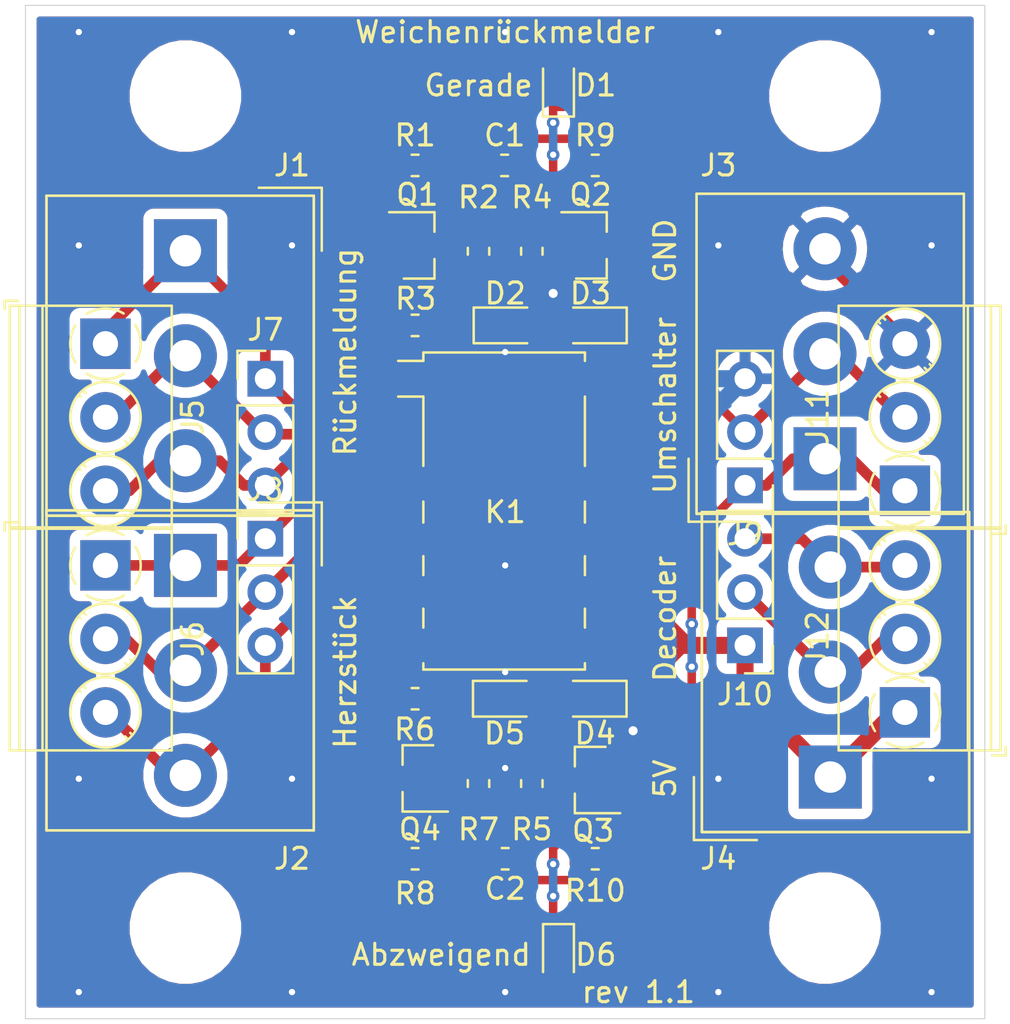
<source format=kicad_pcb>
(kicad_pcb (version 20171130) (host pcbnew 5.1.6-c6e7f7d~87~ubuntu20.04.1)

  (general
    (thickness 1.6)
    (drawings 14)
    (tracks 222)
    (zones 0)
    (modules 39)
    (nets 25)
  )

  (page A4)
  (layers
    (0 F.Cu signal)
    (31 B.Cu signal)
    (32 B.Adhes user)
    (33 F.Adhes user)
    (34 B.Paste user)
    (35 F.Paste user)
    (36 B.SilkS user)
    (37 F.SilkS user)
    (38 B.Mask user)
    (39 F.Mask user)
    (40 Dwgs.User user)
    (41 Cmts.User user)
    (42 Eco1.User user)
    (43 Eco2.User user)
    (44 Edge.Cuts user)
    (45 Margin user)
    (46 B.CrtYd user)
    (47 F.CrtYd user)
    (48 B.Fab user)
    (49 F.Fab user hide)
  )

  (setup
    (last_trace_width 0.1524)
    (user_trace_width 0.3048)
    (user_trace_width 0.4064)
    (user_trace_width 0.508)
    (user_trace_width 0.8128)
    (user_trace_width 1.016)
    (user_trace_width 1.27)
    (trace_clearance 0.1524)
    (zone_clearance 0.508)
    (zone_45_only no)
    (trace_min 0.1524)
    (via_size 0.6858)
    (via_drill 0.3302)
    (via_min_size 0.508)
    (via_min_drill 0.254)
    (user_via 0.508 0.254)
    (user_via 0.59944 0.29972)
    (user_via 0.8382 0.4318)
    (user_via 1.1684 0.762)
    (uvia_size 0.6858)
    (uvia_drill 0.3302)
    (uvias_allowed no)
    (uvia_min_size 0)
    (uvia_min_drill 0)
    (edge_width 0.05)
    (segment_width 0.2)
    (pcb_text_width 0.3)
    (pcb_text_size 1.5 1.5)
    (mod_edge_width 0.12)
    (mod_text_size 1 1)
    (mod_text_width 0.15)
    (pad_size 1.524 1.524)
    (pad_drill 0.762)
    (pad_to_mask_clearance 0.0508)
    (aux_axis_origin 0 0)
    (visible_elements FFFFFF7F)
    (pcbplotparams
      (layerselection 0x010fc_ffffffff)
      (usegerberextensions false)
      (usegerberattributes true)
      (usegerberadvancedattributes true)
      (creategerberjobfile true)
      (excludeedgelayer true)
      (linewidth 0.100000)
      (plotframeref false)
      (viasonmask false)
      (mode 1)
      (useauxorigin false)
      (hpglpennumber 1)
      (hpglpenspeed 20)
      (hpglpendiameter 15.000000)
      (psnegative false)
      (psa4output false)
      (plotreference true)
      (plotvalue true)
      (plotinvisibletext false)
      (padsonsilk false)
      (subtractmaskfromsilk false)
      (outputformat 1)
      (mirror false)
      (drillshape 1)
      (scaleselection 1)
      (outputdirectory ""))
  )

  (net 0 "")
  (net 1 "Net-(C1-Pad2)")
  (net 2 "Net-(C1-Pad1)")
  (net 3 "Net-(D1-Pad2)")
  (net 4 "Net-(D1-Pad1)")
  (net 5 "Net-(D2-Pad2)")
  (net 6 "Net-(Q1-Pad1)")
  (net 7 "Net-(C2-Pad2)")
  (net 8 "Net-(C2-Pad1)")
  (net 9 "Net-(D4-Pad2)")
  (net 10 "Net-(D4-Pad1)")
  (net 11 "Net-(D6-Pad2)")
  (net 12 "Net-(Q4-Pad1)")
  (net 13 +5V)
  (net 14 WA)
  (net 15 GND)
  (net 16 WG)
  (net 17 RA)
  (net 18 R)
  (net 19 RG)
  (net 20 HA)
  (net 21 H)
  (net 22 HG)
  (net 23 MD1)
  (net 24 MD2)

  (net_class Default "This is the default net class."
    (clearance 0.1524)
    (trace_width 0.1524)
    (via_dia 0.6858)
    (via_drill 0.3302)
    (uvia_dia 0.6858)
    (uvia_drill 0.3302)
    (add_net +5V)
    (add_net GND)
    (add_net H)
    (add_net HA)
    (add_net HG)
    (add_net MD1)
    (add_net MD2)
    (add_net "Net-(C1-Pad1)")
    (add_net "Net-(C1-Pad2)")
    (add_net "Net-(C2-Pad1)")
    (add_net "Net-(C2-Pad2)")
    (add_net "Net-(D1-Pad1)")
    (add_net "Net-(D1-Pad2)")
    (add_net "Net-(D2-Pad2)")
    (add_net "Net-(D4-Pad1)")
    (add_net "Net-(D4-Pad2)")
    (add_net "Net-(D6-Pad2)")
    (add_net "Net-(Q1-Pad1)")
    (add_net "Net-(Q4-Pad1)")
    (add_net R)
    (add_net RA)
    (add_net RG)
    (add_net WA)
    (add_net WG)
  )

  (module TerminalBlock_Altech:Altech_AK300_1x03_P5.00mm_45-Degree (layer F.Cu) (tedit 5C27907F) (tstamp 5EE9528D)
    (at 51.054 65.96 90)
    (descr "Altech AK300 serie terminal block (Script generated with StandardBox.py) (http://www.altechcorp.com/PDFS/PCBMETRC.PDF)")
    (tags "Altech AK300 serie connector")
    (path /5F010902)
    (fp_text reference J4 (at -3.89 -5.334 180) (layer F.SilkS)
      (effects (font (size 1 1) (thickness 0.15)))
    )
    (fp_text value Screw_Terminal_01x03 (at 5 7.5 90) (layer F.Fab)
      (effects (font (size 1 1) (thickness 0.15)))
    )
    (fp_line (start -2 -6) (end 12.5 -6) (layer F.Fab) (width 0.1))
    (fp_line (start 12.5 -6) (end 12.5 6.5) (layer F.Fab) (width 0.1))
    (fp_line (start 12.5 6.5) (end -2.5 6.5) (layer F.Fab) (width 0.1))
    (fp_line (start -2.5 6.5) (end -2.5 -5.5) (layer F.Fab) (width 0.1))
    (fp_line (start -2.5 -5.5) (end -2 -6) (layer F.Fab) (width 0.1))
    (fp_line (start -3 -3.5) (end -3 -6.5) (layer F.SilkS) (width 0.12))
    (fp_line (start -3 -6.5) (end 0 -6.5) (layer F.SilkS) (width 0.12))
    (fp_line (start -2.62 -6.12) (end 12.62 -6.12) (layer F.SilkS) (width 0.12))
    (fp_line (start 12.62 -6.12) (end 12.62 6.62) (layer F.SilkS) (width 0.12))
    (fp_line (start -2.62 6.62) (end 12.62 6.62) (layer F.SilkS) (width 0.12))
    (fp_line (start -2.62 -6.12) (end -2.62 6.62) (layer F.SilkS) (width 0.12))
    (fp_line (start -2.62 -6.12) (end 12.62 -6.12) (layer F.SilkS) (width 0.12))
    (fp_line (start 12.62 -6.12) (end 12.62 6.62) (layer F.SilkS) (width 0.12))
    (fp_line (start -2.62 6.62) (end 12.62 6.62) (layer F.SilkS) (width 0.12))
    (fp_line (start -2.62 -6.12) (end -2.62 6.62) (layer F.SilkS) (width 0.12))
    (fp_line (start -2.75 -6.25) (end 12.75 -6.25) (layer F.CrtYd) (width 0.05))
    (fp_line (start 12.75 -6.25) (end 12.75 6.75) (layer F.CrtYd) (width 0.05))
    (fp_line (start -2.75 6.75) (end 12.75 6.75) (layer F.CrtYd) (width 0.05))
    (fp_line (start -2.75 -6.25) (end -2.75 6.75) (layer F.CrtYd) (width 0.05))
    (fp_text user %R (at 5 0.25 90) (layer F.Fab)
      (effects (font (size 1 1) (thickness 0.15)))
    )
    (pad 3 thru_hole circle (at 10 0 90) (size 3 3) (drill 1.5) (layers *.Cu *.Mask)
      (net 24 MD2))
    (pad 2 thru_hole circle (at 5 0 90) (size 3 3) (drill 1.5) (layers *.Cu *.Mask)
      (net 23 MD1))
    (pad 1 thru_hole rect (at 0 0 90) (size 3 3) (drill 1.5) (layers *.Cu *.Mask)
      (net 13 +5V))
    (model ${KISYS3DMOD}/TerminalBlock_Altech.3dshapes/Altech_AK300_1x03_P5.00mm_45-Degree.wrl
      (at (xyz 0 0 0))
      (scale (xyz 1 1 1))
      (rotate (xyz 0 0 0))
    )
  )

  (module TerminalBlock_Altech:Altech_AK300_1x03_P5.00mm_45-Degree (layer F.Cu) (tedit 5C27907F) (tstamp 5EE9523C)
    (at 50.8 50.8 90)
    (descr "Altech AK300 serie terminal block (Script generated with StandardBox.py) (http://www.altechcorp.com/PDFS/PCBMETRC.PDF)")
    (tags "Altech AK300 serie connector")
    (path /5F004426)
    (fp_text reference J3 (at 13.97 -5.08 180) (layer F.SilkS)
      (effects (font (size 1 1) (thickness 0.15)))
    )
    (fp_text value Screw_Terminal_01x03 (at 5 7.5 90) (layer F.Fab)
      (effects (font (size 1 1) (thickness 0.15)))
    )
    (fp_line (start -2 -6) (end 12.5 -6) (layer F.Fab) (width 0.1))
    (fp_line (start 12.5 -6) (end 12.5 6.5) (layer F.Fab) (width 0.1))
    (fp_line (start 12.5 6.5) (end -2.5 6.5) (layer F.Fab) (width 0.1))
    (fp_line (start -2.5 6.5) (end -2.5 -5.5) (layer F.Fab) (width 0.1))
    (fp_line (start -2.5 -5.5) (end -2 -6) (layer F.Fab) (width 0.1))
    (fp_line (start -3 -3.5) (end -3 -6.5) (layer F.SilkS) (width 0.12))
    (fp_line (start -3 -6.5) (end 0 -6.5) (layer F.SilkS) (width 0.12))
    (fp_line (start -2.62 -6.12) (end 12.62 -6.12) (layer F.SilkS) (width 0.12))
    (fp_line (start 12.62 -6.12) (end 12.62 6.62) (layer F.SilkS) (width 0.12))
    (fp_line (start -2.62 6.62) (end 12.62 6.62) (layer F.SilkS) (width 0.12))
    (fp_line (start -2.62 -6.12) (end -2.62 6.62) (layer F.SilkS) (width 0.12))
    (fp_line (start -2.62 -6.12) (end 12.62 -6.12) (layer F.SilkS) (width 0.12))
    (fp_line (start 12.62 -6.12) (end 12.62 6.62) (layer F.SilkS) (width 0.12))
    (fp_line (start -2.62 6.62) (end 12.62 6.62) (layer F.SilkS) (width 0.12))
    (fp_line (start -2.62 -6.12) (end -2.62 6.62) (layer F.SilkS) (width 0.12))
    (fp_line (start -2.75 -6.25) (end 12.75 -6.25) (layer F.CrtYd) (width 0.05))
    (fp_line (start 12.75 -6.25) (end 12.75 6.75) (layer F.CrtYd) (width 0.05))
    (fp_line (start -2.75 6.75) (end 12.75 6.75) (layer F.CrtYd) (width 0.05))
    (fp_line (start -2.75 -6.25) (end -2.75 6.75) (layer F.CrtYd) (width 0.05))
    (fp_text user %R (at 5 0.25 90) (layer F.Fab)
      (effects (font (size 1 1) (thickness 0.15)))
    )
    (pad 3 thru_hole circle (at 10 0 90) (size 3 3) (drill 1.5) (layers *.Cu *.Mask)
      (net 15 GND))
    (pad 2 thru_hole circle (at 5 0 90) (size 3 3) (drill 1.5) (layers *.Cu *.Mask)
      (net 16 WG))
    (pad 1 thru_hole rect (at 0 0 90) (size 3 3) (drill 1.5) (layers *.Cu *.Mask)
      (net 14 WA))
    (model ${KISYS3DMOD}/TerminalBlock_Altech.3dshapes/Altech_AK300_1x03_P5.00mm_45-Degree.wrl
      (at (xyz 0 0 0))
      (scale (xyz 1 1 1))
      (rotate (xyz 0 0 0))
    )
  )

  (module Diode_SMD:D_SOD-323 (layer F.Cu) (tedit 58641739) (tstamp 5EE92A2F)
    (at 39.8525 44.45 180)
    (descr SOD-323)
    (tags SOD-323)
    (path /5EE969D3)
    (attr smd)
    (fp_text reference D3 (at 0.2285 1.524) (layer F.SilkS)
      (effects (font (size 1 1) (thickness 0.15)))
    )
    (fp_text value 1N4148 (at 0.1 1.9) (layer F.Fab)
      (effects (font (size 1 1) (thickness 0.15)))
    )
    (fp_line (start -1.5 -0.85) (end -1.5 0.85) (layer F.SilkS) (width 0.12))
    (fp_line (start 0.2 0) (end 0.45 0) (layer F.Fab) (width 0.1))
    (fp_line (start 0.2 0.35) (end -0.3 0) (layer F.Fab) (width 0.1))
    (fp_line (start 0.2 -0.35) (end 0.2 0.35) (layer F.Fab) (width 0.1))
    (fp_line (start -0.3 0) (end 0.2 -0.35) (layer F.Fab) (width 0.1))
    (fp_line (start -0.3 0) (end -0.5 0) (layer F.Fab) (width 0.1))
    (fp_line (start -0.3 -0.35) (end -0.3 0.35) (layer F.Fab) (width 0.1))
    (fp_line (start -0.9 0.7) (end -0.9 -0.7) (layer F.Fab) (width 0.1))
    (fp_line (start 0.9 0.7) (end -0.9 0.7) (layer F.Fab) (width 0.1))
    (fp_line (start 0.9 -0.7) (end 0.9 0.7) (layer F.Fab) (width 0.1))
    (fp_line (start -0.9 -0.7) (end 0.9 -0.7) (layer F.Fab) (width 0.1))
    (fp_line (start -1.6 -0.95) (end 1.6 -0.95) (layer F.CrtYd) (width 0.05))
    (fp_line (start 1.6 -0.95) (end 1.6 0.95) (layer F.CrtYd) (width 0.05))
    (fp_line (start -1.6 0.95) (end 1.6 0.95) (layer F.CrtYd) (width 0.05))
    (fp_line (start -1.6 -0.95) (end -1.6 0.95) (layer F.CrtYd) (width 0.05))
    (fp_line (start -1.5 0.85) (end 1.05 0.85) (layer F.SilkS) (width 0.12))
    (fp_line (start -1.5 -0.85) (end 1.05 -0.85) (layer F.SilkS) (width 0.12))
    (fp_text user %R (at 0 -1.85) (layer F.Fab)
      (effects (font (size 1 1) (thickness 0.15)))
    )
    (pad 2 smd rect (at 1.05 0 180) (size 0.6 0.45) (layers F.Cu F.Paste F.Mask)
      (net 5 "Net-(D2-Pad2)"))
    (pad 1 smd rect (at -1.05 0 180) (size 0.6 0.45) (layers F.Cu F.Paste F.Mask)
      (net 4 "Net-(D1-Pad1)"))
    (model ${KISYS3DMOD}/Diode_SMD.3dshapes/D_SOD-323.wrl
      (at (xyz 0 0 0))
      (scale (xyz 1 1 1))
      (rotate (xyz 0 0 0))
    )
  )

  (module Diode_SMD:D_SOD-323 (layer F.Cu) (tedit 58641739) (tstamp 5EE92A1C)
    (at 35.56 44.45)
    (descr SOD-323)
    (tags SOD-323)
    (path /5EEB7941)
    (attr smd)
    (fp_text reference D2 (at 0 -1.524) (layer F.SilkS)
      (effects (font (size 1 1) (thickness 0.15)))
    )
    (fp_text value 1N4148 (at 0.1 1.9) (layer F.Fab)
      (effects (font (size 1 1) (thickness 0.15)))
    )
    (fp_line (start -1.5 -0.85) (end -1.5 0.85) (layer F.SilkS) (width 0.12))
    (fp_line (start 0.2 0) (end 0.45 0) (layer F.Fab) (width 0.1))
    (fp_line (start 0.2 0.35) (end -0.3 0) (layer F.Fab) (width 0.1))
    (fp_line (start 0.2 -0.35) (end 0.2 0.35) (layer F.Fab) (width 0.1))
    (fp_line (start -0.3 0) (end 0.2 -0.35) (layer F.Fab) (width 0.1))
    (fp_line (start -0.3 0) (end -0.5 0) (layer F.Fab) (width 0.1))
    (fp_line (start -0.3 -0.35) (end -0.3 0.35) (layer F.Fab) (width 0.1))
    (fp_line (start -0.9 0.7) (end -0.9 -0.7) (layer F.Fab) (width 0.1))
    (fp_line (start 0.9 0.7) (end -0.9 0.7) (layer F.Fab) (width 0.1))
    (fp_line (start 0.9 -0.7) (end 0.9 0.7) (layer F.Fab) (width 0.1))
    (fp_line (start -0.9 -0.7) (end 0.9 -0.7) (layer F.Fab) (width 0.1))
    (fp_line (start -1.6 -0.95) (end 1.6 -0.95) (layer F.CrtYd) (width 0.05))
    (fp_line (start 1.6 -0.95) (end 1.6 0.95) (layer F.CrtYd) (width 0.05))
    (fp_line (start -1.6 0.95) (end 1.6 0.95) (layer F.CrtYd) (width 0.05))
    (fp_line (start -1.6 -0.95) (end -1.6 0.95) (layer F.CrtYd) (width 0.05))
    (fp_line (start -1.5 0.85) (end 1.05 0.85) (layer F.SilkS) (width 0.12))
    (fp_line (start -1.5 -0.85) (end 1.05 -0.85) (layer F.SilkS) (width 0.12))
    (fp_text user %R (at 0 -1.85) (layer F.Fab)
      (effects (font (size 1 1) (thickness 0.15)))
    )
    (pad 2 smd rect (at 1.05 0) (size 0.6 0.45) (layers F.Cu F.Paste F.Mask)
      (net 5 "Net-(D2-Pad2)"))
    (pad 1 smd rect (at -1.05 0) (size 0.6 0.45) (layers F.Cu F.Paste F.Mask)
      (net 13 +5V))
    (model ${KISYS3DMOD}/Diode_SMD.3dshapes/D_SOD-323.wrl
      (at (xyz 0 0 0))
      (scale (xyz 1 1 1))
      (rotate (xyz 0 0 0))
    )
  )

  (module Diode_SMD:D_SOD-323 (layer F.Cu) (tedit 58641739) (tstamp 5EF0D7C1)
    (at 35.526 62.23)
    (descr SOD-323)
    (tags SOD-323)
    (path /5EF2156F)
    (attr smd)
    (fp_text reference D5 (at 0 1.651) (layer F.SilkS)
      (effects (font (size 1 1) (thickness 0.15)))
    )
    (fp_text value 1N4148 (at 0.1 1.9) (layer F.Fab)
      (effects (font (size 1 1) (thickness 0.15)))
    )
    (fp_line (start -1.5 -0.85) (end -1.5 0.85) (layer F.SilkS) (width 0.12))
    (fp_line (start 0.2 0) (end 0.45 0) (layer F.Fab) (width 0.1))
    (fp_line (start 0.2 0.35) (end -0.3 0) (layer F.Fab) (width 0.1))
    (fp_line (start 0.2 -0.35) (end 0.2 0.35) (layer F.Fab) (width 0.1))
    (fp_line (start -0.3 0) (end 0.2 -0.35) (layer F.Fab) (width 0.1))
    (fp_line (start -0.3 0) (end -0.5 0) (layer F.Fab) (width 0.1))
    (fp_line (start -0.3 -0.35) (end -0.3 0.35) (layer F.Fab) (width 0.1))
    (fp_line (start -0.9 0.7) (end -0.9 -0.7) (layer F.Fab) (width 0.1))
    (fp_line (start 0.9 0.7) (end -0.9 0.7) (layer F.Fab) (width 0.1))
    (fp_line (start 0.9 -0.7) (end 0.9 0.7) (layer F.Fab) (width 0.1))
    (fp_line (start -0.9 -0.7) (end 0.9 -0.7) (layer F.Fab) (width 0.1))
    (fp_line (start -1.6 -0.95) (end 1.6 -0.95) (layer F.CrtYd) (width 0.05))
    (fp_line (start 1.6 -0.95) (end 1.6 0.95) (layer F.CrtYd) (width 0.05))
    (fp_line (start -1.6 0.95) (end 1.6 0.95) (layer F.CrtYd) (width 0.05))
    (fp_line (start -1.6 -0.95) (end -1.6 0.95) (layer F.CrtYd) (width 0.05))
    (fp_line (start -1.5 0.85) (end 1.05 0.85) (layer F.SilkS) (width 0.12))
    (fp_line (start -1.5 -0.85) (end 1.05 -0.85) (layer F.SilkS) (width 0.12))
    (fp_text user %R (at 0 -1.85) (layer F.Fab)
      (effects (font (size 1 1) (thickness 0.15)))
    )
    (pad 2 smd rect (at 1.05 0) (size 0.6 0.45) (layers F.Cu F.Paste F.Mask)
      (net 9 "Net-(D4-Pad2)"))
    (pad 1 smd rect (at -1.05 0) (size 0.6 0.45) (layers F.Cu F.Paste F.Mask)
      (net 13 +5V))
    (model ${KISYS3DMOD}/Diode_SMD.3dshapes/D_SOD-323.wrl
      (at (xyz 0 0 0))
      (scale (xyz 1 1 1))
      (rotate (xyz 0 0 0))
    )
  )

  (module Diode_SMD:D_SOD-323 (layer F.Cu) (tedit 58641739) (tstamp 5EF0D7A9)
    (at 39.844 62.23 180)
    (descr SOD-323)
    (tags SOD-323)
    (path /5EF20FDC)
    (attr smd)
    (fp_text reference D4 (at 0 -1.651) (layer F.SilkS)
      (effects (font (size 1 1) (thickness 0.15)))
    )
    (fp_text value 1N4148 (at 0.1 1.9) (layer F.Fab)
      (effects (font (size 1 1) (thickness 0.15)))
    )
    (fp_line (start -1.5 -0.85) (end -1.5 0.85) (layer F.SilkS) (width 0.12))
    (fp_line (start 0.2 0) (end 0.45 0) (layer F.Fab) (width 0.1))
    (fp_line (start 0.2 0.35) (end -0.3 0) (layer F.Fab) (width 0.1))
    (fp_line (start 0.2 -0.35) (end 0.2 0.35) (layer F.Fab) (width 0.1))
    (fp_line (start -0.3 0) (end 0.2 -0.35) (layer F.Fab) (width 0.1))
    (fp_line (start -0.3 0) (end -0.5 0) (layer F.Fab) (width 0.1))
    (fp_line (start -0.3 -0.35) (end -0.3 0.35) (layer F.Fab) (width 0.1))
    (fp_line (start -0.9 0.7) (end -0.9 -0.7) (layer F.Fab) (width 0.1))
    (fp_line (start 0.9 0.7) (end -0.9 0.7) (layer F.Fab) (width 0.1))
    (fp_line (start 0.9 -0.7) (end 0.9 0.7) (layer F.Fab) (width 0.1))
    (fp_line (start -0.9 -0.7) (end 0.9 -0.7) (layer F.Fab) (width 0.1))
    (fp_line (start -1.6 -0.95) (end 1.6 -0.95) (layer F.CrtYd) (width 0.05))
    (fp_line (start 1.6 -0.95) (end 1.6 0.95) (layer F.CrtYd) (width 0.05))
    (fp_line (start -1.6 0.95) (end 1.6 0.95) (layer F.CrtYd) (width 0.05))
    (fp_line (start -1.6 -0.95) (end -1.6 0.95) (layer F.CrtYd) (width 0.05))
    (fp_line (start -1.5 0.85) (end 1.05 0.85) (layer F.SilkS) (width 0.12))
    (fp_line (start -1.5 -0.85) (end 1.05 -0.85) (layer F.SilkS) (width 0.12))
    (fp_text user %R (at 0 -1.85) (layer F.Fab)
      (effects (font (size 1 1) (thickness 0.15)))
    )
    (pad 2 smd rect (at 1.05 0 180) (size 0.6 0.45) (layers F.Cu F.Paste F.Mask)
      (net 9 "Net-(D4-Pad2)"))
    (pad 1 smd rect (at -1.05 0 180) (size 0.6 0.45) (layers F.Cu F.Paste F.Mask)
      (net 10 "Net-(D4-Pad1)"))
    (model ${KISYS3DMOD}/Diode_SMD.3dshapes/D_SOD-323.wrl
      (at (xyz 0 0 0))
      (scale (xyz 1 1 1))
      (rotate (xyz 0 0 0))
    )
  )

  (module Capacitor_SMD:C_0603_1608Metric (layer F.Cu) (tedit 5B301BBE) (tstamp 5EF0FE2B)
    (at 35.56 69.85 180)
    (descr "Capacitor SMD 0603 (1608 Metric), square (rectangular) end terminal, IPC_7351 nominal, (Body size source: http://www.tortai-tech.com/upload/download/2011102023233369053.pdf), generated with kicad-footprint-generator")
    (tags capacitor)
    (path /5EF1F1B5)
    (attr smd)
    (fp_text reference C2 (at 0 -1.43) (layer F.SilkS)
      (effects (font (size 1 1) (thickness 0.15)))
    )
    (fp_text value 1uF (at 0 1.43) (layer F.Fab)
      (effects (font (size 1 1) (thickness 0.15)))
    )
    (fp_line (start -0.8 0.4) (end -0.8 -0.4) (layer F.Fab) (width 0.1))
    (fp_line (start -0.8 -0.4) (end 0.8 -0.4) (layer F.Fab) (width 0.1))
    (fp_line (start 0.8 -0.4) (end 0.8 0.4) (layer F.Fab) (width 0.1))
    (fp_line (start 0.8 0.4) (end -0.8 0.4) (layer F.Fab) (width 0.1))
    (fp_line (start -0.162779 -0.51) (end 0.162779 -0.51) (layer F.SilkS) (width 0.12))
    (fp_line (start -0.162779 0.51) (end 0.162779 0.51) (layer F.SilkS) (width 0.12))
    (fp_line (start -1.48 0.73) (end -1.48 -0.73) (layer F.CrtYd) (width 0.05))
    (fp_line (start -1.48 -0.73) (end 1.48 -0.73) (layer F.CrtYd) (width 0.05))
    (fp_line (start 1.48 -0.73) (end 1.48 0.73) (layer F.CrtYd) (width 0.05))
    (fp_line (start 1.48 0.73) (end -1.48 0.73) (layer F.CrtYd) (width 0.05))
    (fp_text user %R (at 0 0) (layer F.Fab)
      (effects (font (size 0.4 0.4) (thickness 0.06)))
    )
    (pad 2 smd roundrect (at 0.7875 0 180) (size 0.875 0.95) (layers F.Cu F.Paste F.Mask) (roundrect_rratio 0.25)
      (net 7 "Net-(C2-Pad2)"))
    (pad 1 smd roundrect (at -0.7875 0 180) (size 0.875 0.95) (layers F.Cu F.Paste F.Mask) (roundrect_rratio 0.25)
      (net 8 "Net-(C2-Pad1)"))
    (model ${KISYS3DMOD}/Capacitor_SMD.3dshapes/C_0603_1608Metric.wrl
      (at (xyz 0 0 0))
      (scale (xyz 1 1 1))
      (rotate (xyz 0 0 0))
    )
  )

  (module TerminalBlock_Phoenix:TerminalBlock_Phoenix_PT-1,5-3-3.5-H_1x03_P3.50mm_Horizontal (layer F.Cu) (tedit 5B294F3F) (tstamp 5EEC83E7)
    (at 54.61 62.88 90)
    (descr "Terminal Block Phoenix PT-1,5-3-3.5-H, 3 pins, pitch 3.5mm, size 10.5x7.6mm^2, drill diamater 1.2mm, pad diameter 2.4mm, see , script-generated using https://github.com/pointhi/kicad-footprint-generator/scripts/TerminalBlock_Phoenix")
    (tags "THT Terminal Block Phoenix PT-1,5-3-3.5-H pitch 3.5mm size 10.5x7.6mm^2 drill 1.2mm pad 2.4mm")
    (path /5EF9A23D)
    (fp_text reference J12 (at 3.5 -4.16 90) (layer F.SilkS)
      (effects (font (size 1 1) (thickness 0.15)))
    )
    (fp_text value Conn_01x03 (at 3.5 5.56 90) (layer F.Fab)
      (effects (font (size 1 1) (thickness 0.15)))
    )
    (fp_circle (center 0 0) (end 1.5 0) (layer F.Fab) (width 0.1))
    (fp_circle (center 3.5 0) (end 5 0) (layer F.Fab) (width 0.1))
    (fp_circle (center 3.5 0) (end 5.18 0) (layer F.SilkS) (width 0.12))
    (fp_circle (center 7 0) (end 8.5 0) (layer F.Fab) (width 0.1))
    (fp_circle (center 7 0) (end 8.68 0) (layer F.SilkS) (width 0.12))
    (fp_line (start -1.75 -3.1) (end 8.75 -3.1) (layer F.Fab) (width 0.1))
    (fp_line (start 8.75 -3.1) (end 8.75 4.5) (layer F.Fab) (width 0.1))
    (fp_line (start 8.75 4.5) (end -1.35 4.5) (layer F.Fab) (width 0.1))
    (fp_line (start -1.35 4.5) (end -1.75 4.1) (layer F.Fab) (width 0.1))
    (fp_line (start -1.75 4.1) (end -1.75 -3.1) (layer F.Fab) (width 0.1))
    (fp_line (start -1.75 4.1) (end 8.75 4.1) (layer F.Fab) (width 0.1))
    (fp_line (start -1.81 4.1) (end 8.81 4.1) (layer F.SilkS) (width 0.12))
    (fp_line (start -1.75 3) (end 8.75 3) (layer F.Fab) (width 0.1))
    (fp_line (start -1.81 3) (end 8.81 3) (layer F.SilkS) (width 0.12))
    (fp_line (start -1.81 -3.16) (end 8.81 -3.16) (layer F.SilkS) (width 0.12))
    (fp_line (start -1.81 4.56) (end 8.81 4.56) (layer F.SilkS) (width 0.12))
    (fp_line (start -1.81 -3.16) (end -1.81 4.56) (layer F.SilkS) (width 0.12))
    (fp_line (start 8.81 -3.16) (end 8.81 4.56) (layer F.SilkS) (width 0.12))
    (fp_line (start 1.138 -0.955) (end -0.955 1.138) (layer F.Fab) (width 0.1))
    (fp_line (start 0.955 -1.138) (end -1.138 0.955) (layer F.Fab) (width 0.1))
    (fp_line (start 4.638 -0.955) (end 2.546 1.138) (layer F.Fab) (width 0.1))
    (fp_line (start 4.455 -1.138) (end 2.363 0.955) (layer F.Fab) (width 0.1))
    (fp_line (start 4.775 -1.069) (end 4.646 -0.941) (layer F.SilkS) (width 0.12))
    (fp_line (start 2.525 1.181) (end 2.431 1.274) (layer F.SilkS) (width 0.12))
    (fp_line (start 4.57 -1.275) (end 4.476 -1.181) (layer F.SilkS) (width 0.12))
    (fp_line (start 2.355 0.941) (end 2.226 1.069) (layer F.SilkS) (width 0.12))
    (fp_line (start 8.138 -0.955) (end 6.046 1.138) (layer F.Fab) (width 0.1))
    (fp_line (start 7.955 -1.138) (end 5.863 0.955) (layer F.Fab) (width 0.1))
    (fp_line (start 8.275 -1.069) (end 8.146 -0.941) (layer F.SilkS) (width 0.12))
    (fp_line (start 6.025 1.181) (end 5.931 1.274) (layer F.SilkS) (width 0.12))
    (fp_line (start 8.07 -1.275) (end 7.976 -1.181) (layer F.SilkS) (width 0.12))
    (fp_line (start 5.855 0.941) (end 5.726 1.069) (layer F.SilkS) (width 0.12))
    (fp_line (start -2.05 4.16) (end -2.05 4.8) (layer F.SilkS) (width 0.12))
    (fp_line (start -2.05 4.8) (end -1.65 4.8) (layer F.SilkS) (width 0.12))
    (fp_line (start -2.25 -3.6) (end -2.25 5) (layer F.CrtYd) (width 0.05))
    (fp_line (start -2.25 5) (end 9.25 5) (layer F.CrtYd) (width 0.05))
    (fp_line (start 9.25 5) (end 9.25 -3.6) (layer F.CrtYd) (width 0.05))
    (fp_line (start 9.25 -3.6) (end -2.25 -3.6) (layer F.CrtYd) (width 0.05))
    (fp_text user %R (at 3.5 2.4 90) (layer F.Fab)
      (effects (font (size 1 1) (thickness 0.15)))
    )
    (fp_arc (start 0 0) (end -0.866 1.44) (angle -32) (layer F.SilkS) (width 0.12))
    (fp_arc (start 0 0) (end -1.44 -0.866) (angle -63) (layer F.SilkS) (width 0.12))
    (fp_arc (start 0 0) (end 0.866 -1.44) (angle -63) (layer F.SilkS) (width 0.12))
    (fp_arc (start 0 0) (end 1.425 0.891) (angle -64) (layer F.SilkS) (width 0.12))
    (fp_arc (start 0 0) (end 0 1.68) (angle -32) (layer F.SilkS) (width 0.12))
    (pad 3 thru_hole circle (at 7 0 90) (size 2.4 2.4) (drill 1.2) (layers *.Cu *.Mask)
      (net 24 MD2))
    (pad 2 thru_hole circle (at 3.5 0 90) (size 2.4 2.4) (drill 1.2) (layers *.Cu *.Mask)
      (net 23 MD1))
    (pad 1 thru_hole rect (at 0 0 90) (size 2.4 2.4) (drill 1.2) (layers *.Cu *.Mask)
      (net 13 +5V))
    (model ${KISYS3DMOD}/TerminalBlock_Phoenix.3dshapes/TerminalBlock_Phoenix_PT-1,5-3-3.5-H_1x03_P3.50mm_Horizontal.wrl
      (at (xyz 0 0 0))
      (scale (xyz 1 1 1))
      (rotate (xyz 0 0 0))
    )
  )

  (module TerminalBlock_Phoenix:TerminalBlock_Phoenix_PT-1,5-3-3.5-H_1x03_P3.50mm_Horizontal (layer F.Cu) (tedit 5B294F3F) (tstamp 5EEC83B4)
    (at 54.61 52.324 90)
    (descr "Terminal Block Phoenix PT-1,5-3-3.5-H, 3 pins, pitch 3.5mm, size 10.5x7.6mm^2, drill diamater 1.2mm, pad diameter 2.4mm, see , script-generated using https://github.com/pointhi/kicad-footprint-generator/scripts/TerminalBlock_Phoenix")
    (tags "THT Terminal Block Phoenix PT-1,5-3-3.5-H pitch 3.5mm size 10.5x7.6mm^2 drill 1.2mm pad 2.4mm")
    (path /5EF92618)
    (fp_text reference J11 (at 3.5 -4.16 90) (layer F.SilkS)
      (effects (font (size 1 1) (thickness 0.15)))
    )
    (fp_text value Conn_01x03 (at 3.5 5.56 90) (layer F.Fab)
      (effects (font (size 1 1) (thickness 0.15)))
    )
    (fp_circle (center 0 0) (end 1.5 0) (layer F.Fab) (width 0.1))
    (fp_circle (center 3.5 0) (end 5 0) (layer F.Fab) (width 0.1))
    (fp_circle (center 3.5 0) (end 5.18 0) (layer F.SilkS) (width 0.12))
    (fp_circle (center 7 0) (end 8.5 0) (layer F.Fab) (width 0.1))
    (fp_circle (center 7 0) (end 8.68 0) (layer F.SilkS) (width 0.12))
    (fp_line (start -1.75 -3.1) (end 8.75 -3.1) (layer F.Fab) (width 0.1))
    (fp_line (start 8.75 -3.1) (end 8.75 4.5) (layer F.Fab) (width 0.1))
    (fp_line (start 8.75 4.5) (end -1.35 4.5) (layer F.Fab) (width 0.1))
    (fp_line (start -1.35 4.5) (end -1.75 4.1) (layer F.Fab) (width 0.1))
    (fp_line (start -1.75 4.1) (end -1.75 -3.1) (layer F.Fab) (width 0.1))
    (fp_line (start -1.75 4.1) (end 8.75 4.1) (layer F.Fab) (width 0.1))
    (fp_line (start -1.81 4.1) (end 8.81 4.1) (layer F.SilkS) (width 0.12))
    (fp_line (start -1.75 3) (end 8.75 3) (layer F.Fab) (width 0.1))
    (fp_line (start -1.81 3) (end 8.81 3) (layer F.SilkS) (width 0.12))
    (fp_line (start -1.81 -3.16) (end 8.81 -3.16) (layer F.SilkS) (width 0.12))
    (fp_line (start -1.81 4.56) (end 8.81 4.56) (layer F.SilkS) (width 0.12))
    (fp_line (start -1.81 -3.16) (end -1.81 4.56) (layer F.SilkS) (width 0.12))
    (fp_line (start 8.81 -3.16) (end 8.81 4.56) (layer F.SilkS) (width 0.12))
    (fp_line (start 1.138 -0.955) (end -0.955 1.138) (layer F.Fab) (width 0.1))
    (fp_line (start 0.955 -1.138) (end -1.138 0.955) (layer F.Fab) (width 0.1))
    (fp_line (start 4.638 -0.955) (end 2.546 1.138) (layer F.Fab) (width 0.1))
    (fp_line (start 4.455 -1.138) (end 2.363 0.955) (layer F.Fab) (width 0.1))
    (fp_line (start 4.775 -1.069) (end 4.646 -0.941) (layer F.SilkS) (width 0.12))
    (fp_line (start 2.525 1.181) (end 2.431 1.274) (layer F.SilkS) (width 0.12))
    (fp_line (start 4.57 -1.275) (end 4.476 -1.181) (layer F.SilkS) (width 0.12))
    (fp_line (start 2.355 0.941) (end 2.226 1.069) (layer F.SilkS) (width 0.12))
    (fp_line (start 8.138 -0.955) (end 6.046 1.138) (layer F.Fab) (width 0.1))
    (fp_line (start 7.955 -1.138) (end 5.863 0.955) (layer F.Fab) (width 0.1))
    (fp_line (start 8.275 -1.069) (end 8.146 -0.941) (layer F.SilkS) (width 0.12))
    (fp_line (start 6.025 1.181) (end 5.931 1.274) (layer F.SilkS) (width 0.12))
    (fp_line (start 8.07 -1.275) (end 7.976 -1.181) (layer F.SilkS) (width 0.12))
    (fp_line (start 5.855 0.941) (end 5.726 1.069) (layer F.SilkS) (width 0.12))
    (fp_line (start -2.05 4.16) (end -2.05 4.8) (layer F.SilkS) (width 0.12))
    (fp_line (start -2.05 4.8) (end -1.65 4.8) (layer F.SilkS) (width 0.12))
    (fp_line (start -2.25 -3.6) (end -2.25 5) (layer F.CrtYd) (width 0.05))
    (fp_line (start -2.25 5) (end 9.25 5) (layer F.CrtYd) (width 0.05))
    (fp_line (start 9.25 5) (end 9.25 -3.6) (layer F.CrtYd) (width 0.05))
    (fp_line (start 9.25 -3.6) (end -2.25 -3.6) (layer F.CrtYd) (width 0.05))
    (fp_text user %R (at 3.5 2.4 90) (layer F.Fab)
      (effects (font (size 1 1) (thickness 0.15)))
    )
    (fp_arc (start 0 0) (end -0.866 1.44) (angle -32) (layer F.SilkS) (width 0.12))
    (fp_arc (start 0 0) (end -1.44 -0.866) (angle -63) (layer F.SilkS) (width 0.12))
    (fp_arc (start 0 0) (end 0.866 -1.44) (angle -63) (layer F.SilkS) (width 0.12))
    (fp_arc (start 0 0) (end 1.425 0.891) (angle -64) (layer F.SilkS) (width 0.12))
    (fp_arc (start 0 0) (end 0 1.68) (angle -32) (layer F.SilkS) (width 0.12))
    (pad 3 thru_hole circle (at 7 0 90) (size 2.4 2.4) (drill 1.2) (layers *.Cu *.Mask)
      (net 15 GND))
    (pad 2 thru_hole circle (at 3.5 0 90) (size 2.4 2.4) (drill 1.2) (layers *.Cu *.Mask)
      (net 16 WG))
    (pad 1 thru_hole rect (at 0 0 90) (size 2.4 2.4) (drill 1.2) (layers *.Cu *.Mask)
      (net 14 WA))
    (model ${KISYS3DMOD}/TerminalBlock_Phoenix.3dshapes/TerminalBlock_Phoenix_PT-1,5-3-3.5-H_1x03_P3.50mm_Horizontal.wrl
      (at (xyz 0 0 0))
      (scale (xyz 1 1 1))
      (rotate (xyz 0 0 0))
    )
  )

  (module Connector_PinHeader_2.54mm:PinHeader_1x03_P2.54mm_Vertical (layer F.Cu) (tedit 59FED5CC) (tstamp 5EEC8B2F)
    (at 46.99 59.69 180)
    (descr "Through hole straight pin header, 1x03, 2.54mm pitch, single row")
    (tags "Through hole pin header THT 1x03 2.54mm single row")
    (path /5EF45014)
    (fp_text reference J10 (at 0 -2.33) (layer F.SilkS)
      (effects (font (size 1 1) (thickness 0.15)))
    )
    (fp_text value Conn_01x03 (at 0 7.41) (layer F.Fab)
      (effects (font (size 1 1) (thickness 0.15)))
    )
    (fp_line (start -0.635 -1.27) (end 1.27 -1.27) (layer F.Fab) (width 0.1))
    (fp_line (start 1.27 -1.27) (end 1.27 6.35) (layer F.Fab) (width 0.1))
    (fp_line (start 1.27 6.35) (end -1.27 6.35) (layer F.Fab) (width 0.1))
    (fp_line (start -1.27 6.35) (end -1.27 -0.635) (layer F.Fab) (width 0.1))
    (fp_line (start -1.27 -0.635) (end -0.635 -1.27) (layer F.Fab) (width 0.1))
    (fp_line (start -1.33 6.41) (end 1.33 6.41) (layer F.SilkS) (width 0.12))
    (fp_line (start -1.33 1.27) (end -1.33 6.41) (layer F.SilkS) (width 0.12))
    (fp_line (start 1.33 1.27) (end 1.33 6.41) (layer F.SilkS) (width 0.12))
    (fp_line (start -1.33 1.27) (end 1.33 1.27) (layer F.SilkS) (width 0.12))
    (fp_line (start -1.33 0) (end -1.33 -1.33) (layer F.SilkS) (width 0.12))
    (fp_line (start -1.33 -1.33) (end 0 -1.33) (layer F.SilkS) (width 0.12))
    (fp_line (start -1.8 -1.8) (end -1.8 6.85) (layer F.CrtYd) (width 0.05))
    (fp_line (start -1.8 6.85) (end 1.8 6.85) (layer F.CrtYd) (width 0.05))
    (fp_line (start 1.8 6.85) (end 1.8 -1.8) (layer F.CrtYd) (width 0.05))
    (fp_line (start 1.8 -1.8) (end -1.8 -1.8) (layer F.CrtYd) (width 0.05))
    (fp_text user %R (at 0 2.54 90) (layer F.Fab)
      (effects (font (size 1 1) (thickness 0.15)))
    )
    (pad 3 thru_hole oval (at 0 5.08 180) (size 1.7 1.7) (drill 1) (layers *.Cu *.Mask)
      (net 24 MD2))
    (pad 2 thru_hole oval (at 0 2.54 180) (size 1.7 1.7) (drill 1) (layers *.Cu *.Mask)
      (net 23 MD1))
    (pad 1 thru_hole rect (at 0 0 180) (size 1.7 1.7) (drill 1) (layers *.Cu *.Mask)
      (net 13 +5V))
    (model ${KISYS3DMOD}/Connector_PinHeader_2.54mm.3dshapes/PinHeader_1x03_P2.54mm_Vertical.wrl
      (at (xyz 0 0 0))
      (scale (xyz 1 1 1))
      (rotate (xyz 0 0 0))
    )
  )

  (module Connector_PinHeader_2.54mm:PinHeader_1x03_P2.54mm_Vertical (layer F.Cu) (tedit 59FED5CC) (tstamp 5EEC836A)
    (at 46.99 52.07 180)
    (descr "Through hole straight pin header, 1x03, 2.54mm pitch, single row")
    (tags "Through hole pin header THT 1x03 2.54mm single row")
    (path /5EF453FB)
    (fp_text reference J9 (at 0 -2.33) (layer F.SilkS)
      (effects (font (size 1 1) (thickness 0.15)))
    )
    (fp_text value Conn_01x03 (at 0 7.41) (layer F.Fab)
      (effects (font (size 1 1) (thickness 0.15)))
    )
    (fp_line (start -0.635 -1.27) (end 1.27 -1.27) (layer F.Fab) (width 0.1))
    (fp_line (start 1.27 -1.27) (end 1.27 6.35) (layer F.Fab) (width 0.1))
    (fp_line (start 1.27 6.35) (end -1.27 6.35) (layer F.Fab) (width 0.1))
    (fp_line (start -1.27 6.35) (end -1.27 -0.635) (layer F.Fab) (width 0.1))
    (fp_line (start -1.27 -0.635) (end -0.635 -1.27) (layer F.Fab) (width 0.1))
    (fp_line (start -1.33 6.41) (end 1.33 6.41) (layer F.SilkS) (width 0.12))
    (fp_line (start -1.33 1.27) (end -1.33 6.41) (layer F.SilkS) (width 0.12))
    (fp_line (start 1.33 1.27) (end 1.33 6.41) (layer F.SilkS) (width 0.12))
    (fp_line (start -1.33 1.27) (end 1.33 1.27) (layer F.SilkS) (width 0.12))
    (fp_line (start -1.33 0) (end -1.33 -1.33) (layer F.SilkS) (width 0.12))
    (fp_line (start -1.33 -1.33) (end 0 -1.33) (layer F.SilkS) (width 0.12))
    (fp_line (start -1.8 -1.8) (end -1.8 6.85) (layer F.CrtYd) (width 0.05))
    (fp_line (start -1.8 6.85) (end 1.8 6.85) (layer F.CrtYd) (width 0.05))
    (fp_line (start 1.8 6.85) (end 1.8 -1.8) (layer F.CrtYd) (width 0.05))
    (fp_line (start 1.8 -1.8) (end -1.8 -1.8) (layer F.CrtYd) (width 0.05))
    (fp_text user %R (at 0 2.54 90) (layer F.Fab)
      (effects (font (size 1 1) (thickness 0.15)))
    )
    (pad 3 thru_hole oval (at 0 5.08 180) (size 1.7 1.7) (drill 1) (layers *.Cu *.Mask)
      (net 15 GND))
    (pad 2 thru_hole oval (at 0 2.54 180) (size 1.7 1.7) (drill 1) (layers *.Cu *.Mask)
      (net 16 WG))
    (pad 1 thru_hole rect (at 0 0 180) (size 1.7 1.7) (drill 1) (layers *.Cu *.Mask)
      (net 14 WA))
    (model ${KISYS3DMOD}/Connector_PinHeader_2.54mm.3dshapes/PinHeader_1x03_P2.54mm_Vertical.wrl
      (at (xyz 0 0 0))
      (scale (xyz 1 1 1))
      (rotate (xyz 0 0 0))
    )
  )

  (module Connector_PinHeader_2.54mm:PinHeader_1x03_P2.54mm_Vertical (layer F.Cu) (tedit 59FED5CC) (tstamp 5EEC8353)
    (at 24.13 54.61)
    (descr "Through hole straight pin header, 1x03, 2.54mm pitch, single row")
    (tags "Through hole pin header THT 1x03 2.54mm single row")
    (path /5EF434D7)
    (fp_text reference J8 (at 0 -2.33) (layer F.SilkS)
      (effects (font (size 1 1) (thickness 0.15)))
    )
    (fp_text value Conn_01x03 (at 0 7.41) (layer F.Fab)
      (effects (font (size 1 1) (thickness 0.15)))
    )
    (fp_line (start -0.635 -1.27) (end 1.27 -1.27) (layer F.Fab) (width 0.1))
    (fp_line (start 1.27 -1.27) (end 1.27 6.35) (layer F.Fab) (width 0.1))
    (fp_line (start 1.27 6.35) (end -1.27 6.35) (layer F.Fab) (width 0.1))
    (fp_line (start -1.27 6.35) (end -1.27 -0.635) (layer F.Fab) (width 0.1))
    (fp_line (start -1.27 -0.635) (end -0.635 -1.27) (layer F.Fab) (width 0.1))
    (fp_line (start -1.33 6.41) (end 1.33 6.41) (layer F.SilkS) (width 0.12))
    (fp_line (start -1.33 1.27) (end -1.33 6.41) (layer F.SilkS) (width 0.12))
    (fp_line (start 1.33 1.27) (end 1.33 6.41) (layer F.SilkS) (width 0.12))
    (fp_line (start -1.33 1.27) (end 1.33 1.27) (layer F.SilkS) (width 0.12))
    (fp_line (start -1.33 0) (end -1.33 -1.33) (layer F.SilkS) (width 0.12))
    (fp_line (start -1.33 -1.33) (end 0 -1.33) (layer F.SilkS) (width 0.12))
    (fp_line (start -1.8 -1.8) (end -1.8 6.85) (layer F.CrtYd) (width 0.05))
    (fp_line (start -1.8 6.85) (end 1.8 6.85) (layer F.CrtYd) (width 0.05))
    (fp_line (start 1.8 6.85) (end 1.8 -1.8) (layer F.CrtYd) (width 0.05))
    (fp_line (start 1.8 -1.8) (end -1.8 -1.8) (layer F.CrtYd) (width 0.05))
    (fp_text user %R (at 0 2.54 90) (layer F.Fab)
      (effects (font (size 1 1) (thickness 0.15)))
    )
    (pad 3 thru_hole oval (at 0 5.08) (size 1.7 1.7) (drill 1) (layers *.Cu *.Mask)
      (net 20 HA))
    (pad 2 thru_hole oval (at 0 2.54) (size 1.7 1.7) (drill 1) (layers *.Cu *.Mask)
      (net 21 H))
    (pad 1 thru_hole rect (at 0 0) (size 1.7 1.7) (drill 1) (layers *.Cu *.Mask)
      (net 22 HG))
    (model ${KISYS3DMOD}/Connector_PinHeader_2.54mm.3dshapes/PinHeader_1x03_P2.54mm_Vertical.wrl
      (at (xyz 0 0 0))
      (scale (xyz 1 1 1))
      (rotate (xyz 0 0 0))
    )
  )

  (module Connector_PinHeader_2.54mm:PinHeader_1x03_P2.54mm_Vertical (layer F.Cu) (tedit 59FED5CC) (tstamp 5EEC833C)
    (at 24.13 46.99)
    (descr "Through hole straight pin header, 1x03, 2.54mm pitch, single row")
    (tags "Through hole pin header THT 1x03 2.54mm single row")
    (path /5EF44C93)
    (fp_text reference J7 (at 0 -2.33) (layer F.SilkS)
      (effects (font (size 1 1) (thickness 0.15)))
    )
    (fp_text value Conn_01x03 (at 0 7.41) (layer F.Fab)
      (effects (font (size 1 1) (thickness 0.15)))
    )
    (fp_line (start -0.635 -1.27) (end 1.27 -1.27) (layer F.Fab) (width 0.1))
    (fp_line (start 1.27 -1.27) (end 1.27 6.35) (layer F.Fab) (width 0.1))
    (fp_line (start 1.27 6.35) (end -1.27 6.35) (layer F.Fab) (width 0.1))
    (fp_line (start -1.27 6.35) (end -1.27 -0.635) (layer F.Fab) (width 0.1))
    (fp_line (start -1.27 -0.635) (end -0.635 -1.27) (layer F.Fab) (width 0.1))
    (fp_line (start -1.33 6.41) (end 1.33 6.41) (layer F.SilkS) (width 0.12))
    (fp_line (start -1.33 1.27) (end -1.33 6.41) (layer F.SilkS) (width 0.12))
    (fp_line (start 1.33 1.27) (end 1.33 6.41) (layer F.SilkS) (width 0.12))
    (fp_line (start -1.33 1.27) (end 1.33 1.27) (layer F.SilkS) (width 0.12))
    (fp_line (start -1.33 0) (end -1.33 -1.33) (layer F.SilkS) (width 0.12))
    (fp_line (start -1.33 -1.33) (end 0 -1.33) (layer F.SilkS) (width 0.12))
    (fp_line (start -1.8 -1.8) (end -1.8 6.85) (layer F.CrtYd) (width 0.05))
    (fp_line (start -1.8 6.85) (end 1.8 6.85) (layer F.CrtYd) (width 0.05))
    (fp_line (start 1.8 6.85) (end 1.8 -1.8) (layer F.CrtYd) (width 0.05))
    (fp_line (start 1.8 -1.8) (end -1.8 -1.8) (layer F.CrtYd) (width 0.05))
    (fp_text user %R (at 0 2.54 90) (layer F.Fab)
      (effects (font (size 1 1) (thickness 0.15)))
    )
    (pad 3 thru_hole oval (at 0 5.08) (size 1.7 1.7) (drill 1) (layers *.Cu *.Mask)
      (net 17 RA))
    (pad 2 thru_hole oval (at 0 2.54) (size 1.7 1.7) (drill 1) (layers *.Cu *.Mask)
      (net 18 R))
    (pad 1 thru_hole rect (at 0 0) (size 1.7 1.7) (drill 1) (layers *.Cu *.Mask)
      (net 19 RG))
    (model ${KISYS3DMOD}/Connector_PinHeader_2.54mm.3dshapes/PinHeader_1x03_P2.54mm_Vertical.wrl
      (at (xyz 0 0 0))
      (scale (xyz 1 1 1))
      (rotate (xyz 0 0 0))
    )
  )

  (module TerminalBlock_Phoenix:TerminalBlock_Phoenix_PT-1,5-3-3.5-H_1x03_P3.50mm_Horizontal (layer F.Cu) (tedit 5B294F3F) (tstamp 5EEC8325)
    (at 16.51 55.88 270)
    (descr "Terminal Block Phoenix PT-1,5-3-3.5-H, 3 pins, pitch 3.5mm, size 10.5x7.6mm^2, drill diamater 1.2mm, pad diameter 2.4mm, see , script-generated using https://github.com/pointhi/kicad-footprint-generator/scripts/TerminalBlock_Phoenix")
    (tags "THT Terminal Block Phoenix PT-1,5-3-3.5-H pitch 3.5mm size 10.5x7.6mm^2 drill 1.2mm pad 2.4mm")
    (path /5EF933D5)
    (fp_text reference J6 (at 3.5 -4.16 90) (layer F.SilkS)
      (effects (font (size 1 1) (thickness 0.15)))
    )
    (fp_text value Conn_01x03 (at 3.5 5.56 90) (layer F.Fab)
      (effects (font (size 1 1) (thickness 0.15)))
    )
    (fp_circle (center 0 0) (end 1.5 0) (layer F.Fab) (width 0.1))
    (fp_circle (center 3.5 0) (end 5 0) (layer F.Fab) (width 0.1))
    (fp_circle (center 3.5 0) (end 5.18 0) (layer F.SilkS) (width 0.12))
    (fp_circle (center 7 0) (end 8.5 0) (layer F.Fab) (width 0.1))
    (fp_circle (center 7 0) (end 8.68 0) (layer F.SilkS) (width 0.12))
    (fp_line (start -1.75 -3.1) (end 8.75 -3.1) (layer F.Fab) (width 0.1))
    (fp_line (start 8.75 -3.1) (end 8.75 4.5) (layer F.Fab) (width 0.1))
    (fp_line (start 8.75 4.5) (end -1.35 4.5) (layer F.Fab) (width 0.1))
    (fp_line (start -1.35 4.5) (end -1.75 4.1) (layer F.Fab) (width 0.1))
    (fp_line (start -1.75 4.1) (end -1.75 -3.1) (layer F.Fab) (width 0.1))
    (fp_line (start -1.75 4.1) (end 8.75 4.1) (layer F.Fab) (width 0.1))
    (fp_line (start -1.81 4.1) (end 8.81 4.1) (layer F.SilkS) (width 0.12))
    (fp_line (start -1.75 3) (end 8.75 3) (layer F.Fab) (width 0.1))
    (fp_line (start -1.81 3) (end 8.81 3) (layer F.SilkS) (width 0.12))
    (fp_line (start -1.81 -3.16) (end 8.81 -3.16) (layer F.SilkS) (width 0.12))
    (fp_line (start -1.81 4.56) (end 8.81 4.56) (layer F.SilkS) (width 0.12))
    (fp_line (start -1.81 -3.16) (end -1.81 4.56) (layer F.SilkS) (width 0.12))
    (fp_line (start 8.81 -3.16) (end 8.81 4.56) (layer F.SilkS) (width 0.12))
    (fp_line (start 1.138 -0.955) (end -0.955 1.138) (layer F.Fab) (width 0.1))
    (fp_line (start 0.955 -1.138) (end -1.138 0.955) (layer F.Fab) (width 0.1))
    (fp_line (start 4.638 -0.955) (end 2.546 1.138) (layer F.Fab) (width 0.1))
    (fp_line (start 4.455 -1.138) (end 2.363 0.955) (layer F.Fab) (width 0.1))
    (fp_line (start 4.775 -1.069) (end 4.646 -0.941) (layer F.SilkS) (width 0.12))
    (fp_line (start 2.525 1.181) (end 2.431 1.274) (layer F.SilkS) (width 0.12))
    (fp_line (start 4.57 -1.275) (end 4.476 -1.181) (layer F.SilkS) (width 0.12))
    (fp_line (start 2.355 0.941) (end 2.226 1.069) (layer F.SilkS) (width 0.12))
    (fp_line (start 8.138 -0.955) (end 6.046 1.138) (layer F.Fab) (width 0.1))
    (fp_line (start 7.955 -1.138) (end 5.863 0.955) (layer F.Fab) (width 0.1))
    (fp_line (start 8.275 -1.069) (end 8.146 -0.941) (layer F.SilkS) (width 0.12))
    (fp_line (start 6.025 1.181) (end 5.931 1.274) (layer F.SilkS) (width 0.12))
    (fp_line (start 8.07 -1.275) (end 7.976 -1.181) (layer F.SilkS) (width 0.12))
    (fp_line (start 5.855 0.941) (end 5.726 1.069) (layer F.SilkS) (width 0.12))
    (fp_line (start -2.05 4.16) (end -2.05 4.8) (layer F.SilkS) (width 0.12))
    (fp_line (start -2.05 4.8) (end -1.65 4.8) (layer F.SilkS) (width 0.12))
    (fp_line (start -2.25 -3.6) (end -2.25 5) (layer F.CrtYd) (width 0.05))
    (fp_line (start -2.25 5) (end 9.25 5) (layer F.CrtYd) (width 0.05))
    (fp_line (start 9.25 5) (end 9.25 -3.6) (layer F.CrtYd) (width 0.05))
    (fp_line (start 9.25 -3.6) (end -2.25 -3.6) (layer F.CrtYd) (width 0.05))
    (fp_text user %R (at 3.5 2.4 90) (layer F.Fab)
      (effects (font (size 1 1) (thickness 0.15)))
    )
    (fp_arc (start 0 0) (end -0.866 1.44) (angle -32) (layer F.SilkS) (width 0.12))
    (fp_arc (start 0 0) (end -1.44 -0.866) (angle -63) (layer F.SilkS) (width 0.12))
    (fp_arc (start 0 0) (end 0.866 -1.44) (angle -63) (layer F.SilkS) (width 0.12))
    (fp_arc (start 0 0) (end 1.425 0.891) (angle -64) (layer F.SilkS) (width 0.12))
    (fp_arc (start 0 0) (end 0 1.68) (angle -32) (layer F.SilkS) (width 0.12))
    (pad 3 thru_hole circle (at 7 0 270) (size 2.4 2.4) (drill 1.2) (layers *.Cu *.Mask)
      (net 20 HA))
    (pad 2 thru_hole circle (at 3.5 0 270) (size 2.4 2.4) (drill 1.2) (layers *.Cu *.Mask)
      (net 21 H))
    (pad 1 thru_hole rect (at 0 0 270) (size 2.4 2.4) (drill 1.2) (layers *.Cu *.Mask)
      (net 22 HG))
    (model ${KISYS3DMOD}/TerminalBlock_Phoenix.3dshapes/TerminalBlock_Phoenix_PT-1,5-3-3.5-H_1x03_P3.50mm_Horizontal.wrl
      (at (xyz 0 0 0))
      (scale (xyz 1 1 1))
      (rotate (xyz 0 0 0))
    )
  )

  (module TerminalBlock_Phoenix:TerminalBlock_Phoenix_PT-1,5-3-3.5-H_1x03_P3.50mm_Horizontal (layer F.Cu) (tedit 5B294F3F) (tstamp 5EEC82F2)
    (at 16.51 45.324 270)
    (descr "Terminal Block Phoenix PT-1,5-3-3.5-H, 3 pins, pitch 3.5mm, size 10.5x7.6mm^2, drill diamater 1.2mm, pad diameter 2.4mm, see , script-generated using https://github.com/pointhi/kicad-footprint-generator/scripts/TerminalBlock_Phoenix")
    (tags "THT Terminal Block Phoenix PT-1,5-3-3.5-H pitch 3.5mm size 10.5x7.6mm^2 drill 1.2mm pad 2.4mm")
    (path /5EF92DEE)
    (fp_text reference J5 (at 3.5 -4.16 90) (layer F.SilkS)
      (effects (font (size 1 1) (thickness 0.15)))
    )
    (fp_text value Conn_01x03 (at 3.5 5.56 90) (layer F.Fab)
      (effects (font (size 1 1) (thickness 0.15)))
    )
    (fp_circle (center 0 0) (end 1.5 0) (layer F.Fab) (width 0.1))
    (fp_circle (center 3.5 0) (end 5 0) (layer F.Fab) (width 0.1))
    (fp_circle (center 3.5 0) (end 5.18 0) (layer F.SilkS) (width 0.12))
    (fp_circle (center 7 0) (end 8.5 0) (layer F.Fab) (width 0.1))
    (fp_circle (center 7 0) (end 8.68 0) (layer F.SilkS) (width 0.12))
    (fp_line (start -1.75 -3.1) (end 8.75 -3.1) (layer F.Fab) (width 0.1))
    (fp_line (start 8.75 -3.1) (end 8.75 4.5) (layer F.Fab) (width 0.1))
    (fp_line (start 8.75 4.5) (end -1.35 4.5) (layer F.Fab) (width 0.1))
    (fp_line (start -1.35 4.5) (end -1.75 4.1) (layer F.Fab) (width 0.1))
    (fp_line (start -1.75 4.1) (end -1.75 -3.1) (layer F.Fab) (width 0.1))
    (fp_line (start -1.75 4.1) (end 8.75 4.1) (layer F.Fab) (width 0.1))
    (fp_line (start -1.81 4.1) (end 8.81 4.1) (layer F.SilkS) (width 0.12))
    (fp_line (start -1.75 3) (end 8.75 3) (layer F.Fab) (width 0.1))
    (fp_line (start -1.81 3) (end 8.81 3) (layer F.SilkS) (width 0.12))
    (fp_line (start -1.81 -3.16) (end 8.81 -3.16) (layer F.SilkS) (width 0.12))
    (fp_line (start -1.81 4.56) (end 8.81 4.56) (layer F.SilkS) (width 0.12))
    (fp_line (start -1.81 -3.16) (end -1.81 4.56) (layer F.SilkS) (width 0.12))
    (fp_line (start 8.81 -3.16) (end 8.81 4.56) (layer F.SilkS) (width 0.12))
    (fp_line (start 1.138 -0.955) (end -0.955 1.138) (layer F.Fab) (width 0.1))
    (fp_line (start 0.955 -1.138) (end -1.138 0.955) (layer F.Fab) (width 0.1))
    (fp_line (start 4.638 -0.955) (end 2.546 1.138) (layer F.Fab) (width 0.1))
    (fp_line (start 4.455 -1.138) (end 2.363 0.955) (layer F.Fab) (width 0.1))
    (fp_line (start 4.775 -1.069) (end 4.646 -0.941) (layer F.SilkS) (width 0.12))
    (fp_line (start 2.525 1.181) (end 2.431 1.274) (layer F.SilkS) (width 0.12))
    (fp_line (start 4.57 -1.275) (end 4.476 -1.181) (layer F.SilkS) (width 0.12))
    (fp_line (start 2.355 0.941) (end 2.226 1.069) (layer F.SilkS) (width 0.12))
    (fp_line (start 8.138 -0.955) (end 6.046 1.138) (layer F.Fab) (width 0.1))
    (fp_line (start 7.955 -1.138) (end 5.863 0.955) (layer F.Fab) (width 0.1))
    (fp_line (start 8.275 -1.069) (end 8.146 -0.941) (layer F.SilkS) (width 0.12))
    (fp_line (start 6.025 1.181) (end 5.931 1.274) (layer F.SilkS) (width 0.12))
    (fp_line (start 8.07 -1.275) (end 7.976 -1.181) (layer F.SilkS) (width 0.12))
    (fp_line (start 5.855 0.941) (end 5.726 1.069) (layer F.SilkS) (width 0.12))
    (fp_line (start -2.05 4.16) (end -2.05 4.8) (layer F.SilkS) (width 0.12))
    (fp_line (start -2.05 4.8) (end -1.65 4.8) (layer F.SilkS) (width 0.12))
    (fp_line (start -2.25 -3.6) (end -2.25 5) (layer F.CrtYd) (width 0.05))
    (fp_line (start -2.25 5) (end 9.25 5) (layer F.CrtYd) (width 0.05))
    (fp_line (start 9.25 5) (end 9.25 -3.6) (layer F.CrtYd) (width 0.05))
    (fp_line (start 9.25 -3.6) (end -2.25 -3.6) (layer F.CrtYd) (width 0.05))
    (fp_text user %R (at 3.5 2.4 90) (layer F.Fab)
      (effects (font (size 1 1) (thickness 0.15)))
    )
    (fp_arc (start 0 0) (end -0.866 1.44) (angle -32) (layer F.SilkS) (width 0.12))
    (fp_arc (start 0 0) (end -1.44 -0.866) (angle -63) (layer F.SilkS) (width 0.12))
    (fp_arc (start 0 0) (end 0.866 -1.44) (angle -63) (layer F.SilkS) (width 0.12))
    (fp_arc (start 0 0) (end 1.425 0.891) (angle -64) (layer F.SilkS) (width 0.12))
    (fp_arc (start 0 0) (end 0 1.68) (angle -32) (layer F.SilkS) (width 0.12))
    (pad 3 thru_hole circle (at 7 0 270) (size 2.4 2.4) (drill 1.2) (layers *.Cu *.Mask)
      (net 17 RA))
    (pad 2 thru_hole circle (at 3.5 0 270) (size 2.4 2.4) (drill 1.2) (layers *.Cu *.Mask)
      (net 18 R))
    (pad 1 thru_hole rect (at 0 0 270) (size 2.4 2.4) (drill 1.2) (layers *.Cu *.Mask)
      (net 19 RG))
    (model ${KISYS3DMOD}/TerminalBlock_Phoenix.3dshapes/TerminalBlock_Phoenix_PT-1,5-3-3.5-H_1x03_P3.50mm_Horizontal.wrl
      (at (xyz 0 0 0))
      (scale (xyz 1 1 1))
      (rotate (xyz 0 0 0))
    )
  )

  (module MountingHole:MountingHole_4.3mm_M4 (layer F.Cu) (tedit 56D1B4CB) (tstamp 5EE98A9F)
    (at 50.8 33.528)
    (descr "Mounting Hole 4.3mm, no annular, M4")
    (tags "mounting hole 4.3mm no annular m4")
    (path /5F0504CC)
    (attr virtual)
    (fp_text reference H4 (at 0.508 -6.096) (layer F.SilkS) hide
      (effects (font (size 1 1) (thickness 0.15)))
    )
    (fp_text value MountingHole (at 0 5.3) (layer F.Fab)
      (effects (font (size 1 1) (thickness 0.15)))
    )
    (fp_circle (center 0 0) (end 4.3 0) (layer Cmts.User) (width 0.15))
    (fp_circle (center 0 0) (end 4.55 0) (layer F.CrtYd) (width 0.05))
    (fp_text user %R (at 0.3 0) (layer F.Fab)
      (effects (font (size 1 1) (thickness 0.15)))
    )
    (pad 1 np_thru_hole circle (at 0 0) (size 4.3 4.3) (drill 4.3) (layers *.Cu *.Mask))
  )

  (module MountingHole:MountingHole_4.3mm_M4 (layer F.Cu) (tedit 56D1B4CB) (tstamp 5EE98A97)
    (at 20.32 73.152)
    (descr "Mounting Hole 4.3mm, no annular, M4")
    (tags "mounting hole 4.3mm no annular m4")
    (path /5F04F8F9)
    (attr virtual)
    (fp_text reference H3 (at 0 -5.3) (layer F.SilkS) hide
      (effects (font (size 1 1) (thickness 0.15)))
    )
    (fp_text value MountingHole (at 0 5.3) (layer F.Fab)
      (effects (font (size 1 1) (thickness 0.15)))
    )
    (fp_circle (center 0 0) (end 4.3 0) (layer Cmts.User) (width 0.15))
    (fp_circle (center 0 0) (end 4.55 0) (layer F.CrtYd) (width 0.05))
    (fp_text user %R (at 0.3 0) (layer F.Fab)
      (effects (font (size 1 1) (thickness 0.15)))
    )
    (pad 1 np_thru_hole circle (at 0 0) (size 4.3 4.3) (drill 4.3) (layers *.Cu *.Mask))
  )

  (module MountingHole:MountingHole_4.3mm_M4 (layer F.Cu) (tedit 56D1B4CB) (tstamp 5EE98A8F)
    (at 50.8 73.152)
    (descr "Mounting Hole 4.3mm, no annular, M4")
    (tags "mounting hole 4.3mm no annular m4")
    (path /5F04FE0C)
    (attr virtual)
    (fp_text reference H2 (at 0 -5.3) (layer F.SilkS) hide
      (effects (font (size 1 1) (thickness 0.15)))
    )
    (fp_text value MountingHole (at 0 5.3) (layer F.Fab)
      (effects (font (size 1 1) (thickness 0.15)))
    )
    (fp_circle (center 0 0) (end 4.3 0) (layer Cmts.User) (width 0.15))
    (fp_circle (center 0 0) (end 4.55 0) (layer F.CrtYd) (width 0.05))
    (fp_text user %R (at 0.3 0) (layer F.Fab)
      (effects (font (size 1 1) (thickness 0.15)))
    )
    (pad 1 np_thru_hole circle (at 0 0) (size 4.3 4.3) (drill 4.3) (layers *.Cu *.Mask))
  )

  (module MountingHole:MountingHole_4.3mm_M4 (layer F.Cu) (tedit 56D1B4CB) (tstamp 5EF100FA)
    (at 20.32 33.528)
    (descr "Mounting Hole 4.3mm, no annular, M4")
    (tags "mounting hole 4.3mm no annular m4")
    (path /5F04E678)
    (attr virtual)
    (fp_text reference H1 (at 0 -5.3) (layer F.SilkS) hide
      (effects (font (size 1 1) (thickness 0.15)))
    )
    (fp_text value MountingHole (at 0 5.3) (layer F.Fab)
      (effects (font (size 1 1) (thickness 0.15)))
    )
    (fp_circle (center 0 0) (end 4.3 0) (layer Cmts.User) (width 0.15))
    (fp_circle (center 0 0) (end 4.55 0) (layer F.CrtYd) (width 0.05))
    (fp_text user %R (at 0.3 0) (layer F.Fab)
      (effects (font (size 1 1) (thickness 0.15)))
    )
    (pad 1 np_thru_hole circle (at 0 0) (size 4.3 4.3) (drill 4.3) (layers *.Cu *.Mask))
  )

  (module Resistor_SMD:R_0603_1608Metric (layer F.Cu) (tedit 5B301BBD) (tstamp 5EE9549D)
    (at 39.8525 69.85)
    (descr "Resistor SMD 0603 (1608 Metric), square (rectangular) end terminal, IPC_7351 nominal, (Body size source: http://www.tortai-tech.com/upload/download/2011102023233369053.pdf), generated with kicad-footprint-generator")
    (tags resistor)
    (path /5F016E35)
    (attr smd)
    (fp_text reference R10 (at 0 1.524) (layer F.SilkS)
      (effects (font (size 1 1) (thickness 0.15)))
    )
    (fp_text value 10k (at 0 1.43) (layer F.Fab)
      (effects (font (size 1 1) (thickness 0.15)))
    )
    (fp_line (start -0.8 0.4) (end -0.8 -0.4) (layer F.Fab) (width 0.1))
    (fp_line (start -0.8 -0.4) (end 0.8 -0.4) (layer F.Fab) (width 0.1))
    (fp_line (start 0.8 -0.4) (end 0.8 0.4) (layer F.Fab) (width 0.1))
    (fp_line (start 0.8 0.4) (end -0.8 0.4) (layer F.Fab) (width 0.1))
    (fp_line (start -0.162779 -0.51) (end 0.162779 -0.51) (layer F.SilkS) (width 0.12))
    (fp_line (start -0.162779 0.51) (end 0.162779 0.51) (layer F.SilkS) (width 0.12))
    (fp_line (start -1.48 0.73) (end -1.48 -0.73) (layer F.CrtYd) (width 0.05))
    (fp_line (start -1.48 -0.73) (end 1.48 -0.73) (layer F.CrtYd) (width 0.05))
    (fp_line (start 1.48 -0.73) (end 1.48 0.73) (layer F.CrtYd) (width 0.05))
    (fp_line (start 1.48 0.73) (end -1.48 0.73) (layer F.CrtYd) (width 0.05))
    (fp_text user %R (at 0 0) (layer F.Fab)
      (effects (font (size 0.4 0.4) (thickness 0.06)))
    )
    (pad 2 smd roundrect (at 0.7875 0) (size 0.875 0.95) (layers F.Cu F.Paste F.Mask) (roundrect_rratio 0.25)
      (net 14 WA))
    (pad 1 smd roundrect (at -0.7875 0) (size 0.875 0.95) (layers F.Cu F.Paste F.Mask) (roundrect_rratio 0.25)
      (net 13 +5V))
    (model ${KISYS3DMOD}/Resistor_SMD.3dshapes/R_0603_1608Metric.wrl
      (at (xyz 0 0 0))
      (scale (xyz 1 1 1))
      (rotate (xyz 0 0 0))
    )
  )

  (module Resistor_SMD:R_0603_1608Metric (layer F.Cu) (tedit 5B301BBD) (tstamp 5EE9548C)
    (at 39.8525 36.83)
    (descr "Resistor SMD 0603 (1608 Metric), square (rectangular) end terminal, IPC_7351 nominal, (Body size source: http://www.tortai-tech.com/upload/download/2011102023233369053.pdf), generated with kicad-footprint-generator")
    (tags resistor)
    (path /5F016712)
    (attr smd)
    (fp_text reference R9 (at 0 -1.43) (layer F.SilkS)
      (effects (font (size 1 1) (thickness 0.15)))
    )
    (fp_text value 10k (at 0 1.43) (layer F.Fab)
      (effects (font (size 1 1) (thickness 0.15)))
    )
    (fp_line (start -0.8 0.4) (end -0.8 -0.4) (layer F.Fab) (width 0.1))
    (fp_line (start -0.8 -0.4) (end 0.8 -0.4) (layer F.Fab) (width 0.1))
    (fp_line (start 0.8 -0.4) (end 0.8 0.4) (layer F.Fab) (width 0.1))
    (fp_line (start 0.8 0.4) (end -0.8 0.4) (layer F.Fab) (width 0.1))
    (fp_line (start -0.162779 -0.51) (end 0.162779 -0.51) (layer F.SilkS) (width 0.12))
    (fp_line (start -0.162779 0.51) (end 0.162779 0.51) (layer F.SilkS) (width 0.12))
    (fp_line (start -1.48 0.73) (end -1.48 -0.73) (layer F.CrtYd) (width 0.05))
    (fp_line (start -1.48 -0.73) (end 1.48 -0.73) (layer F.CrtYd) (width 0.05))
    (fp_line (start 1.48 -0.73) (end 1.48 0.73) (layer F.CrtYd) (width 0.05))
    (fp_line (start 1.48 0.73) (end -1.48 0.73) (layer F.CrtYd) (width 0.05))
    (fp_text user %R (at 0 0) (layer F.Fab)
      (effects (font (size 0.4 0.4) (thickness 0.06)))
    )
    (pad 2 smd roundrect (at 0.7875 0) (size 0.875 0.95) (layers F.Cu F.Paste F.Mask) (roundrect_rratio 0.25)
      (net 16 WG))
    (pad 1 smd roundrect (at -0.7875 0) (size 0.875 0.95) (layers F.Cu F.Paste F.Mask) (roundrect_rratio 0.25)
      (net 13 +5V))
    (model ${KISYS3DMOD}/Resistor_SMD.3dshapes/R_0603_1608Metric.wrl
      (at (xyz 0 0 0))
      (scale (xyz 1 1 1))
      (rotate (xyz 0 0 0))
    )
  )

  (module TerminalBlock_Altech:Altech_AK300_1x03_P5.00mm_45-Degree (layer F.Cu) (tedit 5C27907F) (tstamp 5EE95272)
    (at 20.32 55.88 270)
    (descr "Altech AK300 serie terminal block (Script generated with StandardBox.py) (http://www.altechcorp.com/PDFS/PCBMETRC.PDF)")
    (tags "Altech AK300 serie connector")
    (path /5F010025)
    (fp_text reference J2 (at 13.97 -5.08 180) (layer F.SilkS)
      (effects (font (size 1 1) (thickness 0.15)))
    )
    (fp_text value Screw_Terminal_01x03 (at 5 7.5 90) (layer F.Fab)
      (effects (font (size 1 1) (thickness 0.15)))
    )
    (fp_line (start -2 -6) (end 12.5 -6) (layer F.Fab) (width 0.1))
    (fp_line (start 12.5 -6) (end 12.5 6.5) (layer F.Fab) (width 0.1))
    (fp_line (start 12.5 6.5) (end -2.5 6.5) (layer F.Fab) (width 0.1))
    (fp_line (start -2.5 6.5) (end -2.5 -5.5) (layer F.Fab) (width 0.1))
    (fp_line (start -2.5 -5.5) (end -2 -6) (layer F.Fab) (width 0.1))
    (fp_line (start -3 -3.5) (end -3 -6.5) (layer F.SilkS) (width 0.12))
    (fp_line (start -3 -6.5) (end 0 -6.5) (layer F.SilkS) (width 0.12))
    (fp_line (start -2.62 -6.12) (end 12.62 -6.12) (layer F.SilkS) (width 0.12))
    (fp_line (start 12.62 -6.12) (end 12.62 6.62) (layer F.SilkS) (width 0.12))
    (fp_line (start -2.62 6.62) (end 12.62 6.62) (layer F.SilkS) (width 0.12))
    (fp_line (start -2.62 -6.12) (end -2.62 6.62) (layer F.SilkS) (width 0.12))
    (fp_line (start -2.62 -6.12) (end 12.62 -6.12) (layer F.SilkS) (width 0.12))
    (fp_line (start 12.62 -6.12) (end 12.62 6.62) (layer F.SilkS) (width 0.12))
    (fp_line (start -2.62 6.62) (end 12.62 6.62) (layer F.SilkS) (width 0.12))
    (fp_line (start -2.62 -6.12) (end -2.62 6.62) (layer F.SilkS) (width 0.12))
    (fp_line (start -2.75 -6.25) (end 12.75 -6.25) (layer F.CrtYd) (width 0.05))
    (fp_line (start 12.75 -6.25) (end 12.75 6.75) (layer F.CrtYd) (width 0.05))
    (fp_line (start -2.75 6.75) (end 12.75 6.75) (layer F.CrtYd) (width 0.05))
    (fp_line (start -2.75 -6.25) (end -2.75 6.75) (layer F.CrtYd) (width 0.05))
    (fp_text user %R (at 5 0.25 90) (layer F.Fab)
      (effects (font (size 1 1) (thickness 0.15)))
    )
    (pad 3 thru_hole circle (at 10 0 270) (size 3 3) (drill 1.5) (layers *.Cu *.Mask)
      (net 20 HA))
    (pad 2 thru_hole circle (at 5 0 270) (size 3 3) (drill 1.5) (layers *.Cu *.Mask)
      (net 21 H))
    (pad 1 thru_hole rect (at 0 0 270) (size 3 3) (drill 1.5) (layers *.Cu *.Mask)
      (net 22 HG))
    (model ${KISYS3DMOD}/TerminalBlock_Altech.3dshapes/Altech_AK300_1x03_P5.00mm_45-Degree.wrl
      (at (xyz 0 0 0))
      (scale (xyz 1 1 1))
      (rotate (xyz 0 0 0))
    )
  )

  (module TerminalBlock_Altech:Altech_AK300_1x03_P5.00mm_45-Degree (layer F.Cu) (tedit 5C27907F) (tstamp 5EE95257)
    (at 20.32 40.894 270)
    (descr "Altech AK300 serie terminal block (Script generated with StandardBox.py) (http://www.altechcorp.com/PDFS/PCBMETRC.PDF)")
    (tags "Altech AK300 serie connector")
    (path /5F00F7C4)
    (fp_text reference J1 (at -4.064 -5.08 180) (layer F.SilkS)
      (effects (font (size 1 1) (thickness 0.15)))
    )
    (fp_text value Screw_Terminal_01x03 (at 5 7.5 90) (layer F.Fab)
      (effects (font (size 1 1) (thickness 0.15)))
    )
    (fp_line (start -2 -6) (end 12.5 -6) (layer F.Fab) (width 0.1))
    (fp_line (start 12.5 -6) (end 12.5 6.5) (layer F.Fab) (width 0.1))
    (fp_line (start 12.5 6.5) (end -2.5 6.5) (layer F.Fab) (width 0.1))
    (fp_line (start -2.5 6.5) (end -2.5 -5.5) (layer F.Fab) (width 0.1))
    (fp_line (start -2.5 -5.5) (end -2 -6) (layer F.Fab) (width 0.1))
    (fp_line (start -3 -3.5) (end -3 -6.5) (layer F.SilkS) (width 0.12))
    (fp_line (start -3 -6.5) (end 0 -6.5) (layer F.SilkS) (width 0.12))
    (fp_line (start -2.62 -6.12) (end 12.62 -6.12) (layer F.SilkS) (width 0.12))
    (fp_line (start 12.62 -6.12) (end 12.62 6.62) (layer F.SilkS) (width 0.12))
    (fp_line (start -2.62 6.62) (end 12.62 6.62) (layer F.SilkS) (width 0.12))
    (fp_line (start -2.62 -6.12) (end -2.62 6.62) (layer F.SilkS) (width 0.12))
    (fp_line (start -2.62 -6.12) (end 12.62 -6.12) (layer F.SilkS) (width 0.12))
    (fp_line (start 12.62 -6.12) (end 12.62 6.62) (layer F.SilkS) (width 0.12))
    (fp_line (start -2.62 6.62) (end 12.62 6.62) (layer F.SilkS) (width 0.12))
    (fp_line (start -2.62 -6.12) (end -2.62 6.62) (layer F.SilkS) (width 0.12))
    (fp_line (start -2.75 -6.25) (end 12.75 -6.25) (layer F.CrtYd) (width 0.05))
    (fp_line (start 12.75 -6.25) (end 12.75 6.75) (layer F.CrtYd) (width 0.05))
    (fp_line (start -2.75 6.75) (end 12.75 6.75) (layer F.CrtYd) (width 0.05))
    (fp_line (start -2.75 -6.25) (end -2.75 6.75) (layer F.CrtYd) (width 0.05))
    (fp_text user %R (at 5 0.25 90) (layer F.Fab)
      (effects (font (size 1 1) (thickness 0.15)))
    )
    (pad 3 thru_hole circle (at 10 0 270) (size 3 3) (drill 1.5) (layers *.Cu *.Mask)
      (net 17 RA))
    (pad 2 thru_hole circle (at 5 0 270) (size 3 3) (drill 1.5) (layers *.Cu *.Mask)
      (net 18 R))
    (pad 1 thru_hole rect (at 0 0 270) (size 3 3) (drill 1.5) (layers *.Cu *.Mask)
      (net 19 RG))
    (model ${KISYS3DMOD}/TerminalBlock_Altech.3dshapes/Altech_AK300_1x03_P5.00mm_45-Degree.wrl
      (at (xyz 0 0 0))
      (scale (xyz 1 1 1))
      (rotate (xyz 0 0 0))
    )
  )

  (module Resistor_SMD:R_0603_1608Metric (layer F.Cu) (tedit 5B301BBD) (tstamp 5EE937B9)
    (at 31.2675 69.85 180)
    (descr "Resistor SMD 0603 (1608 Metric), square (rectangular) end terminal, IPC_7351 nominal, (Body size source: http://www.tortai-tech.com/upload/download/2011102023233369053.pdf), generated with kicad-footprint-generator")
    (tags resistor)
    (path /5EF2EBF9)
    (attr smd)
    (fp_text reference R8 (at 0 -1.651) (layer F.SilkS)
      (effects (font (size 1 1) (thickness 0.15)))
    )
    (fp_text value 1k (at 0 1.43) (layer F.Fab)
      (effects (font (size 1 1) (thickness 0.15)))
    )
    (fp_line (start -0.8 0.4) (end -0.8 -0.4) (layer F.Fab) (width 0.1))
    (fp_line (start -0.8 -0.4) (end 0.8 -0.4) (layer F.Fab) (width 0.1))
    (fp_line (start 0.8 -0.4) (end 0.8 0.4) (layer F.Fab) (width 0.1))
    (fp_line (start 0.8 0.4) (end -0.8 0.4) (layer F.Fab) (width 0.1))
    (fp_line (start -0.162779 -0.51) (end 0.162779 -0.51) (layer F.SilkS) (width 0.12))
    (fp_line (start -0.162779 0.51) (end 0.162779 0.51) (layer F.SilkS) (width 0.12))
    (fp_line (start -1.48 0.73) (end -1.48 -0.73) (layer F.CrtYd) (width 0.05))
    (fp_line (start -1.48 -0.73) (end 1.48 -0.73) (layer F.CrtYd) (width 0.05))
    (fp_line (start 1.48 -0.73) (end 1.48 0.73) (layer F.CrtYd) (width 0.05))
    (fp_line (start 1.48 0.73) (end -1.48 0.73) (layer F.CrtYd) (width 0.05))
    (fp_text user %R (at 0 0) (layer F.Fab)
      (effects (font (size 0.4 0.4) (thickness 0.06)))
    )
    (pad 2 smd roundrect (at 0.7875 0 180) (size 0.875 0.95) (layers F.Cu F.Paste F.Mask) (roundrect_rratio 0.25)
      (net 12 "Net-(Q4-Pad1)"))
    (pad 1 smd roundrect (at -0.7875 0 180) (size 0.875 0.95) (layers F.Cu F.Paste F.Mask) (roundrect_rratio 0.25)
      (net 14 WA))
    (model ${KISYS3DMOD}/Resistor_SMD.3dshapes/R_0603_1608Metric.wrl
      (at (xyz 0 0 0))
      (scale (xyz 1 1 1))
      (rotate (xyz 0 0 0))
    )
  )

  (module Resistor_SMD:R_0603_1608Metric (layer F.Cu) (tedit 5B301BBD) (tstamp 5EE937A8)
    (at 34.29 66.2685 90)
    (descr "Resistor SMD 0603 (1608 Metric), square (rectangular) end terminal, IPC_7351 nominal, (Body size source: http://www.tortai-tech.com/upload/download/2011102023233369053.pdf), generated with kicad-footprint-generator")
    (tags resistor)
    (path /5EF2DEAE)
    (attr smd)
    (fp_text reference R7 (at -2.1845 0 180) (layer F.SilkS)
      (effects (font (size 1 1) (thickness 0.15)))
    )
    (fp_text value 100k (at 0 1.43 90) (layer F.Fab)
      (effects (font (size 1 1) (thickness 0.15)))
    )
    (fp_line (start -0.8 0.4) (end -0.8 -0.4) (layer F.Fab) (width 0.1))
    (fp_line (start -0.8 -0.4) (end 0.8 -0.4) (layer F.Fab) (width 0.1))
    (fp_line (start 0.8 -0.4) (end 0.8 0.4) (layer F.Fab) (width 0.1))
    (fp_line (start 0.8 0.4) (end -0.8 0.4) (layer F.Fab) (width 0.1))
    (fp_line (start -0.162779 -0.51) (end 0.162779 -0.51) (layer F.SilkS) (width 0.12))
    (fp_line (start -0.162779 0.51) (end 0.162779 0.51) (layer F.SilkS) (width 0.12))
    (fp_line (start -1.48 0.73) (end -1.48 -0.73) (layer F.CrtYd) (width 0.05))
    (fp_line (start -1.48 -0.73) (end 1.48 -0.73) (layer F.CrtYd) (width 0.05))
    (fp_line (start 1.48 -0.73) (end 1.48 0.73) (layer F.CrtYd) (width 0.05))
    (fp_line (start 1.48 0.73) (end -1.48 0.73) (layer F.CrtYd) (width 0.05))
    (fp_text user %R (at 0 0 90) (layer F.Fab)
      (effects (font (size 0.4 0.4) (thickness 0.06)))
    )
    (pad 2 smd roundrect (at 0.7875 0 90) (size 0.875 0.95) (layers F.Cu F.Paste F.Mask) (roundrect_rratio 0.25)
      (net 15 GND))
    (pad 1 smd roundrect (at -0.7875 0 90) (size 0.875 0.95) (layers F.Cu F.Paste F.Mask) (roundrect_rratio 0.25)
      (net 7 "Net-(C2-Pad2)"))
    (model ${KISYS3DMOD}/Resistor_SMD.3dshapes/R_0603_1608Metric.wrl
      (at (xyz 0 0 0))
      (scale (xyz 1 1 1))
      (rotate (xyz 0 0 0))
    )
  )

  (module Resistor_SMD:R_0603_1608Metric (layer F.Cu) (tedit 5B301BBD) (tstamp 5EE93797)
    (at 31.2675 62.23 180)
    (descr "Resistor SMD 0603 (1608 Metric), square (rectangular) end terminal, IPC_7351 nominal, (Body size source: http://www.tortai-tech.com/upload/download/2011102023233369053.pdf), generated with kicad-footprint-generator")
    (tags resistor)
    (path /5EF21211)
    (attr smd)
    (fp_text reference R6 (at 0.0255 -1.4605) (layer F.SilkS)
      (effects (font (size 1 1) (thickness 0.15)))
    )
    (fp_text value 470 (at 0 1.43) (layer F.Fab)
      (effects (font (size 1 1) (thickness 0.15)))
    )
    (fp_line (start -0.8 0.4) (end -0.8 -0.4) (layer F.Fab) (width 0.1))
    (fp_line (start -0.8 -0.4) (end 0.8 -0.4) (layer F.Fab) (width 0.1))
    (fp_line (start 0.8 -0.4) (end 0.8 0.4) (layer F.Fab) (width 0.1))
    (fp_line (start 0.8 0.4) (end -0.8 0.4) (layer F.Fab) (width 0.1))
    (fp_line (start -0.162779 -0.51) (end 0.162779 -0.51) (layer F.SilkS) (width 0.12))
    (fp_line (start -0.162779 0.51) (end 0.162779 0.51) (layer F.SilkS) (width 0.12))
    (fp_line (start -1.48 0.73) (end -1.48 -0.73) (layer F.CrtYd) (width 0.05))
    (fp_line (start -1.48 -0.73) (end 1.48 -0.73) (layer F.CrtYd) (width 0.05))
    (fp_line (start 1.48 -0.73) (end 1.48 0.73) (layer F.CrtYd) (width 0.05))
    (fp_line (start 1.48 0.73) (end -1.48 0.73) (layer F.CrtYd) (width 0.05))
    (fp_text user %R (at 0 0) (layer F.Fab)
      (effects (font (size 0.4 0.4) (thickness 0.06)))
    )
    (pad 2 smd roundrect (at 0.7875 0 180) (size 0.875 0.95) (layers F.Cu F.Paste F.Mask) (roundrect_rratio 0.25)
      (net 11 "Net-(D6-Pad2)"))
    (pad 1 smd roundrect (at -0.7875 0 180) (size 0.875 0.95) (layers F.Cu F.Paste F.Mask) (roundrect_rratio 0.25)
      (net 13 +5V))
    (model ${KISYS3DMOD}/Resistor_SMD.3dshapes/R_0603_1608Metric.wrl
      (at (xyz 0 0 0))
      (scale (xyz 1 1 1))
      (rotate (xyz 0 0 0))
    )
  )

  (module Resistor_SMD:R_0603_1608Metric (layer F.Cu) (tedit 5B301BBD) (tstamp 5EECF0E5)
    (at 36.83 66.2685 90)
    (descr "Resistor SMD 0603 (1608 Metric), square (rectangular) end terminal, IPC_7351 nominal, (Body size source: http://www.tortai-tech.com/upload/download/2011102023233369053.pdf), generated with kicad-footprint-generator")
    (tags resistor)
    (path /5EF2E6B9)
    (attr smd)
    (fp_text reference R5 (at -2.1845 0 180) (layer F.SilkS)
      (effects (font (size 1 1) (thickness 0.15)))
    )
    (fp_text value 100k (at 0 1.43 90) (layer F.Fab)
      (effects (font (size 1 1) (thickness 0.15)))
    )
    (fp_line (start -0.8 0.4) (end -0.8 -0.4) (layer F.Fab) (width 0.1))
    (fp_line (start -0.8 -0.4) (end 0.8 -0.4) (layer F.Fab) (width 0.1))
    (fp_line (start 0.8 -0.4) (end 0.8 0.4) (layer F.Fab) (width 0.1))
    (fp_line (start 0.8 0.4) (end -0.8 0.4) (layer F.Fab) (width 0.1))
    (fp_line (start -0.162779 -0.51) (end 0.162779 -0.51) (layer F.SilkS) (width 0.12))
    (fp_line (start -0.162779 0.51) (end 0.162779 0.51) (layer F.SilkS) (width 0.12))
    (fp_line (start -1.48 0.73) (end -1.48 -0.73) (layer F.CrtYd) (width 0.05))
    (fp_line (start -1.48 -0.73) (end 1.48 -0.73) (layer F.CrtYd) (width 0.05))
    (fp_line (start 1.48 -0.73) (end 1.48 0.73) (layer F.CrtYd) (width 0.05))
    (fp_line (start 1.48 0.73) (end -1.48 0.73) (layer F.CrtYd) (width 0.05))
    (fp_text user %R (at 0 0 90) (layer F.Fab)
      (effects (font (size 0.4 0.4) (thickness 0.06)))
    )
    (pad 2 smd roundrect (at 0.7875 0 90) (size 0.875 0.95) (layers F.Cu F.Paste F.Mask) (roundrect_rratio 0.25)
      (net 15 GND))
    (pad 1 smd roundrect (at -0.7875 0 90) (size 0.875 0.95) (layers F.Cu F.Paste F.Mask) (roundrect_rratio 0.25)
      (net 8 "Net-(C2-Pad1)"))
    (model ${KISYS3DMOD}/Resistor_SMD.3dshapes/R_0603_1608Metric.wrl
      (at (xyz 0 0 0))
      (scale (xyz 1 1 1))
      (rotate (xyz 0 0 0))
    )
  )

  (module Package_TO_SOT_SMD:SOT-23 (layer F.Cu) (tedit 5A02FF57) (tstamp 5EE936F5)
    (at 31.43 66.024 180)
    (descr "SOT-23, Standard")
    (tags SOT-23)
    (path /5EF29DCC)
    (attr smd)
    (fp_text reference Q4 (at -0.066 -2.429) (layer F.SilkS)
      (effects (font (size 1 1) (thickness 0.15)))
    )
    (fp_text value BSS84 (at 0 2.5) (layer F.Fab)
      (effects (font (size 1 1) (thickness 0.15)))
    )
    (fp_line (start -0.7 -0.95) (end -0.7 1.5) (layer F.Fab) (width 0.1))
    (fp_line (start -0.15 -1.52) (end 0.7 -1.52) (layer F.Fab) (width 0.1))
    (fp_line (start -0.7 -0.95) (end -0.15 -1.52) (layer F.Fab) (width 0.1))
    (fp_line (start 0.7 -1.52) (end 0.7 1.52) (layer F.Fab) (width 0.1))
    (fp_line (start -0.7 1.52) (end 0.7 1.52) (layer F.Fab) (width 0.1))
    (fp_line (start 0.76 1.58) (end 0.76 0.65) (layer F.SilkS) (width 0.12))
    (fp_line (start 0.76 -1.58) (end 0.76 -0.65) (layer F.SilkS) (width 0.12))
    (fp_line (start -1.7 -1.75) (end 1.7 -1.75) (layer F.CrtYd) (width 0.05))
    (fp_line (start 1.7 -1.75) (end 1.7 1.75) (layer F.CrtYd) (width 0.05))
    (fp_line (start 1.7 1.75) (end -1.7 1.75) (layer F.CrtYd) (width 0.05))
    (fp_line (start -1.7 1.75) (end -1.7 -1.75) (layer F.CrtYd) (width 0.05))
    (fp_line (start 0.76 -1.58) (end -1.4 -1.58) (layer F.SilkS) (width 0.12))
    (fp_line (start 0.76 1.58) (end -0.7 1.58) (layer F.SilkS) (width 0.12))
    (fp_text user %R (at 0 0 90) (layer F.Fab)
      (effects (font (size 0.5 0.5) (thickness 0.075)))
    )
    (pad 3 smd rect (at 1 0 180) (size 0.9 0.8) (layers F.Cu F.Paste F.Mask)
      (net 7 "Net-(C2-Pad2)"))
    (pad 2 smd rect (at -1 0.95 180) (size 0.9 0.8) (layers F.Cu F.Paste F.Mask)
      (net 13 +5V))
    (pad 1 smd rect (at -1 -0.95 180) (size 0.9 0.8) (layers F.Cu F.Paste F.Mask)
      (net 12 "Net-(Q4-Pad1)"))
    (model ${KISYS3DMOD}/Package_TO_SOT_SMD.3dshapes/SOT-23.wrl
      (at (xyz 0 0 0))
      (scale (xyz 1 1 1))
      (rotate (xyz 0 0 0))
    )
  )

  (module Package_TO_SOT_SMD:SOT-23 (layer F.Cu) (tedit 5A02FF57) (tstamp 5EE936E0)
    (at 39.64 66.101 180)
    (descr "SOT-23, Standard")
    (tags SOT-23)
    (path /5EF2206E)
    (attr smd)
    (fp_text reference Q3 (at -0.111 -2.4155) (layer F.SilkS)
      (effects (font (size 1 1) (thickness 0.15)))
    )
    (fp_text value BSS138 (at 0 2.5) (layer F.Fab)
      (effects (font (size 1 1) (thickness 0.15)))
    )
    (fp_line (start -0.7 -0.95) (end -0.7 1.5) (layer F.Fab) (width 0.1))
    (fp_line (start -0.15 -1.52) (end 0.7 -1.52) (layer F.Fab) (width 0.1))
    (fp_line (start -0.7 -0.95) (end -0.15 -1.52) (layer F.Fab) (width 0.1))
    (fp_line (start 0.7 -1.52) (end 0.7 1.52) (layer F.Fab) (width 0.1))
    (fp_line (start -0.7 1.52) (end 0.7 1.52) (layer F.Fab) (width 0.1))
    (fp_line (start 0.76 1.58) (end 0.76 0.65) (layer F.SilkS) (width 0.12))
    (fp_line (start 0.76 -1.58) (end 0.76 -0.65) (layer F.SilkS) (width 0.12))
    (fp_line (start -1.7 -1.75) (end 1.7 -1.75) (layer F.CrtYd) (width 0.05))
    (fp_line (start 1.7 -1.75) (end 1.7 1.75) (layer F.CrtYd) (width 0.05))
    (fp_line (start 1.7 1.75) (end -1.7 1.75) (layer F.CrtYd) (width 0.05))
    (fp_line (start -1.7 1.75) (end -1.7 -1.75) (layer F.CrtYd) (width 0.05))
    (fp_line (start 0.76 -1.58) (end -1.4 -1.58) (layer F.SilkS) (width 0.12))
    (fp_line (start 0.76 1.58) (end -0.7 1.58) (layer F.SilkS) (width 0.12))
    (fp_text user %R (at 0 0 90) (layer F.Fab)
      (effects (font (size 0.5 0.5) (thickness 0.075)))
    )
    (pad 3 smd rect (at 1 0 180) (size 0.9 0.8) (layers F.Cu F.Paste F.Mask)
      (net 10 "Net-(D4-Pad1)"))
    (pad 2 smd rect (at -1 0.95 180) (size 0.9 0.8) (layers F.Cu F.Paste F.Mask)
      (net 15 GND))
    (pad 1 smd rect (at -1 -0.95 180) (size 0.9 0.8) (layers F.Cu F.Paste F.Mask)
      (net 8 "Net-(C2-Pad1)"))
    (model ${KISYS3DMOD}/Package_TO_SOT_SMD.3dshapes/SOT-23.wrl
      (at (xyz 0 0 0))
      (scale (xyz 1 1 1))
      (rotate (xyz 0 0 0))
    )
  )

  (module LED_SMD:LED_0603_1608Metric (layer F.Cu) (tedit 5B301BBE) (tstamp 5EE9362D)
    (at 38.1 74.4475 270)
    (descr "LED SMD 0603 (1608 Metric), square (rectangular) end terminal, IPC_7351 nominal, (Body size source: http://www.tortai-tech.com/upload/download/2011102023233369053.pdf), generated with kicad-footprint-generator")
    (tags diode)
    (path /5EF2189E)
    (attr smd)
    (fp_text reference D6 (at -0.0255 -1.778 180) (layer F.SilkS)
      (effects (font (size 1 1) (thickness 0.15)))
    )
    (fp_text value "LED rot" (at 0 1.43 90) (layer F.Fab)
      (effects (font (size 1 1) (thickness 0.15)))
    )
    (fp_line (start 0.8 -0.4) (end -0.5 -0.4) (layer F.Fab) (width 0.1))
    (fp_line (start -0.5 -0.4) (end -0.8 -0.1) (layer F.Fab) (width 0.1))
    (fp_line (start -0.8 -0.1) (end -0.8 0.4) (layer F.Fab) (width 0.1))
    (fp_line (start -0.8 0.4) (end 0.8 0.4) (layer F.Fab) (width 0.1))
    (fp_line (start 0.8 0.4) (end 0.8 -0.4) (layer F.Fab) (width 0.1))
    (fp_line (start 0.8 -0.735) (end -1.485 -0.735) (layer F.SilkS) (width 0.12))
    (fp_line (start -1.485 -0.735) (end -1.485 0.735) (layer F.SilkS) (width 0.12))
    (fp_line (start -1.485 0.735) (end 0.8 0.735) (layer F.SilkS) (width 0.12))
    (fp_line (start -1.48 0.73) (end -1.48 -0.73) (layer F.CrtYd) (width 0.05))
    (fp_line (start -1.48 -0.73) (end 1.48 -0.73) (layer F.CrtYd) (width 0.05))
    (fp_line (start 1.48 -0.73) (end 1.48 0.73) (layer F.CrtYd) (width 0.05))
    (fp_line (start 1.48 0.73) (end -1.48 0.73) (layer F.CrtYd) (width 0.05))
    (fp_text user %R (at 0 0 90) (layer F.Fab)
      (effects (font (size 0.4 0.4) (thickness 0.06)))
    )
    (pad 2 smd roundrect (at 0.7875 0 270) (size 0.875 0.95) (layers F.Cu F.Paste F.Mask) (roundrect_rratio 0.25)
      (net 11 "Net-(D6-Pad2)"))
    (pad 1 smd roundrect (at -0.7875 0 270) (size 0.875 0.95) (layers F.Cu F.Paste F.Mask) (roundrect_rratio 0.25)
      (net 10 "Net-(D4-Pad1)"))
    (model ${KISYS3DMOD}/LED_SMD.3dshapes/LED_0603_1608Metric.wrl
      (at (xyz 0 0 0))
      (scale (xyz 1 1 1))
      (rotate (xyz 0 0 0))
    )
  )

  (module Resistor_SMD:R_0603_1608Metric (layer F.Cu) (tedit 5B301BBD) (tstamp 5EE92AC5)
    (at 36.83 40.9195 270)
    (descr "Resistor SMD 0603 (1608 Metric), square (rectangular) end terminal, IPC_7351 nominal, (Body size source: http://www.tortai-tech.com/upload/download/2011102023233369053.pdf), generated with kicad-footprint-generator")
    (tags resistor)
    (path /5EEAE637)
    (attr smd)
    (fp_text reference R4 (at -2.5655 0 180) (layer F.SilkS)
      (effects (font (size 1 1) (thickness 0.15)))
    )
    (fp_text value 100k (at 0 1.43 90) (layer F.Fab)
      (effects (font (size 1 1) (thickness 0.15)))
    )
    (fp_line (start -0.8 0.4) (end -0.8 -0.4) (layer F.Fab) (width 0.1))
    (fp_line (start -0.8 -0.4) (end 0.8 -0.4) (layer F.Fab) (width 0.1))
    (fp_line (start 0.8 -0.4) (end 0.8 0.4) (layer F.Fab) (width 0.1))
    (fp_line (start 0.8 0.4) (end -0.8 0.4) (layer F.Fab) (width 0.1))
    (fp_line (start -0.162779 -0.51) (end 0.162779 -0.51) (layer F.SilkS) (width 0.12))
    (fp_line (start -0.162779 0.51) (end 0.162779 0.51) (layer F.SilkS) (width 0.12))
    (fp_line (start -1.48 0.73) (end -1.48 -0.73) (layer F.CrtYd) (width 0.05))
    (fp_line (start -1.48 -0.73) (end 1.48 -0.73) (layer F.CrtYd) (width 0.05))
    (fp_line (start 1.48 -0.73) (end 1.48 0.73) (layer F.CrtYd) (width 0.05))
    (fp_line (start 1.48 0.73) (end -1.48 0.73) (layer F.CrtYd) (width 0.05))
    (fp_text user %R (at 0 0 90) (layer F.Fab)
      (effects (font (size 0.4 0.4) (thickness 0.06)))
    )
    (pad 2 smd roundrect (at 0.7875 0 270) (size 0.875 0.95) (layers F.Cu F.Paste F.Mask) (roundrect_rratio 0.25)
      (net 15 GND))
    (pad 1 smd roundrect (at -0.7875 0 270) (size 0.875 0.95) (layers F.Cu F.Paste F.Mask) (roundrect_rratio 0.25)
      (net 1 "Net-(C1-Pad2)"))
    (model ${KISYS3DMOD}/Resistor_SMD.3dshapes/R_0603_1608Metric.wrl
      (at (xyz 0 0 0))
      (scale (xyz 1 1 1))
      (rotate (xyz 0 0 0))
    )
  )

  (module Resistor_SMD:R_0603_1608Metric (layer F.Cu) (tedit 5B301BBD) (tstamp 5EE92AB4)
    (at 31.2675 44.45 180)
    (descr "Resistor SMD 0603 (1608 Metric), square (rectangular) end terminal, IPC_7351 nominal, (Body size source: http://www.tortai-tech.com/upload/download/2011102023233369053.pdf), generated with kicad-footprint-generator")
    (tags resistor)
    (path /5EEC3A5A)
    (attr smd)
    (fp_text reference R3 (at -0.0255 1.27) (layer F.SilkS)
      (effects (font (size 1 1) (thickness 0.15)))
    )
    (fp_text value 470R (at 0 1.43) (layer F.Fab)
      (effects (font (size 1 1) (thickness 0.15)))
    )
    (fp_line (start -0.8 0.4) (end -0.8 -0.4) (layer F.Fab) (width 0.1))
    (fp_line (start -0.8 -0.4) (end 0.8 -0.4) (layer F.Fab) (width 0.1))
    (fp_line (start 0.8 -0.4) (end 0.8 0.4) (layer F.Fab) (width 0.1))
    (fp_line (start 0.8 0.4) (end -0.8 0.4) (layer F.Fab) (width 0.1))
    (fp_line (start -0.162779 -0.51) (end 0.162779 -0.51) (layer F.SilkS) (width 0.12))
    (fp_line (start -0.162779 0.51) (end 0.162779 0.51) (layer F.SilkS) (width 0.12))
    (fp_line (start -1.48 0.73) (end -1.48 -0.73) (layer F.CrtYd) (width 0.05))
    (fp_line (start -1.48 -0.73) (end 1.48 -0.73) (layer F.CrtYd) (width 0.05))
    (fp_line (start 1.48 -0.73) (end 1.48 0.73) (layer F.CrtYd) (width 0.05))
    (fp_line (start 1.48 0.73) (end -1.48 0.73) (layer F.CrtYd) (width 0.05))
    (fp_text user %R (at 0 0) (layer F.Fab)
      (effects (font (size 0.4 0.4) (thickness 0.06)))
    )
    (pad 2 smd roundrect (at 0.7875 0 180) (size 0.875 0.95) (layers F.Cu F.Paste F.Mask) (roundrect_rratio 0.25)
      (net 3 "Net-(D1-Pad2)"))
    (pad 1 smd roundrect (at -0.7875 0 180) (size 0.875 0.95) (layers F.Cu F.Paste F.Mask) (roundrect_rratio 0.25)
      (net 13 +5V))
    (model ${KISYS3DMOD}/Resistor_SMD.3dshapes/R_0603_1608Metric.wrl
      (at (xyz 0 0 0))
      (scale (xyz 1 1 1))
      (rotate (xyz 0 0 0))
    )
  )

  (module Resistor_SMD:R_0603_1608Metric (layer F.Cu) (tedit 5B301BBD) (tstamp 5EE92AA3)
    (at 34.29 40.9195 270)
    (descr "Resistor SMD 0603 (1608 Metric), square (rectangular) end terminal, IPC_7351 nominal, (Body size source: http://www.tortai-tech.com/upload/download/2011102023233369053.pdf), generated with kicad-footprint-generator")
    (tags resistor)
    (path /5EE956CB)
    (attr smd)
    (fp_text reference R2 (at -2.5655 0 180) (layer F.SilkS)
      (effects (font (size 1 1) (thickness 0.15)))
    )
    (fp_text value 100k (at 0 1.43 90) (layer F.Fab)
      (effects (font (size 1 1) (thickness 0.15)))
    )
    (fp_line (start -0.8 0.4) (end -0.8 -0.4) (layer F.Fab) (width 0.1))
    (fp_line (start -0.8 -0.4) (end 0.8 -0.4) (layer F.Fab) (width 0.1))
    (fp_line (start 0.8 -0.4) (end 0.8 0.4) (layer F.Fab) (width 0.1))
    (fp_line (start 0.8 0.4) (end -0.8 0.4) (layer F.Fab) (width 0.1))
    (fp_line (start -0.162779 -0.51) (end 0.162779 -0.51) (layer F.SilkS) (width 0.12))
    (fp_line (start -0.162779 0.51) (end 0.162779 0.51) (layer F.SilkS) (width 0.12))
    (fp_line (start -1.48 0.73) (end -1.48 -0.73) (layer F.CrtYd) (width 0.05))
    (fp_line (start -1.48 -0.73) (end 1.48 -0.73) (layer F.CrtYd) (width 0.05))
    (fp_line (start 1.48 -0.73) (end 1.48 0.73) (layer F.CrtYd) (width 0.05))
    (fp_line (start 1.48 0.73) (end -1.48 0.73) (layer F.CrtYd) (width 0.05))
    (fp_text user %R (at 0 0 90) (layer F.Fab)
      (effects (font (size 0.4 0.4) (thickness 0.06)))
    )
    (pad 2 smd roundrect (at 0.7875 0 270) (size 0.875 0.95) (layers F.Cu F.Paste F.Mask) (roundrect_rratio 0.25)
      (net 15 GND))
    (pad 1 smd roundrect (at -0.7875 0 270) (size 0.875 0.95) (layers F.Cu F.Paste F.Mask) (roundrect_rratio 0.25)
      (net 2 "Net-(C1-Pad1)"))
    (model ${KISYS3DMOD}/Resistor_SMD.3dshapes/R_0603_1608Metric.wrl
      (at (xyz 0 0 0))
      (scale (xyz 1 1 1))
      (rotate (xyz 0 0 0))
    )
  )

  (module Resistor_SMD:R_0603_1608Metric (layer F.Cu) (tedit 5B301BBD) (tstamp 5EE92A92)
    (at 31.2675 36.83)
    (descr "Resistor SMD 0603 (1608 Metric), square (rectangular) end terminal, IPC_7351 nominal, (Body size source: http://www.tortai-tech.com/upload/download/2011102023233369053.pdf), generated with kicad-footprint-generator")
    (tags resistor)
    (path /5EE99FB7)
    (attr smd)
    (fp_text reference R1 (at 0 -1.43) (layer F.SilkS)
      (effects (font (size 1 1) (thickness 0.15)))
    )
    (fp_text value 1k (at 0 1.43) (layer F.Fab)
      (effects (font (size 1 1) (thickness 0.15)))
    )
    (fp_line (start -0.8 0.4) (end -0.8 -0.4) (layer F.Fab) (width 0.1))
    (fp_line (start -0.8 -0.4) (end 0.8 -0.4) (layer F.Fab) (width 0.1))
    (fp_line (start 0.8 -0.4) (end 0.8 0.4) (layer F.Fab) (width 0.1))
    (fp_line (start 0.8 0.4) (end -0.8 0.4) (layer F.Fab) (width 0.1))
    (fp_line (start -0.162779 -0.51) (end 0.162779 -0.51) (layer F.SilkS) (width 0.12))
    (fp_line (start -0.162779 0.51) (end 0.162779 0.51) (layer F.SilkS) (width 0.12))
    (fp_line (start -1.48 0.73) (end -1.48 -0.73) (layer F.CrtYd) (width 0.05))
    (fp_line (start -1.48 -0.73) (end 1.48 -0.73) (layer F.CrtYd) (width 0.05))
    (fp_line (start 1.48 -0.73) (end 1.48 0.73) (layer F.CrtYd) (width 0.05))
    (fp_line (start 1.48 0.73) (end -1.48 0.73) (layer F.CrtYd) (width 0.05))
    (fp_text user %R (at 0 0) (layer F.Fab)
      (effects (font (size 0.4 0.4) (thickness 0.06)))
    )
    (pad 2 smd roundrect (at 0.7875 0) (size 0.875 0.95) (layers F.Cu F.Paste F.Mask) (roundrect_rratio 0.25)
      (net 16 WG))
    (pad 1 smd roundrect (at -0.7875 0) (size 0.875 0.95) (layers F.Cu F.Paste F.Mask) (roundrect_rratio 0.25)
      (net 6 "Net-(Q1-Pad1)"))
    (model ${KISYS3DMOD}/Resistor_SMD.3dshapes/R_0603_1608Metric.wrl
      (at (xyz 0 0 0))
      (scale (xyz 1 1 1))
      (rotate (xyz 0 0 0))
    )
  )

  (module Package_TO_SOT_SMD:SOT-23 (layer F.Cu) (tedit 5A02FF57) (tstamp 5EECDAA9)
    (at 39.64 40.64)
    (descr "SOT-23, Standard")
    (tags SOT-23)
    (path /5EE8F6A1)
    (attr smd)
    (fp_text reference Q2 (at -0.016 -2.413) (layer F.SilkS)
      (effects (font (size 1 1) (thickness 0.15)))
    )
    (fp_text value BSS138 (at 0 2.5) (layer F.Fab)
      (effects (font (size 1 1) (thickness 0.15)))
    )
    (fp_line (start -0.7 -0.95) (end -0.7 1.5) (layer F.Fab) (width 0.1))
    (fp_line (start -0.15 -1.52) (end 0.7 -1.52) (layer F.Fab) (width 0.1))
    (fp_line (start -0.7 -0.95) (end -0.15 -1.52) (layer F.Fab) (width 0.1))
    (fp_line (start 0.7 -1.52) (end 0.7 1.52) (layer F.Fab) (width 0.1))
    (fp_line (start -0.7 1.52) (end 0.7 1.52) (layer F.Fab) (width 0.1))
    (fp_line (start 0.76 1.58) (end 0.76 0.65) (layer F.SilkS) (width 0.12))
    (fp_line (start 0.76 -1.58) (end 0.76 -0.65) (layer F.SilkS) (width 0.12))
    (fp_line (start -1.7 -1.75) (end 1.7 -1.75) (layer F.CrtYd) (width 0.05))
    (fp_line (start 1.7 -1.75) (end 1.7 1.75) (layer F.CrtYd) (width 0.05))
    (fp_line (start 1.7 1.75) (end -1.7 1.75) (layer F.CrtYd) (width 0.05))
    (fp_line (start -1.7 1.75) (end -1.7 -1.75) (layer F.CrtYd) (width 0.05))
    (fp_line (start 0.76 -1.58) (end -1.4 -1.58) (layer F.SilkS) (width 0.12))
    (fp_line (start 0.76 1.58) (end -0.7 1.58) (layer F.SilkS) (width 0.12))
    (fp_text user %R (at 0 0 -270) (layer F.Fab)
      (effects (font (size 0.5 0.5) (thickness 0.075)))
    )
    (pad 3 smd rect (at 1 0) (size 0.9 0.8) (layers F.Cu F.Paste F.Mask)
      (net 4 "Net-(D1-Pad1)"))
    (pad 2 smd rect (at -1 0.95) (size 0.9 0.8) (layers F.Cu F.Paste F.Mask)
      (net 15 GND))
    (pad 1 smd rect (at -1 -0.95) (size 0.9 0.8) (layers F.Cu F.Paste F.Mask)
      (net 1 "Net-(C1-Pad2)"))
    (model ${KISYS3DMOD}/Package_TO_SOT_SMD.3dshapes/SOT-23.wrl
      (at (xyz 0 0 0))
      (scale (xyz 1 1 1))
      (rotate (xyz 0 0 0))
    )
  )

  (module Package_TO_SOT_SMD:SOT-23 (layer F.Cu) (tedit 5A02FF57) (tstamp 5EE92A6C)
    (at 31.43 40.64)
    (descr "SOT-23, Standard")
    (tags SOT-23)
    (path /5EE8EE44)
    (attr smd)
    (fp_text reference Q1 (at -0.061 -2.413) (layer F.SilkS)
      (effects (font (size 1 1) (thickness 0.15)))
    )
    (fp_text value BSS84 (at 0 2.5) (layer F.Fab)
      (effects (font (size 1 1) (thickness 0.15)))
    )
    (fp_line (start -0.7 -0.95) (end -0.7 1.5) (layer F.Fab) (width 0.1))
    (fp_line (start -0.15 -1.52) (end 0.7 -1.52) (layer F.Fab) (width 0.1))
    (fp_line (start -0.7 -0.95) (end -0.15 -1.52) (layer F.Fab) (width 0.1))
    (fp_line (start 0.7 -1.52) (end 0.7 1.52) (layer F.Fab) (width 0.1))
    (fp_line (start -0.7 1.52) (end 0.7 1.52) (layer F.Fab) (width 0.1))
    (fp_line (start 0.76 1.58) (end 0.76 0.65) (layer F.SilkS) (width 0.12))
    (fp_line (start 0.76 -1.58) (end 0.76 -0.65) (layer F.SilkS) (width 0.12))
    (fp_line (start -1.7 -1.75) (end 1.7 -1.75) (layer F.CrtYd) (width 0.05))
    (fp_line (start 1.7 -1.75) (end 1.7 1.75) (layer F.CrtYd) (width 0.05))
    (fp_line (start 1.7 1.75) (end -1.7 1.75) (layer F.CrtYd) (width 0.05))
    (fp_line (start -1.7 1.75) (end -1.7 -1.75) (layer F.CrtYd) (width 0.05))
    (fp_line (start 0.76 -1.58) (end -1.4 -1.58) (layer F.SilkS) (width 0.12))
    (fp_line (start 0.76 1.58) (end -0.7 1.58) (layer F.SilkS) (width 0.12))
    (fp_text user %R (at 0 0 90) (layer F.Fab)
      (effects (font (size 0.5 0.5) (thickness 0.075)))
    )
    (pad 3 smd rect (at 1 0) (size 0.9 0.8) (layers F.Cu F.Paste F.Mask)
      (net 2 "Net-(C1-Pad1)"))
    (pad 2 smd rect (at -1 0.95) (size 0.9 0.8) (layers F.Cu F.Paste F.Mask)
      (net 13 +5V))
    (pad 1 smd rect (at -1 -0.95) (size 0.9 0.8) (layers F.Cu F.Paste F.Mask)
      (net 6 "Net-(Q1-Pad1)"))
    (model ${KISYS3DMOD}/Package_TO_SOT_SMD.3dshapes/SOT-23.wrl
      (at (xyz 0 0 0))
      (scale (xyz 1 1 1))
      (rotate (xyz 0 0 0))
    )
  )

  (module Relay_SMD:Relay_DPDT_Omron_G6SK-2F (layer F.Cu) (tedit 5A59BF6A) (tstamp 5EE92A57)
    (at 35.56 53.34)
    (descr "Relay Omron G6SK-2F, see http://omronfs.omron.com/en_US/ecb/products/pdf/en-g6s.pdf")
    (tags "Relay Omron G6SK-2F")
    (path /5EE94869)
    (attr smd)
    (fp_text reference K1 (at 0 0) (layer F.SilkS)
      (effects (font (size 1 1) (thickness 0.15)))
    )
    (fp_text value TX2SA-LT-4.5V (at -0.04 8.55) (layer F.Fab)
      (effects (font (size 1 1) (thickness 0.15)))
    )
    (fp_line (start -3.9 5.5) (end -3.9 4.6) (layer F.SilkS) (width 0.12))
    (fp_line (start 3.8 4.6) (end 3.8 5.5) (layer F.SilkS) (width 0.12))
    (fp_line (start 3.8 0.5) (end 3.8 -0.5) (layer F.SilkS) (width 0.12))
    (fp_line (start 3.8 3) (end 3.8 2.1) (layer F.SilkS) (width 0.12))
    (fp_line (start 3.8 7.5) (end 3.8 7.2) (layer F.SilkS) (width 0.12))
    (fp_line (start -3.9 7.5) (end 3.8 7.5) (layer F.SilkS) (width 0.12))
    (fp_line (start -3.9 7.2) (end -3.9 7.5) (layer F.SilkS) (width 0.12))
    (fp_line (start -3.9 2.1) (end -3.9 3) (layer F.SilkS) (width 0.12))
    (fp_line (start -3.9 -0.5) (end -3.9 0.5) (layer F.SilkS) (width 0.12))
    (fp_line (start -3.9 -5.5) (end -5.1 -5.5) (layer F.SilkS) (width 0.12))
    (fp_line (start -3.9 -5.5) (end -3.9 -2.2) (layer F.SilkS) (width 0.12))
    (fp_line (start 3.8 -5.5) (end 3.8 -2.2) (layer F.SilkS) (width 0.12))
    (fp_line (start 3.8 -7.6) (end 3.8 -7.2) (layer F.SilkS) (width 0.12))
    (fp_line (start -3.9 -7.6) (end 3.8 -7.6) (layer F.SilkS) (width 0.12))
    (fp_line (start -3.9 -7.2) (end -3.9 -7.6) (layer F.SilkS) (width 0.12))
    (fp_line (start -5.1 -7.2) (end -3.9 -7.2) (layer F.SilkS) (width 0.12))
    (fp_line (start -3.74 -6.45) (end -2.64 -7.45) (layer F.Fab) (width 0.12))
    (fp_line (start -3.74 7.35) (end -3.74 -6.45) (layer F.Fab) (width 0.12))
    (fp_line (start 3.66 7.35) (end -3.74 7.35) (layer F.Fab) (width 0.12))
    (fp_line (start 3.66 -7.45) (end 3.66 7.35) (layer F.Fab) (width 0.12))
    (fp_line (start -2.64 -7.45) (end 3.66 -7.45) (layer F.Fab) (width 0.12))
    (fp_line (start -5.35 -7.7) (end 5.35 -7.7) (layer F.CrtYd) (width 0.05))
    (fp_line (start -5.35 -7.7) (end -5.35 7.6) (layer F.CrtYd) (width 0.05))
    (fp_line (start 5.35 7.6) (end 5.35 -7.7) (layer F.CrtYd) (width 0.05))
    (fp_line (start 5.35 7.6) (end -5.35 7.6) (layer F.CrtYd) (width 0.05))
    (fp_text user %R (at 0 0) (layer F.Fab)
      (effects (font (size 1 1) (thickness 0.15)))
    )
    (pad 7 smd rect (at 4 6.35) (size 2.2 1) (layers F.Cu F.Paste F.Mask)
      (net 9 "Net-(D4-Pad2)"))
    (pad 6 smd rect (at -4 6.35) (size 2.2 1) (layers F.Cu F.Paste F.Mask)
      (net 13 +5V))
    (pad 5 smd rect (at -4 3.81) (size 2.2 1) (layers F.Cu F.Paste F.Mask)
      (net 20 HA))
    (pad 8 smd rect (at 4 3.81) (size 2.2 1) (layers F.Cu F.Paste F.Mask)
      (net 17 RA))
    (pad 3 smd rect (at -4 -1.27) (size 2.2 1) (layers F.Cu F.Paste F.Mask)
      (net 22 HG))
    (pad 1 smd rect (at -4 -6.35) (size 2.2 1) (layers F.Cu F.Paste F.Mask)
      (net 13 +5V))
    (pad 10 smd rect (at 4 -1.27) (size 2.2 1) (layers F.Cu F.Paste F.Mask)
      (net 19 RG))
    (pad 12 smd rect (at 4 -6.35) (size 2.2 1) (layers F.Cu F.Paste F.Mask)
      (net 5 "Net-(D2-Pad2)"))
    (pad 4 smd rect (at -4 1.27) (size 2.2 1) (layers F.Cu F.Paste F.Mask)
      (net 21 H))
    (pad 9 smd rect (at 4 1.27) (size 2.2 1) (layers F.Cu F.Paste F.Mask)
      (net 18 R))
    (model ${KISYS3DMOD}/Relay_SMD.3dshapes/Relay_DPDT_Omron_G6SK-2F.wrl
      (at (xyz 0 0 0))
      (scale (xyz 1 1 1))
      (rotate (xyz 0 0 0))
    )
  )

  (module LED_SMD:LED_0603_1608Metric (layer F.Cu) (tedit 5B301BBE) (tstamp 5EE92A09)
    (at 38.1 33.02 90)
    (descr "LED SMD 0603 (1608 Metric), square (rectangular) end terminal, IPC_7351 nominal, (Body size source: http://www.tortai-tech.com/upload/download/2011102023233369053.pdf), generated with kicad-footprint-generator")
    (tags diode)
    (path /5EE97029)
    (attr smd)
    (fp_text reference D1 (at 0 1.778 180) (layer F.SilkS)
      (effects (font (size 1 1) (thickness 0.15)))
    )
    (fp_text value "LED grün" (at 0 1.43 90) (layer F.Fab)
      (effects (font (size 1 1) (thickness 0.15)))
    )
    (fp_line (start 0.8 -0.4) (end -0.5 -0.4) (layer F.Fab) (width 0.1))
    (fp_line (start -0.5 -0.4) (end -0.8 -0.1) (layer F.Fab) (width 0.1))
    (fp_line (start -0.8 -0.1) (end -0.8 0.4) (layer F.Fab) (width 0.1))
    (fp_line (start -0.8 0.4) (end 0.8 0.4) (layer F.Fab) (width 0.1))
    (fp_line (start 0.8 0.4) (end 0.8 -0.4) (layer F.Fab) (width 0.1))
    (fp_line (start 0.8 -0.735) (end -1.485 -0.735) (layer F.SilkS) (width 0.12))
    (fp_line (start -1.485 -0.735) (end -1.485 0.735) (layer F.SilkS) (width 0.12))
    (fp_line (start -1.485 0.735) (end 0.8 0.735) (layer F.SilkS) (width 0.12))
    (fp_line (start -1.48 0.73) (end -1.48 -0.73) (layer F.CrtYd) (width 0.05))
    (fp_line (start -1.48 -0.73) (end 1.48 -0.73) (layer F.CrtYd) (width 0.05))
    (fp_line (start 1.48 -0.73) (end 1.48 0.73) (layer F.CrtYd) (width 0.05))
    (fp_line (start 1.48 0.73) (end -1.48 0.73) (layer F.CrtYd) (width 0.05))
    (fp_text user %R (at 0 0 90) (layer F.Fab)
      (effects (font (size 0.4 0.4) (thickness 0.06)))
    )
    (pad 2 smd roundrect (at 0.7875 0 90) (size 0.875 0.95) (layers F.Cu F.Paste F.Mask) (roundrect_rratio 0.25)
      (net 3 "Net-(D1-Pad2)"))
    (pad 1 smd roundrect (at -0.7875 0 90) (size 0.875 0.95) (layers F.Cu F.Paste F.Mask) (roundrect_rratio 0.25)
      (net 4 "Net-(D1-Pad1)"))
    (model ${KISYS3DMOD}/LED_SMD.3dshapes/LED_0603_1608Metric.wrl
      (at (xyz 0 0 0))
      (scale (xyz 1 1 1))
      (rotate (xyz 0 0 0))
    )
  )

  (module Capacitor_SMD:C_0603_1608Metric (layer F.Cu) (tedit 5B301BBE) (tstamp 5EE92F11)
    (at 35.5345 36.83)
    (descr "Capacitor SMD 0603 (1608 Metric), square (rectangular) end terminal, IPC_7351 nominal, (Body size source: http://www.tortai-tech.com/upload/download/2011102023233369053.pdf), generated with kicad-footprint-generator")
    (tags capacitor)
    (path /5EE960E2)
    (attr smd)
    (fp_text reference C1 (at 0 -1.43) (layer F.SilkS)
      (effects (font (size 1 1) (thickness 0.15)))
    )
    (fp_text value 1uF (at 0 1.43) (layer F.Fab)
      (effects (font (size 1 1) (thickness 0.15)))
    )
    (fp_line (start -0.8 0.4) (end -0.8 -0.4) (layer F.Fab) (width 0.1))
    (fp_line (start -0.8 -0.4) (end 0.8 -0.4) (layer F.Fab) (width 0.1))
    (fp_line (start 0.8 -0.4) (end 0.8 0.4) (layer F.Fab) (width 0.1))
    (fp_line (start 0.8 0.4) (end -0.8 0.4) (layer F.Fab) (width 0.1))
    (fp_line (start -0.162779 -0.51) (end 0.162779 -0.51) (layer F.SilkS) (width 0.12))
    (fp_line (start -0.162779 0.51) (end 0.162779 0.51) (layer F.SilkS) (width 0.12))
    (fp_line (start -1.48 0.73) (end -1.48 -0.73) (layer F.CrtYd) (width 0.05))
    (fp_line (start -1.48 -0.73) (end 1.48 -0.73) (layer F.CrtYd) (width 0.05))
    (fp_line (start 1.48 -0.73) (end 1.48 0.73) (layer F.CrtYd) (width 0.05))
    (fp_line (start 1.48 0.73) (end -1.48 0.73) (layer F.CrtYd) (width 0.05))
    (fp_text user %R (at 0 0) (layer F.Fab)
      (effects (font (size 0.4 0.4) (thickness 0.06)))
    )
    (pad 2 smd roundrect (at 0.7875 0) (size 0.875 0.95) (layers F.Cu F.Paste F.Mask) (roundrect_rratio 0.25)
      (net 1 "Net-(C1-Pad2)"))
    (pad 1 smd roundrect (at -0.7875 0) (size 0.875 0.95) (layers F.Cu F.Paste F.Mask) (roundrect_rratio 0.25)
      (net 2 "Net-(C1-Pad1)"))
    (model ${KISYS3DMOD}/Capacitor_SMD.3dshapes/C_0603_1608Metric.wrl
      (at (xyz 0 0 0))
      (scale (xyz 1 1 1))
      (rotate (xyz 0 0 0))
    )
  )

  (gr_text "rev 1.1\n" (at 41.91 76.2) (layer F.SilkS)
    (effects (font (size 1 1) (thickness 0.15)))
  )
  (gr_text Weichenrückmelder (at 35.56 30.48) (layer F.SilkS)
    (effects (font (size 1 1) (thickness 0.15)))
  )
  (gr_text Umschalter (at 43.18 48.26 90) (layer F.SilkS)
    (effects (font (size 1 1) (thickness 0.15)))
  )
  (gr_text Decoder (at 43.18 58.42 90) (layer F.SilkS)
    (effects (font (size 1 1) (thickness 0.15)))
  )
  (gr_text 5V (at 43.18 66.04 90) (layer F.SilkS)
    (effects (font (size 1 1) (thickness 0.15)))
  )
  (gr_text GND (at 43.18 40.894 90) (layer F.SilkS)
    (effects (font (size 1 1) (thickness 0.15)))
  )
  (gr_text Abzweigend (at 32.512 74.422) (layer F.SilkS) (tstamp 5EECF9C0)
    (effects (font (size 1 1) (thickness 0.15)))
  )
  (gr_text Gerade (at 34.29 33.02) (layer F.SilkS)
    (effects (font (size 1 1) (thickness 0.15)))
  )
  (gr_text Herzstück (at 27.94 60.96 90) (layer F.SilkS)
    (effects (font (size 1 1) (thickness 0.15)))
  )
  (gr_text Rückmeldung (at 27.94 45.72 90) (layer F.SilkS)
    (effects (font (size 1 1) (thickness 0.15)))
  )
  (gr_line (start 12.7 77.47) (end 12.7 29.21) (layer Edge.Cuts) (width 0.05) (tstamp 5EECA638))
  (gr_line (start 58.42 77.47) (end 12.7 77.47) (layer Edge.Cuts) (width 0.05))
  (gr_line (start 58.42 29.21) (end 58.42 77.47) (layer Edge.Cuts) (width 0.05))
  (gr_line (start 12.7 29.21) (end 58.42 29.21) (layer Edge.Cuts) (width 0.05) (tstamp 5EECA6A1))

  (segment (start 36.322 39.624) (end 36.83 40.132) (width 0.4064) (layer F.Cu) (net 1))
  (segment (start 36.322 36.83) (end 36.322 39.624) (width 0.4064) (layer F.Cu) (net 1))
  (segment (start 38.198 40.132) (end 38.64 39.69) (width 0.4064) (layer F.Cu) (net 1))
  (segment (start 36.83 40.132) (end 38.198 40.132) (width 0.4064) (layer F.Cu) (net 1))
  (segment (start 34.747 39.675) (end 34.29 40.132) (width 0.4064) (layer F.Cu) (net 2))
  (segment (start 34.747 36.83) (end 34.747 39.675) (width 0.4064) (layer F.Cu) (net 2))
  (segment (start 34.29 40.132) (end 33.888 40.132) (width 0.4064) (layer F.Cu) (net 2))
  (segment (start 32.938 40.132) (end 32.43 40.64) (width 0.4064) (layer F.Cu) (net 2))
  (segment (start 34.29 40.132) (end 32.938 40.132) (width 0.4064) (layer F.Cu) (net 2))
  (segment (start 33.5535 32.2325) (end 38.1 32.2325) (width 0.4064) (layer F.Cu) (net 3))
  (segment (start 29.464 36.322) (end 33.5535 32.2325) (width 0.4064) (layer F.Cu) (net 3))
  (segment (start 30.48 44.45) (end 29.464 43.434) (width 0.4064) (layer F.Cu) (net 3))
  (segment (start 29.464 43.434) (end 29.464 36.322) (width 0.4064) (layer F.Cu) (net 3))
  (via (at 37.846 34.798) (size 0.59944) (drill 0.29972) (layers F.Cu B.Cu) (net 4))
  (segment (start 37.846 34.0615) (end 38.1 33.8075) (width 0.4064) (layer F.Cu) (net 4))
  (segment (start 37.846 34.798) (end 37.846 34.0615) (width 0.4064) (layer F.Cu) (net 4))
  (via (at 37.846 36.322) (size 0.59944) (drill 0.29972) (layers F.Cu B.Cu) (net 4))
  (segment (start 37.846 34.798) (end 37.846 36.322) (width 0.4064) (layer B.Cu) (net 4))
  (segment (start 40.64 40.64) (end 40.64 40.132) (width 0.4064) (layer F.Cu) (net 4))
  (segment (start 37.846 37.338) (end 37.846 36.322) (width 0.4064) (layer F.Cu) (net 4))
  (segment (start 40.64 40.132) (end 37.846 37.338) (width 0.4064) (layer F.Cu) (net 4))
  (segment (start 40.64 44.1875) (end 40.9025 44.45) (width 0.8128) (layer F.Cu) (net 4))
  (segment (start 40.64 40.64) (end 40.64 44.1875) (width 0.8128) (layer F.Cu) (net 4))
  (segment (start 36.61 44.45) (end 38.8025 44.45) (width 0.4064) (layer F.Cu) (net 5))
  (segment (start 39.56 45.2075) (end 38.8025 44.45) (width 0.8128) (layer F.Cu) (net 5))
  (segment (start 39.56 46.99) (end 39.56 45.2075) (width 0.8128) (layer F.Cu) (net 5))
  (segment (start 30.48 39.64) (end 30.43 39.69) (width 0.4064) (layer F.Cu) (net 6))
  (segment (start 30.48 36.83) (end 30.48 39.64) (width 0.4064) (layer F.Cu) (net 6))
  (segment (start 34.258 67.024) (end 34.29 67.056) (width 0.4064) (layer F.Cu) (net 7))
  (segment (start 34.7725 67.5385) (end 34.29 67.056) (width 0.4064) (layer F.Cu) (net 7))
  (segment (start 34.7725 69.85) (end 34.7725 67.5385) (width 0.4064) (layer F.Cu) (net 7))
  (segment (start 33.258 66.024) (end 34.29 67.056) (width 0.4064) (layer F.Cu) (net 7))
  (segment (start 30.43 66.024) (end 33.258 66.024) (width 0.4064) (layer F.Cu) (net 7))
  (segment (start 36.3475 67.5385) (end 36.83 67.056) (width 0.4064) (layer F.Cu) (net 8))
  (segment (start 36.3475 69.85) (end 36.3475 67.5385) (width 0.4064) (layer F.Cu) (net 8))
  (segment (start 40.635 67.056) (end 40.64 67.051) (width 0.4064) (layer F.Cu) (net 8))
  (segment (start 36.83 67.056) (end 40.635 67.056) (width 0.4064) (layer F.Cu) (net 8))
  (segment (start 38.794 62.23) (end 36.576 62.23) (width 0.4064) (layer F.Cu) (net 9))
  (segment (start 39.56 61.464) (end 38.794 62.23) (width 0.8128) (layer F.Cu) (net 9))
  (segment (start 39.56 59.69) (end 39.56 61.464) (width 0.8128) (layer F.Cu) (net 9))
  (via (at 37.846 70.104) (size 0.59944) (drill 0.29972) (layers F.Cu B.Cu) (net 10))
  (via (at 37.846 71.628) (size 0.59944) (drill 0.29972) (layers F.Cu B.Cu) (net 10))
  (segment (start 37.846 70.104) (end 37.846 71.628) (width 0.4064) (layer B.Cu) (net 10))
  (segment (start 37.846 73.406) (end 38.1 73.66) (width 0.4064) (layer F.Cu) (net 10))
  (segment (start 37.846 71.628) (end 37.846 73.406) (width 0.4064) (layer F.Cu) (net 10))
  (segment (start 37.846 69.342) (end 37.846 70.104) (width 0.4064) (layer F.Cu) (net 10))
  (segment (start 41.180082 66.101) (end 41.656 66.576918) (width 0.4064) (layer F.Cu) (net 10))
  (segment (start 41.656 66.576918) (end 41.656 67.525082) (width 0.4064) (layer F.Cu) (net 10))
  (segment (start 38.64 66.101) (end 41.180082 66.101) (width 0.4064) (layer F.Cu) (net 10))
  (segment (start 38.862 68.326) (end 37.846 69.342) (width 0.4064) (layer F.Cu) (net 10))
  (segment (start 41.656 67.525082) (end 40.855082 68.326) (width 0.4064) (layer F.Cu) (net 10))
  (segment (start 40.855082 68.326) (end 38.862 68.326) (width 0.4064) (layer F.Cu) (net 10))
  (segment (start 38.64 64.484) (end 40.894 62.23) (width 0.8128) (layer F.Cu) (net 10))
  (segment (start 38.64 66.101) (end 38.64 64.484) (width 0.8128) (layer F.Cu) (net 10))
  (segment (start 34.332365 75.235) (end 38.1 75.235) (width 0.4064) (layer F.Cu) (net 11))
  (segment (start 29.464 70.366635) (end 34.332365 75.235) (width 0.4064) (layer F.Cu) (net 11))
  (segment (start 30.48 62.23) (end 29.464 63.246) (width 0.4064) (layer F.Cu) (net 11))
  (segment (start 29.464 63.246) (end 29.464 70.366635) (width 0.4064) (layer F.Cu) (net 11))
  (segment (start 30.48 68.924) (end 32.43 66.974) (width 0.4064) (layer F.Cu) (net 12))
  (segment (start 30.48 69.85) (end 30.48 68.924) (width 0.4064) (layer F.Cu) (net 12))
  (segment (start 34.51 44.45) (end 32.055 44.45) (width 0.4064) (layer F.Cu) (net 13))
  (segment (start 31.56 44.945) (end 32.055 44.45) (width 0.4064) (layer F.Cu) (net 13))
  (segment (start 31.56 46.99) (end 31.56 44.945) (width 0.4064) (layer F.Cu) (net 13))
  (segment (start 31.56 61.735) (end 32.055 62.23) (width 0.4064) (layer F.Cu) (net 13))
  (segment (start 31.56 59.69) (end 31.56 61.735) (width 0.4064) (layer F.Cu) (net 13))
  (segment (start 32.055 62.23) (end 34.476 62.23) (width 0.4064) (layer F.Cu) (net 13))
  (segment (start 54.134 62.88) (end 51.054 65.96) (width 0.8128) (layer F.Cu) (net 13))
  (segment (start 54.61 62.88) (end 54.134 62.88) (width 0.8128) (layer F.Cu) (net 13))
  (segment (start 46.99 61.896) (end 46.99 59.69) (width 0.8128) (layer F.Cu) (net 13))
  (segment (start 51.054 65.96) (end 46.99 61.896) (width 0.8128) (layer F.Cu) (net 13))
  (segment (start 31.56 46.99) (end 36.322 46.99) (width 0.8128) (layer F.Cu) (net 13))
  (segment (start 36.322 46.99) (end 37.846 48.514) (width 0.8128) (layer F.Cu) (net 13))
  (segment (start 37.846 48.514) (end 41.148 48.514) (width 0.8128) (layer F.Cu) (net 13))
  (segment (start 41.91 49.276) (end 41.148 48.514) (width 0.8128) (layer F.Cu) (net 13))
  (segment (start 41.91 57.405842) (end 41.91 49.276) (width 0.8128) (layer F.Cu) (net 13))
  (segment (start 37.846 58.42) (end 40.895842 58.42) (width 0.8128) (layer F.Cu) (net 13))
  (segment (start 31.56 59.69) (end 36.576 59.69) (width 0.8128) (layer F.Cu) (net 13))
  (segment (start 36.576 59.69) (end 37.846 58.42) (width 0.8128) (layer F.Cu) (net 13))
  (segment (start 46.99 59.69) (end 44.194158 59.69) (width 0.8128) (layer F.Cu) (net 13))
  (segment (start 42.672 58.42) (end 42.798079 58.293921) (width 0.8128) (layer F.Cu) (net 13))
  (segment (start 40.895842 58.42) (end 42.672 58.42) (width 0.8128) (layer F.Cu) (net 13))
  (segment (start 44.194158 59.69) (end 42.798079 58.293921) (width 0.8128) (layer F.Cu) (net 13))
  (segment (start 42.798079 58.293921) (end 41.91 57.405842) (width 0.8128) (layer F.Cu) (net 13))
  (segment (start 41.91 39.675) (end 41.91 49.276) (width 0.4064) (layer F.Cu) (net 13))
  (segment (start 39.065 36.83) (end 41.91 39.675) (width 0.4064) (layer F.Cu) (net 13))
  (segment (start 42.672 67.304679) (end 42.672 61.212158) (width 0.4064) (layer F.Cu) (net 13))
  (segment (start 39.065 69.85) (end 39.89561 69.01939) (width 0.4064) (layer F.Cu) (net 13))
  (segment (start 42.672 61.212158) (end 44.194158 59.69) (width 0.4064) (layer F.Cu) (net 13))
  (segment (start 40.957289 69.01939) (end 42.672 67.304679) (width 0.4064) (layer F.Cu) (net 13))
  (segment (start 39.89561 69.01939) (end 40.957289 69.01939) (width 0.4064) (layer F.Cu) (net 13))
  (segment (start 30.43 42.825) (end 31.6485 44.0435) (width 0.4064) (layer F.Cu) (net 13))
  (segment (start 30.43 41.59) (end 30.43 42.825) (width 0.4064) (layer F.Cu) (net 13))
  (segment (start 31.43 43.825) (end 31.6485 44.0435) (width 0.4064) (layer F.Cu) (net 13))
  (segment (start 31.6485 44.0435) (end 32.055 44.45) (width 0.4064) (layer F.Cu) (net 13))
  (segment (start 32.43 62.605) (end 32.055 62.23) (width 0.4064) (layer F.Cu) (net 13))
  (segment (start 32.43 65.074) (end 32.43 62.605) (width 0.4064) (layer F.Cu) (net 13))
  (segment (start 48.006 52.07) (end 46.99 52.07) (width 0.508) (layer F.Cu) (net 14))
  (segment (start 50.8 50.8) (end 49.276 50.8) (width 0.508) (layer F.Cu) (net 14))
  (segment (start 49.276 50.8) (end 48.006 52.07) (width 0.508) (layer F.Cu) (net 14))
  (segment (start 53.594 52.324) (end 54.61 52.324) (width 0.508) (layer F.Cu) (net 14))
  (segment (start 50.8 50.8) (end 52.07 50.8) (width 0.508) (layer F.Cu) (net 14))
  (segment (start 52.07 50.8) (end 53.594 52.324) (width 0.508) (layer F.Cu) (net 14))
  (segment (start 33.071 70.866) (end 32.055 69.85) (width 0.4064) (layer F.Cu) (net 14))
  (segment (start 40.64 69.85) (end 39.624 70.866) (width 0.4064) (layer F.Cu) (net 14))
  (segment (start 39.624 70.866) (end 33.071 70.866) (width 0.4064) (layer F.Cu) (net 14))
  (via (at 44.45 60.706) (size 0.59944) (drill 0.29972) (layers F.Cu B.Cu) (net 14))
  (segment (start 44.45 60.706) (end 44.45 58.674) (width 0.4064) (layer B.Cu) (net 14))
  (via (at 44.45 58.674) (size 0.59944) (drill 0.29972) (layers F.Cu B.Cu) (net 14))
  (segment (start 44.45 54.61) (end 46.99 52.07) (width 0.4064) (layer F.Cu) (net 14))
  (segment (start 44.45 58.674) (end 44.45 54.61) (width 0.4064) (layer F.Cu) (net 14))
  (segment (start 44.45 66.421) (end 44.45 60.706) (width 0.4064) (layer F.Cu) (net 14))
  (segment (start 40.64 69.85) (end 41.021 69.85) (width 0.4064) (layer F.Cu) (net 14))
  (segment (start 41.021 69.85) (end 44.45 66.421) (width 0.4064) (layer F.Cu) (net 14))
  (via (at 37.846 42.926) (size 0.8382) (drill 0.4318) (layers F.Cu B.Cu) (net 15))
  (segment (start 50.8 41.331) (end 50.8 40.8) (width 0.508) (layer F.Cu) (net 15))
  (segment (start 54.61 45.324) (end 54.61 45.141) (width 0.508) (layer F.Cu) (net 15))
  (segment (start 54.61 45.141) (end 50.8 41.331) (width 0.508) (layer F.Cu) (net 15))
  (segment (start 46.99 44.61) (end 46.99 46.99) (width 0.508) (layer F.Cu) (net 15))
  (segment (start 50.8 40.8) (end 46.99 44.61) (width 0.508) (layer F.Cu) (net 15))
  (segment (start 36.947 41.59) (end 36.83 41.707) (width 0.4064) (layer F.Cu) (net 15))
  (segment (start 38.64 41.59) (end 36.947 41.59) (width 0.4064) (layer F.Cu) (net 15))
  (segment (start 36.83 41.707) (end 34.29 41.707) (width 0.4064) (layer F.Cu) (net 15))
  (segment (start 37.846 42.384) (end 38.64 41.59) (width 0.8128) (layer F.Cu) (net 15))
  (segment (start 37.846 42.926) (end 37.846 42.384) (width 0.8128) (layer F.Cu) (net 15))
  (via (at 35.56 65.532) (size 0.59944) (drill 0.29972) (layers F.Cu B.Cu) (net 15))
  (segment (start 35.611 65.481) (end 36.83 65.481) (width 0.4064) (layer F.Cu) (net 15))
  (segment (start 35.611 65.481) (end 35.56 65.532) (width 0.4064) (layer F.Cu) (net 15))
  (segment (start 34.29 65.481) (end 35.611 65.481) (width 0.4064) (layer F.Cu) (net 15))
  (segment (start 41.91 46.99) (end 37.846 42.926) (width 0.8128) (layer B.Cu) (net 15))
  (segment (start 46.99 46.99) (end 41.91 46.99) (width 0.8128) (layer B.Cu) (net 15))
  (segment (start 40.64 65.151) (end 41.65596 64.13504) (width 0.8128) (layer F.Cu) (net 15))
  (segment (start 41.65596 52.32404) (end 41.65596 63.754) (width 0.8128) (layer B.Cu) (net 15))
  (segment (start 39.87796 65.532) (end 41.65596 63.754) (width 0.4064) (layer B.Cu) (net 15))
  (segment (start 41.65596 64.13504) (end 41.65596 63.754) (width 0.8128) (layer F.Cu) (net 15))
  (segment (start 35.56 65.532) (end 39.87796 65.532) (width 0.4064) (layer B.Cu) (net 15))
  (segment (start 46.99 46.99) (end 41.65596 52.32404) (width 0.8128) (layer B.Cu) (net 15))
  (via (at 41.65596 63.754) (size 0.8382) (drill 0.4318) (layers F.Cu B.Cu) (net 15))
  (via (at 55.88 30.48) (size 0.59944) (drill 0.29972) (layers F.Cu B.Cu) (net 15))
  (via (at 45.72 30.48) (size 0.59944) (drill 0.29972) (layers F.Cu B.Cu) (net 15))
  (via (at 35.56 30.48) (size 0.59944) (drill 0.29972) (layers F.Cu B.Cu) (net 15))
  (via (at 25.4 30.48) (size 0.59944) (drill 0.29972) (layers F.Cu B.Cu) (net 15))
  (via (at 15.24 30.48) (size 0.59944) (drill 0.29972) (layers F.Cu B.Cu) (net 15))
  (via (at 15.24 40.64) (size 0.59944) (drill 0.29972) (layers F.Cu B.Cu) (net 15))
  (via (at 55.88 40.64) (size 0.59944) (drill 0.29972) (layers F.Cu B.Cu) (net 15))
  (via (at 55.88 76.2) (size 0.59944) (drill 0.29972) (layers F.Cu B.Cu) (net 15))
  (via (at 55.88 66.04) (size 0.59944) (drill 0.29972) (layers F.Cu B.Cu) (net 15))
  (via (at 45.72 76.2) (size 0.59944) (drill 0.29972) (layers F.Cu B.Cu) (net 15))
  (via (at 35.56 76.2) (size 0.59944) (drill 0.29972) (layers F.Cu B.Cu) (net 15))
  (via (at 25.4 76.2) (size 0.59944) (drill 0.29972) (layers F.Cu B.Cu) (net 15))
  (via (at 15.24 76.2) (size 0.59944) (drill 0.29972) (layers F.Cu B.Cu) (net 15))
  (via (at 15.24 66.04) (size 0.59944) (drill 0.29972) (layers F.Cu B.Cu) (net 15))
  (via (at 35.56 60.96) (size 0.59944) (drill 0.29972) (layers F.Cu B.Cu) (net 15))
  (via (at 35.56 45.72) (size 0.59944) (drill 0.29972) (layers F.Cu B.Cu) (net 15))
  (via (at 25.4 66.04) (size 0.59944) (drill 0.29972) (layers F.Cu B.Cu) (net 15))
  (via (at 25.4 40.64) (size 0.59944) (drill 0.29972) (layers F.Cu B.Cu) (net 15))
  (via (at 45.72 40.64) (size 0.59944) (drill 0.29972) (layers F.Cu B.Cu) (net 15))
  (via (at 45.72 66.04) (size 0.59944) (drill 0.29972) (layers F.Cu B.Cu) (net 15))
  (via (at 35.56 55.88) (size 0.59944) (drill 0.29972) (layers F.Cu B.Cu) (net 15))
  (segment (start 51.388 45.8) (end 50.8 45.8) (width 0.508) (layer F.Cu) (net 16))
  (segment (start 54.61 48.824) (end 54.412 48.824) (width 0.508) (layer F.Cu) (net 16))
  (segment (start 54.412 48.824) (end 51.388 45.8) (width 0.508) (layer F.Cu) (net 16))
  (segment (start 50.72 45.8) (end 50.8 45.8) (width 0.508) (layer F.Cu) (net 16))
  (segment (start 46.99 49.53) (end 50.72 45.8) (width 0.508) (layer F.Cu) (net 16))
  (segment (start 44.196 40.386) (end 40.64 36.83) (width 0.4064) (layer F.Cu) (net 16))
  (segment (start 46.99 49.53) (end 44.196 46.736) (width 0.4064) (layer F.Cu) (net 16))
  (segment (start 44.196 46.736) (end 44.196 40.386) (width 0.4064) (layer F.Cu) (net 16))
  (segment (start 33.325 35.56) (end 32.055 36.83) (width 0.4064) (layer F.Cu) (net 16))
  (segment (start 40.64 36.83) (end 39.37 35.56) (width 0.4064) (layer F.Cu) (net 16))
  (segment (start 39.37 35.56) (end 33.325 35.56) (width 0.4064) (layer F.Cu) (net 16))
  (segment (start 32.956 50.546) (end 39.56 57.15) (width 0.508) (layer F.Cu) (net 17))
  (segment (start 24.13 52.07) (end 25.654 50.546) (width 0.508) (layer F.Cu) (net 17))
  (segment (start 25.654 50.546) (end 32.956 50.546) (width 0.508) (layer F.Cu) (net 17))
  (segment (start 19.083 50.894) (end 20.32 50.894) (width 0.508) (layer F.Cu) (net 17))
  (segment (start 16.51 52.324) (end 17.653 52.324) (width 0.508) (layer F.Cu) (net 17))
  (segment (start 17.653 52.324) (end 19.083 50.894) (width 0.508) (layer F.Cu) (net 17))
  (segment (start 23.114 52.07) (end 24.13 52.07) (width 0.508) (layer F.Cu) (net 17))
  (segment (start 20.32 50.894) (end 21.938 50.894) (width 0.508) (layer F.Cu) (net 17))
  (segment (start 21.938 50.894) (end 23.114 52.07) (width 0.508) (layer F.Cu) (net 17))
  (segment (start 23.956 49.53) (end 24.13 49.53) (width 0.508) (layer F.Cu) (net 18))
  (segment (start 20.32 45.894) (end 23.956 49.53) (width 0.508) (layer F.Cu) (net 18))
  (segment (start 24.23159 49.63159) (end 34.58159 49.63159) (width 0.508) (layer F.Cu) (net 18))
  (segment (start 34.58159 49.63159) (end 39.56 54.61) (width 0.508) (layer F.Cu) (net 18))
  (segment (start 24.13 49.53) (end 24.23159 49.63159) (width 0.508) (layer F.Cu) (net 18))
  (segment (start 16.51 48.824) (end 16.962 48.824) (width 0.508) (layer F.Cu) (net 18))
  (segment (start 19.892 45.894) (end 20.32 45.894) (width 0.508) (layer F.Cu) (net 18))
  (segment (start 16.962 48.824) (end 19.892 45.894) (width 0.508) (layer F.Cu) (net 18))
  (segment (start 16.51 44.704) (end 20.32 40.894) (width 0.508) (layer F.Cu) (net 19))
  (segment (start 16.51 45.324) (end 16.51 44.704) (width 0.508) (layer F.Cu) (net 19))
  (segment (start 24.13 44.704) (end 20.32 40.894) (width 0.508) (layer F.Cu) (net 19))
  (segment (start 24.13 46.99) (end 24.13 44.704) (width 0.508) (layer F.Cu) (net 19))
  (segment (start 39.56 52.07) (end 36.258 48.768) (width 0.508) (layer F.Cu) (net 19))
  (segment (start 25.908 48.768) (end 24.13 46.99) (width 0.508) (layer F.Cu) (net 19))
  (segment (start 36.258 48.768) (end 25.908 48.768) (width 0.508) (layer F.Cu) (net 19))
  (segment (start 24.13 62.07) (end 20.32 65.88) (width 0.508) (layer F.Cu) (net 20))
  (segment (start 24.13 59.69) (end 24.13 62.07) (width 0.508) (layer F.Cu) (net 20))
  (segment (start 26.67 57.15) (end 24.13 59.69) (width 0.508) (layer F.Cu) (net 20))
  (segment (start 31.56 57.15) (end 26.67 57.15) (width 0.508) (layer F.Cu) (net 20))
  (segment (start 19.652 65.88) (end 20.32 65.88) (width 0.508) (layer F.Cu) (net 20))
  (segment (start 16.51 62.88) (end 16.652 62.88) (width 0.508) (layer F.Cu) (net 20))
  (segment (start 16.652 62.88) (end 19.652 65.88) (width 0.508) (layer F.Cu) (net 20))
  (segment (start 26.67 54.61) (end 24.13 57.15) (width 0.508) (layer F.Cu) (net 21))
  (segment (start 31.56 54.61) (end 26.67 54.61) (width 0.508) (layer F.Cu) (net 21))
  (segment (start 20.4 60.88) (end 20.32 60.88) (width 0.508) (layer F.Cu) (net 21))
  (segment (start 24.13 57.15) (end 20.4 60.88) (width 0.508) (layer F.Cu) (net 21))
  (segment (start 18.994 60.88) (end 20.32 60.88) (width 0.508) (layer F.Cu) (net 21))
  (segment (start 16.51 59.38) (end 17.494 59.38) (width 0.508) (layer F.Cu) (net 21))
  (segment (start 17.494 59.38) (end 18.994 60.88) (width 0.508) (layer F.Cu) (net 21))
  (segment (start 16.51 55.88) (end 20.32 55.88) (width 0.508) (layer F.Cu) (net 22))
  (segment (start 22.86 55.88) (end 24.13 54.61) (width 0.508) (layer F.Cu) (net 22))
  (segment (start 20.32 55.88) (end 22.86 55.88) (width 0.508) (layer F.Cu) (net 22))
  (segment (start 26.67 52.07) (end 24.13 54.61) (width 0.508) (layer F.Cu) (net 22))
  (segment (start 31.56 52.07) (end 26.67 52.07) (width 0.508) (layer F.Cu) (net 22))
  (segment (start 50.8 60.96) (end 51.054 60.96) (width 0.508) (layer F.Cu) (net 23))
  (segment (start 46.99 57.15) (end 50.8 60.96) (width 0.508) (layer F.Cu) (net 23))
  (segment (start 54.412 59.182) (end 54.61 59.38) (width 0.508) (layer F.Cu) (net 23))
  (segment (start 53.848 59.182) (end 54.412 59.182) (width 0.508) (layer F.Cu) (net 23))
  (segment (start 51.054 60.96) (end 52.07 60.96) (width 0.508) (layer F.Cu) (net 23))
  (segment (start 52.07 60.96) (end 53.848 59.182) (width 0.508) (layer F.Cu) (net 23))
  (segment (start 49.704 54.61) (end 51.054 55.96) (width 0.508) (layer F.Cu) (net 24))
  (segment (start 46.99 54.61) (end 49.704 54.61) (width 0.508) (layer F.Cu) (net 24))
  (segment (start 54.53 55.96) (end 54.61 55.88) (width 0.508) (layer F.Cu) (net 24))
  (segment (start 51.054 55.96) (end 54.53 55.96) (width 0.508) (layer F.Cu) (net 24))

  (zone (net 15) (net_name GND) (layer B.Cu) (tstamp 0) (hatch edge 0.508)
    (connect_pads (clearance 0.508))
    (min_thickness 0.254)
    (fill yes (arc_segments 32) (thermal_gap 0.508) (thermal_bridge_width 0.508))
    (polygon
      (pts
        (xy 58.42 77.47) (xy 12.7 77.47) (xy 12.7 29.21) (xy 58.42 29.21)
      )
    )
    (filled_polygon
      (pts
        (xy 57.760001 76.81) (xy 13.36 76.81) (xy 13.36 72.877701) (xy 17.535 72.877701) (xy 17.535 73.426299)
        (xy 17.642026 73.964354) (xy 17.851965 74.471192) (xy 18.15675 74.927334) (xy 18.544666 75.31525) (xy 19.000808 75.620035)
        (xy 19.507646 75.829974) (xy 20.045701 75.937) (xy 20.594299 75.937) (xy 21.132354 75.829974) (xy 21.639192 75.620035)
        (xy 22.095334 75.31525) (xy 22.48325 74.927334) (xy 22.788035 74.471192) (xy 22.997974 73.964354) (xy 23.105 73.426299)
        (xy 23.105 72.877701) (xy 48.015 72.877701) (xy 48.015 73.426299) (xy 48.122026 73.964354) (xy 48.331965 74.471192)
        (xy 48.63675 74.927334) (xy 49.024666 75.31525) (xy 49.480808 75.620035) (xy 49.987646 75.829974) (xy 50.525701 75.937)
        (xy 51.074299 75.937) (xy 51.612354 75.829974) (xy 52.119192 75.620035) (xy 52.575334 75.31525) (xy 52.96325 74.927334)
        (xy 53.268035 74.471192) (xy 53.477974 73.964354) (xy 53.585 73.426299) (xy 53.585 72.877701) (xy 53.477974 72.339646)
        (xy 53.268035 71.832808) (xy 52.96325 71.376666) (xy 52.575334 70.98875) (xy 52.119192 70.683965) (xy 51.612354 70.474026)
        (xy 51.074299 70.367) (xy 50.525701 70.367) (xy 49.987646 70.474026) (xy 49.480808 70.683965) (xy 49.024666 70.98875)
        (xy 48.63675 71.376666) (xy 48.331965 71.832808) (xy 48.122026 72.339646) (xy 48.015 72.877701) (xy 23.105 72.877701)
        (xy 22.997974 72.339646) (xy 22.788035 71.832808) (xy 22.48325 71.376666) (xy 22.095334 70.98875) (xy 21.639192 70.683965)
        (xy 21.132354 70.474026) (xy 20.594299 70.367) (xy 20.045701 70.367) (xy 19.507646 70.474026) (xy 19.000808 70.683965)
        (xy 18.544666 70.98875) (xy 18.15675 71.376666) (xy 17.851965 71.832808) (xy 17.642026 72.339646) (xy 17.535 72.877701)
        (xy 13.36 72.877701) (xy 13.36 70.011938) (xy 36.91128 70.011938) (xy 36.91128 70.196062) (xy 36.9472 70.376648)
        (xy 37.0078 70.522948) (xy 37.007801 71.209051) (xy 36.9472 71.355352) (xy 36.91128 71.535938) (xy 36.91128 71.720062)
        (xy 36.9472 71.900648) (xy 37.017662 72.070756) (xy 37.119955 72.223849) (xy 37.250151 72.354045) (xy 37.403244 72.456338)
        (xy 37.573352 72.5268) (xy 37.753938 72.56272) (xy 37.938062 72.56272) (xy 38.118648 72.5268) (xy 38.288756 72.456338)
        (xy 38.441849 72.354045) (xy 38.572045 72.223849) (xy 38.674338 72.070756) (xy 38.7448 71.900648) (xy 38.78072 71.720062)
        (xy 38.78072 71.535938) (xy 38.7448 71.355352) (xy 38.6842 71.209053) (xy 38.6842 70.522947) (xy 38.7448 70.376648)
        (xy 38.78072 70.196062) (xy 38.78072 70.011938) (xy 38.7448 69.831352) (xy 38.674338 69.661244) (xy 38.572045 69.508151)
        (xy 38.441849 69.377955) (xy 38.288756 69.275662) (xy 38.118648 69.2052) (xy 37.938062 69.16928) (xy 37.753938 69.16928)
        (xy 37.573352 69.2052) (xy 37.403244 69.275662) (xy 37.250151 69.377955) (xy 37.119955 69.508151) (xy 37.017662 69.661244)
        (xy 36.9472 69.831352) (xy 36.91128 70.011938) (xy 13.36 70.011938) (xy 13.36 65.669721) (xy 18.185 65.669721)
        (xy 18.185 66.090279) (xy 18.267047 66.502756) (xy 18.427988 66.891302) (xy 18.661637 67.240983) (xy 18.959017 67.538363)
        (xy 19.308698 67.772012) (xy 19.697244 67.932953) (xy 20.109721 68.015) (xy 20.530279 68.015) (xy 20.942756 67.932953)
        (xy 21.331302 67.772012) (xy 21.680983 67.538363) (xy 21.978363 67.240983) (xy 22.212012 66.891302) (xy 22.372953 66.502756)
        (xy 22.455 66.090279) (xy 22.455 65.669721) (xy 22.372953 65.257244) (xy 22.212012 64.868698) (xy 21.978363 64.519017)
        (xy 21.680983 64.221637) (xy 21.331302 63.987988) (xy 20.942756 63.827047) (xy 20.530279 63.745) (xy 20.109721 63.745)
        (xy 19.697244 63.827047) (xy 19.308698 63.987988) (xy 18.959017 64.221637) (xy 18.661637 64.519017) (xy 18.427988 64.868698)
        (xy 18.267047 65.257244) (xy 18.185 65.669721) (xy 13.36 65.669721) (xy 13.36 44.124) (xy 14.671928 44.124)
        (xy 14.671928 46.524) (xy 14.684188 46.648482) (xy 14.720498 46.76818) (xy 14.779463 46.878494) (xy 14.858815 46.975185)
        (xy 14.955506 47.054537) (xy 15.06582 47.113502) (xy 15.185518 47.149812) (xy 15.31 47.162072) (xy 15.727162 47.162072)
        (xy 15.640801 47.197844) (xy 15.340256 47.398662) (xy 15.084662 47.654256) (xy 14.883844 47.954801) (xy 14.745518 48.28875)
        (xy 14.675 48.643268) (xy 14.675 49.004732) (xy 14.745518 49.35925) (xy 14.883844 49.693199) (xy 15.084662 49.993744)
        (xy 15.340256 50.249338) (xy 15.640801 50.450156) (xy 15.939787 50.574) (xy 15.640801 50.697844) (xy 15.340256 50.898662)
        (xy 15.084662 51.154256) (xy 14.883844 51.454801) (xy 14.745518 51.78875) (xy 14.675 52.143268) (xy 14.675 52.504732)
        (xy 14.745518 52.85925) (xy 14.883844 53.193199) (xy 15.084662 53.493744) (xy 15.340256 53.749338) (xy 15.640801 53.950156)
        (xy 15.862359 54.041928) (xy 15.31 54.041928) (xy 15.185518 54.054188) (xy 15.06582 54.090498) (xy 14.955506 54.149463)
        (xy 14.858815 54.228815) (xy 14.779463 54.325506) (xy 14.720498 54.43582) (xy 14.684188 54.555518) (xy 14.671928 54.68)
        (xy 14.671928 57.08) (xy 14.684188 57.204482) (xy 14.720498 57.32418) (xy 14.779463 57.434494) (xy 14.858815 57.531185)
        (xy 14.955506 57.610537) (xy 15.06582 57.669502) (xy 15.185518 57.705812) (xy 15.31 57.718072) (xy 15.727162 57.718072)
        (xy 15.640801 57.753844) (xy 15.340256 57.954662) (xy 15.084662 58.210256) (xy 14.883844 58.510801) (xy 14.745518 58.84475)
        (xy 14.675 59.199268) (xy 14.675 59.560732) (xy 14.745518 59.91525) (xy 14.883844 60.249199) (xy 15.084662 60.549744)
        (xy 15.340256 60.805338) (xy 15.640801 61.006156) (xy 15.939787 61.13) (xy 15.640801 61.253844) (xy 15.340256 61.454662)
        (xy 15.084662 61.710256) (xy 14.883844 62.010801) (xy 14.745518 62.34475) (xy 14.675 62.699268) (xy 14.675 63.060732)
        (xy 14.745518 63.41525) (xy 14.883844 63.749199) (xy 15.084662 64.049744) (xy 15.340256 64.305338) (xy 15.640801 64.506156)
        (xy 15.97475 64.644482) (xy 16.329268 64.715) (xy 16.690732 64.715) (xy 17.04525 64.644482) (xy 17.379199 64.506156)
        (xy 17.679744 64.305338) (xy 17.935338 64.049744) (xy 18.136156 63.749199) (xy 18.274482 63.41525) (xy 18.345 63.060732)
        (xy 18.345 62.699268) (xy 18.274482 62.34475) (xy 18.136156 62.010801) (xy 17.935338 61.710256) (xy 17.679744 61.454662)
        (xy 17.379199 61.253844) (xy 17.080213 61.13) (xy 17.379199 61.006156) (xy 17.679744 60.805338) (xy 17.815361 60.669721)
        (xy 18.185 60.669721) (xy 18.185 61.090279) (xy 18.267047 61.502756) (xy 18.427988 61.891302) (xy 18.661637 62.240983)
        (xy 18.959017 62.538363) (xy 19.308698 62.772012) (xy 19.697244 62.932953) (xy 20.109721 63.015) (xy 20.530279 63.015)
        (xy 20.942756 62.932953) (xy 21.331302 62.772012) (xy 21.680983 62.538363) (xy 21.978363 62.240983) (xy 22.212012 61.891302)
        (xy 22.372953 61.502756) (xy 22.455 61.090279) (xy 22.455 60.669721) (xy 22.372953 60.257244) (xy 22.212012 59.868698)
        (xy 21.978363 59.519017) (xy 21.680983 59.221637) (xy 21.331302 58.987988) (xy 20.942756 58.827047) (xy 20.530279 58.745)
        (xy 20.109721 58.745) (xy 19.697244 58.827047) (xy 19.308698 58.987988) (xy 18.959017 59.221637) (xy 18.661637 59.519017)
        (xy 18.427988 59.868698) (xy 18.267047 60.257244) (xy 18.185 60.669721) (xy 17.815361 60.669721) (xy 17.935338 60.549744)
        (xy 18.136156 60.249199) (xy 18.274482 59.91525) (xy 18.345 59.560732) (xy 18.345 59.199268) (xy 18.274482 58.84475)
        (xy 18.136156 58.510801) (xy 17.935338 58.210256) (xy 17.679744 57.954662) (xy 17.379199 57.753844) (xy 17.292838 57.718072)
        (xy 17.71 57.718072) (xy 17.834482 57.705812) (xy 17.95418 57.669502) (xy 18.064494 57.610537) (xy 18.161185 57.531185)
        (xy 18.193 57.492418) (xy 18.194188 57.504482) (xy 18.230498 57.62418) (xy 18.289463 57.734494) (xy 18.368815 57.831185)
        (xy 18.465506 57.910537) (xy 18.57582 57.969502) (xy 18.695518 58.005812) (xy 18.82 58.018072) (xy 21.82 58.018072)
        (xy 21.944482 58.005812) (xy 22.06418 57.969502) (xy 22.174494 57.910537) (xy 22.271185 57.831185) (xy 22.350537 57.734494)
        (xy 22.409502 57.62418) (xy 22.445812 57.504482) (xy 22.458072 57.38) (xy 22.458072 54.38) (xy 22.445812 54.255518)
        (xy 22.409502 54.13582) (xy 22.350537 54.025506) (xy 22.271185 53.928815) (xy 22.174494 53.849463) (xy 22.06418 53.790498)
        (xy 21.944482 53.754188) (xy 21.82 53.741928) (xy 18.82 53.741928) (xy 18.695518 53.754188) (xy 18.57582 53.790498)
        (xy 18.465506 53.849463) (xy 18.368815 53.928815) (xy 18.289463 54.025506) (xy 18.230498 54.13582) (xy 18.194188 54.255518)
        (xy 18.193 54.267582) (xy 18.161185 54.228815) (xy 18.064494 54.149463) (xy 17.95418 54.090498) (xy 17.834482 54.054188)
        (xy 17.71 54.041928) (xy 17.157641 54.041928) (xy 17.379199 53.950156) (xy 17.679744 53.749338) (xy 17.935338 53.493744)
        (xy 18.136156 53.193199) (xy 18.274482 52.85925) (xy 18.345 52.504732) (xy 18.345 52.143268) (xy 18.274482 51.78875)
        (xy 18.136156 51.454801) (xy 17.935338 51.154256) (xy 17.679744 50.898662) (xy 17.379199 50.697844) (xy 17.345104 50.683721)
        (xy 18.185 50.683721) (xy 18.185 51.104279) (xy 18.267047 51.516756) (xy 18.427988 51.905302) (xy 18.661637 52.254983)
        (xy 18.959017 52.552363) (xy 19.308698 52.786012) (xy 19.697244 52.946953) (xy 20.109721 53.029) (xy 20.530279 53.029)
        (xy 20.942756 52.946953) (xy 21.331302 52.786012) (xy 21.680983 52.552363) (xy 21.978363 52.254983) (xy 22.212012 51.905302)
        (xy 22.372953 51.516756) (xy 22.455 51.104279) (xy 22.455 50.683721) (xy 22.372953 50.271244) (xy 22.212012 49.882698)
        (xy 21.978363 49.533017) (xy 21.680983 49.235637) (xy 21.331302 49.001988) (xy 20.942756 48.841047) (xy 20.530279 48.759)
        (xy 20.109721 48.759) (xy 19.697244 48.841047) (xy 19.308698 49.001988) (xy 18.959017 49.235637) (xy 18.661637 49.533017)
        (xy 18.427988 49.882698) (xy 18.267047 50.271244) (xy 18.185 50.683721) (xy 17.345104 50.683721) (xy 17.080213 50.574)
        (xy 17.379199 50.450156) (xy 17.679744 50.249338) (xy 17.935338 49.993744) (xy 18.136156 49.693199) (xy 18.274482 49.35925)
        (xy 18.345 49.004732) (xy 18.345 48.643268) (xy 18.274482 48.28875) (xy 18.136156 47.954801) (xy 17.935338 47.654256)
        (xy 17.679744 47.398662) (xy 17.379199 47.197844) (xy 17.292838 47.162072) (xy 17.71 47.162072) (xy 17.834482 47.149812)
        (xy 17.95418 47.113502) (xy 18.064494 47.054537) (xy 18.161185 46.975185) (xy 18.240537 46.878494) (xy 18.299502 46.76818)
        (xy 18.329808 46.668275) (xy 18.427988 46.905302) (xy 18.661637 47.254983) (xy 18.959017 47.552363) (xy 19.308698 47.786012)
        (xy 19.697244 47.946953) (xy 20.109721 48.029) (xy 20.530279 48.029) (xy 20.942756 47.946953) (xy 21.331302 47.786012)
        (xy 21.680983 47.552363) (xy 21.978363 47.254983) (xy 22.212012 46.905302) (xy 22.372953 46.516756) (xy 22.447894 46.14)
        (xy 22.641928 46.14) (xy 22.641928 47.84) (xy 22.654188 47.964482) (xy 22.690498 48.08418) (xy 22.749463 48.194494)
        (xy 22.828815 48.291185) (xy 22.925506 48.370537) (xy 23.03582 48.429502) (xy 23.10838 48.451513) (xy 22.976525 48.583368)
        (xy 22.81401 48.826589) (xy 22.702068 49.096842) (xy 22.645 49.38374) (xy 22.645 49.67626) (xy 22.702068 49.963158)
        (xy 22.81401 50.233411) (xy 22.976525 50.476632) (xy 23.183368 50.683475) (xy 23.35776 50.8) (xy 23.183368 50.916525)
        (xy 22.976525 51.123368) (xy 22.81401 51.366589) (xy 22.702068 51.636842) (xy 22.645 51.92374) (xy 22.645 52.21626)
        (xy 22.702068 52.503158) (xy 22.81401 52.773411) (xy 22.976525 53.016632) (xy 23.10838 53.148487) (xy 23.03582 53.170498)
        (xy 22.925506 53.229463) (xy 22.828815 53.308815) (xy 22.749463 53.405506) (xy 22.690498 53.51582) (xy 22.654188 53.635518)
        (xy 22.641928 53.76) (xy 22.641928 55.46) (xy 22.654188 55.584482) (xy 22.690498 55.70418) (xy 22.749463 55.814494)
        (xy 22.828815 55.911185) (xy 22.925506 55.990537) (xy 23.03582 56.049502) (xy 23.10838 56.071513) (xy 22.976525 56.203368)
        (xy 22.81401 56.446589) (xy 22.702068 56.716842) (xy 22.645 57.00374) (xy 22.645 57.29626) (xy 22.702068 57.583158)
        (xy 22.81401 57.853411) (xy 22.976525 58.096632) (xy 23.183368 58.303475) (xy 23.35776 58.42) (xy 23.183368 58.536525)
        (xy 22.976525 58.743368) (xy 22.81401 58.986589) (xy 22.702068 59.256842) (xy 22.645 59.54374) (xy 22.645 59.83626)
        (xy 22.702068 60.123158) (xy 22.81401 60.393411) (xy 22.976525 60.636632) (xy 23.183368 60.843475) (xy 23.426589 61.00599)
        (xy 23.696842 61.117932) (xy 23.98374 61.175) (xy 24.27626 61.175) (xy 24.563158 61.117932) (xy 24.833411 61.00599)
        (xy 25.076632 60.843475) (xy 25.283475 60.636632) (xy 25.44599 60.393411) (xy 25.557932 60.123158) (xy 25.615 59.83626)
        (xy 25.615 59.54374) (xy 25.557932 59.256842) (xy 25.44599 58.986589) (xy 25.283475 58.743368) (xy 25.122045 58.581938)
        (xy 43.51528 58.581938) (xy 43.51528 58.766062) (xy 43.5512 58.946648) (xy 43.611801 59.092949) (xy 43.6118 60.287052)
        (xy 43.5512 60.433352) (xy 43.51528 60.613938) (xy 43.51528 60.798062) (xy 43.5512 60.978648) (xy 43.621662 61.148756)
        (xy 43.723955 61.301849) (xy 43.854151 61.432045) (xy 44.007244 61.534338) (xy 44.177352 61.6048) (xy 44.357938 61.64072)
        (xy 44.542062 61.64072) (xy 44.722648 61.6048) (xy 44.892756 61.534338) (xy 45.045849 61.432045) (xy 45.176045 61.301849)
        (xy 45.278338 61.148756) (xy 45.3488 60.978648) (xy 45.38472 60.798062) (xy 45.38472 60.613938) (xy 45.3488 60.433352)
        (xy 45.2882 60.287053) (xy 45.2882 59.092947) (xy 45.3488 58.946648) (xy 45.38472 58.766062) (xy 45.38472 58.581938)
        (xy 45.3488 58.401352) (xy 45.278338 58.231244) (xy 45.176045 58.078151) (xy 45.045849 57.947955) (xy 44.892756 57.845662)
        (xy 44.722648 57.7752) (xy 44.542062 57.73928) (xy 44.357938 57.73928) (xy 44.177352 57.7752) (xy 44.007244 57.845662)
        (xy 43.854151 57.947955) (xy 43.723955 58.078151) (xy 43.621662 58.231244) (xy 43.5512 58.401352) (xy 43.51528 58.581938)
        (xy 25.122045 58.581938) (xy 25.076632 58.536525) (xy 24.90224 58.42) (xy 25.076632 58.303475) (xy 25.283475 58.096632)
        (xy 25.44599 57.853411) (xy 25.557932 57.583158) (xy 25.615 57.29626) (xy 25.615 57.00374) (xy 25.557932 56.716842)
        (xy 25.44599 56.446589) (xy 25.283475 56.203368) (xy 25.15162 56.071513) (xy 25.22418 56.049502) (xy 25.334494 55.990537)
        (xy 25.431185 55.911185) (xy 25.510537 55.814494) (xy 25.569502 55.70418) (xy 25.605812 55.584482) (xy 25.618072 55.46)
        (xy 25.618072 53.76) (xy 25.605812 53.635518) (xy 25.569502 53.51582) (xy 25.510537 53.405506) (xy 25.431185 53.308815)
        (xy 25.334494 53.229463) (xy 25.22418 53.170498) (xy 25.15162 53.148487) (xy 25.283475 53.016632) (xy 25.44599 52.773411)
        (xy 25.557932 52.503158) (xy 25.615 52.21626) (xy 25.615 51.92374) (xy 25.557932 51.636842) (xy 25.44599 51.366589)
        (xy 25.348043 51.22) (xy 45.501928 51.22) (xy 45.501928 52.92) (xy 45.514188 53.044482) (xy 45.550498 53.16418)
        (xy 45.609463 53.274494) (xy 45.688815 53.371185) (xy 45.785506 53.450537) (xy 45.89582 53.509502) (xy 45.96838 53.531513)
        (xy 45.836525 53.663368) (xy 45.67401 53.906589) (xy 45.562068 54.176842) (xy 45.505 54.46374) (xy 45.505 54.75626)
        (xy 45.562068 55.043158) (xy 45.67401 55.313411) (xy 45.836525 55.556632) (xy 46.043368 55.763475) (xy 46.21776 55.88)
        (xy 46.043368 55.996525) (xy 45.836525 56.203368) (xy 45.67401 56.446589) (xy 45.562068 56.716842) (xy 45.505 57.00374)
        (xy 45.505 57.29626) (xy 45.562068 57.583158) (xy 45.67401 57.853411) (xy 45.836525 58.096632) (xy 45.96838 58.228487)
        (xy 45.89582 58.250498) (xy 45.785506 58.309463) (xy 45.688815 58.388815) (xy 45.609463 58.485506) (xy 45.550498 58.59582)
        (xy 45.514188 58.715518) (xy 45.501928 58.84) (xy 45.501928 60.54) (xy 45.514188 60.664482) (xy 45.550498 60.78418)
        (xy 45.609463 60.894494) (xy 45.688815 60.991185) (xy 45.785506 61.070537) (xy 45.89582 61.129502) (xy 46.015518 61.165812)
        (xy 46.14 61.178072) (xy 47.84 61.178072) (xy 47.964482 61.165812) (xy 48.08418 61.129502) (xy 48.194494 61.070537)
        (xy 48.291185 60.991185) (xy 48.370537 60.894494) (xy 48.429502 60.78418) (xy 48.465812 60.664482) (xy 48.478072 60.54)
        (xy 48.478072 58.84) (xy 48.465812 58.715518) (xy 48.429502 58.59582) (xy 48.370537 58.485506) (xy 48.291185 58.388815)
        (xy 48.194494 58.309463) (xy 48.08418 58.250498) (xy 48.01162 58.228487) (xy 48.143475 58.096632) (xy 48.30599 57.853411)
        (xy 48.417932 57.583158) (xy 48.475 57.29626) (xy 48.475 57.00374) (xy 48.417932 56.716842) (xy 48.30599 56.446589)
        (xy 48.143475 56.203368) (xy 47.936632 55.996525) (xy 47.76224 55.88) (xy 47.936632 55.763475) (xy 48.143475 55.556632)
        (xy 48.30599 55.313411) (xy 48.417932 55.043158) (xy 48.475 54.75626) (xy 48.475 54.46374) (xy 48.417932 54.176842)
        (xy 48.30599 53.906589) (xy 48.143475 53.663368) (xy 48.01162 53.531513) (xy 48.08418 53.509502) (xy 48.194494 53.450537)
        (xy 48.291185 53.371185) (xy 48.370537 53.274494) (xy 48.429502 53.16418) (xy 48.465812 53.044482) (xy 48.478072 52.92)
        (xy 48.478072 51.22) (xy 48.465812 51.095518) (xy 48.429502 50.97582) (xy 48.370537 50.865506) (xy 48.291185 50.768815)
        (xy 48.194494 50.689463) (xy 48.08418 50.630498) (xy 48.01162 50.608487) (xy 48.143475 50.476632) (xy 48.30599 50.233411)
        (xy 48.417932 49.963158) (xy 48.475 49.67626) (xy 48.475 49.38374) (xy 48.458343 49.3) (xy 48.661928 49.3)
        (xy 48.661928 52.3) (xy 48.674188 52.424482) (xy 48.710498 52.54418) (xy 48.769463 52.654494) (xy 48.848815 52.751185)
        (xy 48.945506 52.830537) (xy 49.05582 52.889502) (xy 49.175518 52.925812) (xy 49.3 52.938072) (xy 52.3 52.938072)
        (xy 52.424482 52.925812) (xy 52.54418 52.889502) (xy 52.654494 52.830537) (xy 52.751185 52.751185) (xy 52.771928 52.72591)
        (xy 52.771928 53.524) (xy 52.784188 53.648482) (xy 52.820498 53.76818) (xy 52.879463 53.878494) (xy 52.958815 53.975185)
        (xy 53.055506 54.054537) (xy 53.16582 54.113502) (xy 53.285518 54.149812) (xy 53.41 54.162072) (xy 53.962359 54.162072)
        (xy 53.740801 54.253844) (xy 53.440256 54.454662) (xy 53.184662 54.710256) (xy 52.983844 55.010801) (xy 52.97779 55.025417)
        (xy 52.946012 54.948698) (xy 52.712363 54.599017) (xy 52.414983 54.301637) (xy 52.065302 54.067988) (xy 51.676756 53.907047)
        (xy 51.264279 53.825) (xy 50.843721 53.825) (xy 50.431244 53.907047) (xy 50.042698 54.067988) (xy 49.693017 54.301637)
        (xy 49.395637 54.599017) (xy 49.161988 54.948698) (xy 49.001047 55.337244) (xy 48.919 55.749721) (xy 48.919 56.170279)
        (xy 49.001047 56.582756) (xy 49.161988 56.971302) (xy 49.395637 57.320983) (xy 49.693017 57.618363) (xy 50.042698 57.852012)
        (xy 50.431244 58.012953) (xy 50.843721 58.095) (xy 51.264279 58.095) (xy 51.676756 58.012953) (xy 52.065302 57.852012)
        (xy 52.414983 57.618363) (xy 52.712363 57.320983) (xy 52.946012 56.971302) (xy 53.017282 56.799242) (xy 53.184662 57.049744)
        (xy 53.440256 57.305338) (xy 53.740801 57.506156) (xy 54.039787 57.63) (xy 53.740801 57.753844) (xy 53.440256 57.954662)
        (xy 53.184662 58.210256) (xy 52.983844 58.510801) (xy 52.845518 58.84475) (xy 52.775 59.199268) (xy 52.775 59.560732)
        (xy 52.812394 59.748724) (xy 52.712363 59.599017) (xy 52.414983 59.301637) (xy 52.065302 59.067988) (xy 51.676756 58.907047)
        (xy 51.264279 58.825) (xy 50.843721 58.825) (xy 50.431244 58.907047) (xy 50.042698 59.067988) (xy 49.693017 59.301637)
        (xy 49.395637 59.599017) (xy 49.161988 59.948698) (xy 49.001047 60.337244) (xy 48.919 60.749721) (xy 48.919 61.170279)
        (xy 49.001047 61.582756) (xy 49.161988 61.971302) (xy 49.395637 62.320983) (xy 49.693017 62.618363) (xy 50.042698 62.852012)
        (xy 50.431244 63.012953) (xy 50.843721 63.095) (xy 51.264279 63.095) (xy 51.676756 63.012953) (xy 52.065302 62.852012)
        (xy 52.414983 62.618363) (xy 52.712363 62.320983) (xy 52.771928 62.231838) (xy 52.771928 63.862535) (xy 52.678482 63.834188)
        (xy 52.554 63.821928) (xy 49.554 63.821928) (xy 49.429518 63.834188) (xy 49.30982 63.870498) (xy 49.199506 63.929463)
        (xy 49.102815 64.008815) (xy 49.023463 64.105506) (xy 48.964498 64.21582) (xy 48.928188 64.335518) (xy 48.915928 64.46)
        (xy 48.915928 67.46) (xy 48.928188 67.584482) (xy 48.964498 67.70418) (xy 49.023463 67.814494) (xy 49.102815 67.911185)
        (xy 49.199506 67.990537) (xy 49.30982 68.049502) (xy 49.429518 68.085812) (xy 49.554 68.098072) (xy 52.554 68.098072)
        (xy 52.678482 68.085812) (xy 52.79818 68.049502) (xy 52.908494 67.990537) (xy 53.005185 67.911185) (xy 53.084537 67.814494)
        (xy 53.143502 67.70418) (xy 53.179812 67.584482) (xy 53.192072 67.46) (xy 53.192072 64.677465) (xy 53.285518 64.705812)
        (xy 53.41 64.718072) (xy 55.81 64.718072) (xy 55.934482 64.705812) (xy 56.05418 64.669502) (xy 56.164494 64.610537)
        (xy 56.261185 64.531185) (xy 56.340537 64.434494) (xy 56.399502 64.32418) (xy 56.435812 64.204482) (xy 56.448072 64.08)
        (xy 56.448072 61.68) (xy 56.435812 61.555518) (xy 56.399502 61.43582) (xy 56.340537 61.325506) (xy 56.261185 61.228815)
        (xy 56.164494 61.149463) (xy 56.05418 61.090498) (xy 55.934482 61.054188) (xy 55.81 61.041928) (xy 55.392838 61.041928)
        (xy 55.479199 61.006156) (xy 55.779744 60.805338) (xy 56.035338 60.549744) (xy 56.236156 60.249199) (xy 56.374482 59.91525)
        (xy 56.445 59.560732) (xy 56.445 59.199268) (xy 56.374482 58.84475) (xy 56.236156 58.510801) (xy 56.035338 58.210256)
        (xy 55.779744 57.954662) (xy 55.479199 57.753844) (xy 55.180213 57.63) (xy 55.479199 57.506156) (xy 55.779744 57.305338)
        (xy 56.035338 57.049744) (xy 56.236156 56.749199) (xy 56.374482 56.41525) (xy 56.445 56.060732) (xy 56.445 55.699268)
        (xy 56.374482 55.34475) (xy 56.236156 55.010801) (xy 56.035338 54.710256) (xy 55.779744 54.454662) (xy 55.479199 54.253844)
        (xy 55.257641 54.162072) (xy 55.81 54.162072) (xy 55.934482 54.149812) (xy 56.05418 54.113502) (xy 56.164494 54.054537)
        (xy 56.261185 53.975185) (xy 56.340537 53.878494) (xy 56.399502 53.76818) (xy 56.435812 53.648482) (xy 56.448072 53.524)
        (xy 56.448072 51.124) (xy 56.435812 50.999518) (xy 56.399502 50.87982) (xy 56.340537 50.769506) (xy 56.261185 50.672815)
        (xy 56.164494 50.593463) (xy 56.05418 50.534498) (xy 55.934482 50.498188) (xy 55.81 50.485928) (xy 55.392838 50.485928)
        (xy 55.479199 50.450156) (xy 55.779744 50.249338) (xy 56.035338 49.993744) (xy 56.236156 49.693199) (xy 56.374482 49.35925)
        (xy 56.445 49.004732) (xy 56.445 48.643268) (xy 56.374482 48.28875) (xy 56.236156 47.954801) (xy 56.035338 47.654256)
        (xy 55.779744 47.398662) (xy 55.479199 47.197844) (xy 55.172511 47.07081) (xy 55.365833 47.005846) (xy 55.588486 46.886836)
        (xy 55.708374 46.60198) (xy 54.61 45.503605) (xy 53.511626 46.60198) (xy 53.631514 46.886836) (xy 53.95521 47.047699)
        (xy 54.04469 47.071969) (xy 53.740801 47.197844) (xy 53.440256 47.398662) (xy 53.184662 47.654256) (xy 52.983844 47.954801)
        (xy 52.845518 48.28875) (xy 52.775 48.643268) (xy 52.775 48.877834) (xy 52.751185 48.848815) (xy 52.654494 48.769463)
        (xy 52.54418 48.710498) (xy 52.424482 48.674188) (xy 52.3 48.661928) (xy 49.3 48.661928) (xy 49.175518 48.674188)
        (xy 49.05582 48.710498) (xy 48.945506 48.769463) (xy 48.848815 48.848815) (xy 48.769463 48.945506) (xy 48.710498 49.05582)
        (xy 48.674188 49.175518) (xy 48.661928 49.3) (xy 48.458343 49.3) (xy 48.417932 49.096842) (xy 48.30599 48.826589)
        (xy 48.143475 48.583368) (xy 47.936632 48.376525) (xy 47.754466 48.254805) (xy 47.871355 48.185178) (xy 48.087588 47.990269)
        (xy 48.261641 47.75692) (xy 48.386825 47.494099) (xy 48.431476 47.34689) (xy 48.310155 47.117) (xy 47.117 47.117)
        (xy 47.117 47.137) (xy 46.863 47.137) (xy 46.863 47.117) (xy 45.669845 47.117) (xy 45.548524 47.34689)
        (xy 45.593175 47.494099) (xy 45.718359 47.75692) (xy 45.892412 47.990269) (xy 46.108645 48.185178) (xy 46.225534 48.254805)
        (xy 46.043368 48.376525) (xy 45.836525 48.583368) (xy 45.67401 48.826589) (xy 45.562068 49.096842) (xy 45.505 49.38374)
        (xy 45.505 49.67626) (xy 45.562068 49.963158) (xy 45.67401 50.233411) (xy 45.836525 50.476632) (xy 45.96838 50.608487)
        (xy 45.89582 50.630498) (xy 45.785506 50.689463) (xy 45.688815 50.768815) (xy 45.609463 50.865506) (xy 45.550498 50.97582)
        (xy 45.514188 51.095518) (xy 45.501928 51.22) (xy 25.348043 51.22) (xy 25.283475 51.123368) (xy 25.076632 50.916525)
        (xy 24.90224 50.8) (xy 25.076632 50.683475) (xy 25.283475 50.476632) (xy 25.44599 50.233411) (xy 25.557932 49.963158)
        (xy 25.615 49.67626) (xy 25.615 49.38374) (xy 25.557932 49.096842) (xy 25.44599 48.826589) (xy 25.283475 48.583368)
        (xy 25.15162 48.451513) (xy 25.22418 48.429502) (xy 25.334494 48.370537) (xy 25.431185 48.291185) (xy 25.510537 48.194494)
        (xy 25.569502 48.08418) (xy 25.605812 47.964482) (xy 25.618072 47.84) (xy 25.618072 46.63311) (xy 45.548524 46.63311)
        (xy 45.669845 46.863) (xy 46.863 46.863) (xy 46.863 45.669186) (xy 47.117 45.669186) (xy 47.117 46.863)
        (xy 48.310155 46.863) (xy 48.431476 46.63311) (xy 48.386825 46.485901) (xy 48.261641 46.22308) (xy 48.087588 45.989731)
        (xy 47.871355 45.794822) (xy 47.621252 45.645843) (xy 47.463042 45.589721) (xy 48.665 45.589721) (xy 48.665 46.010279)
        (xy 48.747047 46.422756) (xy 48.907988 46.811302) (xy 49.141637 47.160983) (xy 49.439017 47.458363) (xy 49.788698 47.692012)
        (xy 50.177244 47.852953) (xy 50.589721 47.935) (xy 51.010279 47.935) (xy 51.422756 47.852953) (xy 51.811302 47.692012)
        (xy 52.160983 47.458363) (xy 52.458363 47.160983) (xy 52.692012 46.811302) (xy 52.852953 46.422756) (xy 52.923764 46.066768)
        (xy 52.928154 46.079833) (xy 53.047164 46.302486) (xy 53.33202 46.422374) (xy 54.430395 45.324) (xy 54.789605 45.324)
        (xy 55.88798 46.422374) (xy 56.172836 46.302486) (xy 56.333699 45.97879) (xy 56.428322 45.629931) (xy 56.453067 45.269316)
        (xy 56.406985 44.910802) (xy 56.291846 44.568167) (xy 56.172836 44.345514) (xy 55.88798 44.225626) (xy 54.789605 45.324)
        (xy 54.430395 45.324) (xy 53.33202 44.225626) (xy 53.047164 44.345514) (xy 52.886301 44.66921) (xy 52.791678 45.018069)
        (xy 52.791016 45.027715) (xy 52.692012 44.788698) (xy 52.458363 44.439017) (xy 52.160983 44.141637) (xy 52.017882 44.04602)
        (xy 53.511626 44.04602) (xy 54.61 45.144395) (xy 55.708374 44.04602) (xy 55.588486 43.761164) (xy 55.26479 43.600301)
        (xy 54.915931 43.505678) (xy 54.555316 43.480933) (xy 54.196802 43.527015) (xy 53.854167 43.642154) (xy 53.631514 43.761164)
        (xy 53.511626 44.04602) (xy 52.017882 44.04602) (xy 51.811302 43.907988) (xy 51.422756 43.747047) (xy 51.010279 43.665)
        (xy 50.589721 43.665) (xy 50.177244 43.747047) (xy 49.788698 43.907988) (xy 49.439017 44.141637) (xy 49.141637 44.439017)
        (xy 48.907988 44.788698) (xy 48.747047 45.177244) (xy 48.665 45.589721) (xy 47.463042 45.589721) (xy 47.346891 45.548519)
        (xy 47.117 45.669186) (xy 46.863 45.669186) (xy 46.633109 45.548519) (xy 46.358748 45.645843) (xy 46.108645 45.794822)
        (xy 45.892412 45.989731) (xy 45.718359 46.22308) (xy 45.593175 46.485901) (xy 45.548524 46.63311) (xy 25.618072 46.63311)
        (xy 25.618072 46.14) (xy 25.605812 46.015518) (xy 25.569502 45.89582) (xy 25.510537 45.785506) (xy 25.431185 45.688815)
        (xy 25.334494 45.609463) (xy 25.22418 45.550498) (xy 25.104482 45.514188) (xy 24.98 45.501928) (xy 23.28 45.501928)
        (xy 23.155518 45.514188) (xy 23.03582 45.550498) (xy 22.925506 45.609463) (xy 22.828815 45.688815) (xy 22.749463 45.785506)
        (xy 22.690498 45.89582) (xy 22.654188 46.015518) (xy 22.641928 46.14) (xy 22.447894 46.14) (xy 22.455 46.104279)
        (xy 22.455 45.683721) (xy 22.372953 45.271244) (xy 22.212012 44.882698) (xy 21.978363 44.533017) (xy 21.680983 44.235637)
        (xy 21.331302 44.001988) (xy 20.942756 43.841047) (xy 20.530279 43.759) (xy 20.109721 43.759) (xy 19.697244 43.841047)
        (xy 19.308698 44.001988) (xy 18.959017 44.235637) (xy 18.661637 44.533017) (xy 18.427988 44.882698) (xy 18.348072 45.075632)
        (xy 18.348072 44.124) (xy 18.335812 43.999518) (xy 18.299502 43.87982) (xy 18.240537 43.769506) (xy 18.161185 43.672815)
        (xy 18.064494 43.593463) (xy 17.95418 43.534498) (xy 17.834482 43.498188) (xy 17.71 43.485928) (xy 15.31 43.485928)
        (xy 15.185518 43.498188) (xy 15.06582 43.534498) (xy 14.955506 43.593463) (xy 14.858815 43.672815) (xy 14.779463 43.769506)
        (xy 14.720498 43.87982) (xy 14.684188 43.999518) (xy 14.671928 44.124) (xy 13.36 44.124) (xy 13.36 39.394)
        (xy 18.181928 39.394) (xy 18.181928 42.394) (xy 18.194188 42.518482) (xy 18.230498 42.63818) (xy 18.289463 42.748494)
        (xy 18.368815 42.845185) (xy 18.465506 42.924537) (xy 18.57582 42.983502) (xy 18.695518 43.019812) (xy 18.82 43.032072)
        (xy 21.82 43.032072) (xy 21.944482 43.019812) (xy 22.06418 42.983502) (xy 22.174494 42.924537) (xy 22.271185 42.845185)
        (xy 22.350537 42.748494) (xy 22.409502 42.63818) (xy 22.445812 42.518482) (xy 22.458072 42.394) (xy 22.458072 42.291653)
        (xy 49.487952 42.291653) (xy 49.643962 42.607214) (xy 50.018745 42.79802) (xy 50.423551 42.912044) (xy 50.842824 42.944902)
        (xy 51.260451 42.895334) (xy 51.660383 42.765243) (xy 51.956038 42.607214) (xy 52.112048 42.291653) (xy 50.8 40.979605)
        (xy 49.487952 42.291653) (xy 22.458072 42.291653) (xy 22.458072 40.842824) (xy 48.655098 40.842824) (xy 48.704666 41.260451)
        (xy 48.834757 41.660383) (xy 48.992786 41.956038) (xy 49.308347 42.112048) (xy 50.620395 40.8) (xy 50.979605 40.8)
        (xy 52.291653 42.112048) (xy 52.607214 41.956038) (xy 52.79802 41.581255) (xy 52.912044 41.176449) (xy 52.944902 40.757176)
        (xy 52.895334 40.339549) (xy 52.765243 39.939617) (xy 52.607214 39.643962) (xy 52.291653 39.487952) (xy 50.979605 40.8)
        (xy 50.620395 40.8) (xy 49.308347 39.487952) (xy 48.992786 39.643962) (xy 48.80198 40.018745) (xy 48.687956 40.423551)
        (xy 48.655098 40.842824) (xy 22.458072 40.842824) (xy 22.458072 39.394) (xy 22.449637 39.308347) (xy 49.487952 39.308347)
        (xy 50.8 40.620395) (xy 52.112048 39.308347) (xy 51.956038 38.992786) (xy 51.581255 38.80198) (xy 51.176449 38.687956)
        (xy 50.757176 38.655098) (xy 50.339549 38.704666) (xy 49.939617 38.834757) (xy 49.643962 38.992786) (xy 49.487952 39.308347)
        (xy 22.449637 39.308347) (xy 22.445812 39.269518) (xy 22.409502 39.14982) (xy 22.350537 39.039506) (xy 22.271185 38.942815)
        (xy 22.174494 38.863463) (xy 22.06418 38.804498) (xy 21.944482 38.768188) (xy 21.82 38.755928) (xy 18.82 38.755928)
        (xy 18.695518 38.768188) (xy 18.57582 38.804498) (xy 18.465506 38.863463) (xy 18.368815 38.942815) (xy 18.289463 39.039506)
        (xy 18.230498 39.14982) (xy 18.194188 39.269518) (xy 18.181928 39.394) (xy 13.36 39.394) (xy 13.36 33.253701)
        (xy 17.535 33.253701) (xy 17.535 33.802299) (xy 17.642026 34.340354) (xy 17.851965 34.847192) (xy 18.15675 35.303334)
        (xy 18.544666 35.69125) (xy 19.000808 35.996035) (xy 19.507646 36.205974) (xy 20.045701 36.313) (xy 20.594299 36.313)
        (xy 21.132354 36.205974) (xy 21.639192 35.996035) (xy 22.095334 35.69125) (xy 22.48325 35.303334) (xy 22.788035 34.847192)
        (xy 22.846544 34.705938) (xy 36.91128 34.705938) (xy 36.91128 34.890062) (xy 36.9472 35.070648) (xy 37.0078 35.216948)
        (xy 37.007801 35.903051) (xy 36.9472 36.049352) (xy 36.91128 36.229938) (xy 36.91128 36.414062) (xy 36.9472 36.594648)
        (xy 37.017662 36.764756) (xy 37.119955 36.917849) (xy 37.250151 37.048045) (xy 37.403244 37.150338) (xy 37.573352 37.2208)
        (xy 37.753938 37.25672) (xy 37.938062 37.25672) (xy 38.118648 37.2208) (xy 38.288756 37.150338) (xy 38.441849 37.048045)
        (xy 38.572045 36.917849) (xy 38.674338 36.764756) (xy 38.7448 36.594648) (xy 38.78072 36.414062) (xy 38.78072 36.229938)
        (xy 38.7448 36.049352) (xy 38.6842 35.903053) (xy 38.6842 35.216947) (xy 38.7448 35.070648) (xy 38.78072 34.890062)
        (xy 38.78072 34.705938) (xy 38.7448 34.525352) (xy 38.674338 34.355244) (xy 38.572045 34.202151) (xy 38.441849 34.071955)
        (xy 38.288756 33.969662) (xy 38.118648 33.8992) (xy 37.938062 33.86328) (xy 37.753938 33.86328) (xy 37.573352 33.8992)
        (xy 37.403244 33.969662) (xy 37.250151 34.071955) (xy 37.119955 34.202151) (xy 37.017662 34.355244) (xy 36.9472 34.525352)
        (xy 36.91128 34.705938) (xy 22.846544 34.705938) (xy 22.997974 34.340354) (xy 23.105 33.802299) (xy 23.105 33.253701)
        (xy 48.015 33.253701) (xy 48.015 33.802299) (xy 48.122026 34.340354) (xy 48.331965 34.847192) (xy 48.63675 35.303334)
        (xy 49.024666 35.69125) (xy 49.480808 35.996035) (xy 49.987646 36.205974) (xy 50.525701 36.313) (xy 51.074299 36.313)
        (xy 51.612354 36.205974) (xy 52.119192 35.996035) (xy 52.575334 35.69125) (xy 52.96325 35.303334) (xy 53.268035 34.847192)
        (xy 53.477974 34.340354) (xy 53.585 33.802299) (xy 53.585 33.253701) (xy 53.477974 32.715646) (xy 53.268035 32.208808)
        (xy 52.96325 31.752666) (xy 52.575334 31.36475) (xy 52.119192 31.059965) (xy 51.612354 30.850026) (xy 51.074299 30.743)
        (xy 50.525701 30.743) (xy 49.987646 30.850026) (xy 49.480808 31.059965) (xy 49.024666 31.36475) (xy 48.63675 31.752666)
        (xy 48.331965 32.208808) (xy 48.122026 32.715646) (xy 48.015 33.253701) (xy 23.105 33.253701) (xy 22.997974 32.715646)
        (xy 22.788035 32.208808) (xy 22.48325 31.752666) (xy 22.095334 31.36475) (xy 21.639192 31.059965) (xy 21.132354 30.850026)
        (xy 20.594299 30.743) (xy 20.045701 30.743) (xy 19.507646 30.850026) (xy 19.000808 31.059965) (xy 18.544666 31.36475)
        (xy 18.15675 31.752666) (xy 17.851965 32.208808) (xy 17.642026 32.715646) (xy 17.535 33.253701) (xy 13.36 33.253701)
        (xy 13.36 29.87) (xy 57.76 29.87)
      )
    )
  )
  (zone (net 15) (net_name GND) (layer F.Cu) (tstamp 0) (hatch edge 0.508)
    (connect_pads (clearance 0.508))
    (min_thickness 0.254)
    (fill yes (arc_segments 32) (thermal_gap 0.508) (thermal_bridge_width 0.508))
    (polygon
      (pts
        (xy 58.42 77.47) (xy 12.7 77.47) (xy 12.7 29.21) (xy 58.42 29.21)
      )
    )
    (filled_polygon
      (pts
        (xy 57.760001 76.81) (xy 13.36 76.81) (xy 13.36 72.877701) (xy 17.535 72.877701) (xy 17.535 73.426299)
        (xy 17.642026 73.964354) (xy 17.851965 74.471192) (xy 18.15675 74.927334) (xy 18.544666 75.31525) (xy 19.000808 75.620035)
        (xy 19.507646 75.829974) (xy 20.045701 75.937) (xy 20.594299 75.937) (xy 21.132354 75.829974) (xy 21.639192 75.620035)
        (xy 22.095334 75.31525) (xy 22.48325 74.927334) (xy 22.788035 74.471192) (xy 22.997974 73.964354) (xy 23.105 73.426299)
        (xy 23.105 72.877701) (xy 22.997974 72.339646) (xy 22.788035 71.832808) (xy 22.48325 71.376666) (xy 22.095334 70.98875)
        (xy 21.639192 70.683965) (xy 21.132354 70.474026) (xy 20.594299 70.367) (xy 20.045701 70.367) (xy 19.507646 70.474026)
        (xy 19.000808 70.683965) (xy 18.544666 70.98875) (xy 18.15675 71.376666) (xy 17.851965 71.832808) (xy 17.642026 72.339646)
        (xy 17.535 72.877701) (xy 13.36 72.877701) (xy 13.36 44.124) (xy 14.671928 44.124) (xy 14.671928 46.524)
        (xy 14.684188 46.648482) (xy 14.720498 46.76818) (xy 14.779463 46.878494) (xy 14.858815 46.975185) (xy 14.955506 47.054537)
        (xy 15.06582 47.113502) (xy 15.185518 47.149812) (xy 15.31 47.162072) (xy 15.727162 47.162072) (xy 15.640801 47.197844)
        (xy 15.340256 47.398662) (xy 15.084662 47.654256) (xy 14.883844 47.954801) (xy 14.745518 48.28875) (xy 14.675 48.643268)
        (xy 14.675 49.004732) (xy 14.745518 49.35925) (xy 14.883844 49.693199) (xy 15.084662 49.993744) (xy 15.340256 50.249338)
        (xy 15.640801 50.450156) (xy 15.939787 50.574) (xy 15.640801 50.697844) (xy 15.340256 50.898662) (xy 15.084662 51.154256)
        (xy 14.883844 51.454801) (xy 14.745518 51.78875) (xy 14.675 52.143268) (xy 14.675 52.504732) (xy 14.745518 52.85925)
        (xy 14.883844 53.193199) (xy 15.084662 53.493744) (xy 15.340256 53.749338) (xy 15.640801 53.950156) (xy 15.862359 54.041928)
        (xy 15.31 54.041928) (xy 15.185518 54.054188) (xy 15.06582 54.090498) (xy 14.955506 54.149463) (xy 14.858815 54.228815)
        (xy 14.779463 54.325506) (xy 14.720498 54.43582) (xy 14.684188 54.555518) (xy 14.671928 54.68) (xy 14.671928 57.08)
        (xy 14.684188 57.204482) (xy 14.720498 57.32418) (xy 14.779463 57.434494) (xy 14.858815 57.531185) (xy 14.955506 57.610537)
        (xy 15.06582 57.669502) (xy 15.185518 57.705812) (xy 15.31 57.718072) (xy 15.727162 57.718072) (xy 15.640801 57.753844)
        (xy 15.340256 57.954662) (xy 15.084662 58.210256) (xy 14.883844 58.510801) (xy 14.745518 58.84475) (xy 14.675 59.199268)
        (xy 14.675 59.560732) (xy 14.745518 59.91525) (xy 14.883844 60.249199) (xy 15.084662 60.549744) (xy 15.340256 60.805338)
        (xy 15.640801 61.006156) (xy 15.939787 61.13) (xy 15.640801 61.253844) (xy 15.340256 61.454662) (xy 15.084662 61.710256)
        (xy 14.883844 62.010801) (xy 14.745518 62.34475) (xy 14.675 62.699268) (xy 14.675 63.060732) (xy 14.745518 63.41525)
        (xy 14.883844 63.749199) (xy 15.084662 64.049744) (xy 15.340256 64.305338) (xy 15.640801 64.506156) (xy 15.97475 64.644482)
        (xy 16.329268 64.715) (xy 16.690732 64.715) (xy 17.04525 64.644482) (xy 17.125858 64.611093) (xy 18.185 65.670236)
        (xy 18.185 66.090279) (xy 18.267047 66.502756) (xy 18.427988 66.891302) (xy 18.661637 67.240983) (xy 18.959017 67.538363)
        (xy 19.308698 67.772012) (xy 19.697244 67.932953) (xy 20.109721 68.015) (xy 20.530279 68.015) (xy 20.942756 67.932953)
        (xy 21.331302 67.772012) (xy 21.680983 67.538363) (xy 21.978363 67.240983) (xy 22.212012 66.891302) (xy 22.372953 66.502756)
        (xy 22.455 66.090279) (xy 22.455 65.669721) (xy 22.372953 65.257244) (xy 22.322294 65.134942) (xy 24.727742 62.729494)
        (xy 24.761659 62.701659) (xy 24.872753 62.566291) (xy 24.955303 62.411851) (xy 24.994485 62.282682) (xy 25.006136 62.244275)
        (xy 25.010208 62.202931) (xy 25.019 62.113667) (xy 25.019 62.11366) (xy 25.0233 62.07) (xy 25.019 62.02634)
        (xy 25.019 60.881983) (xy 25.076632 60.843475) (xy 25.283475 60.636632) (xy 25.44599 60.393411) (xy 25.557932 60.123158)
        (xy 25.615 59.83626) (xy 25.615 59.54374) (xy 25.601477 59.475758) (xy 27.038236 58.039) (xy 29.957781 58.039)
        (xy 30.008815 58.101185) (xy 30.105506 58.180537) (xy 30.21582 58.239502) (xy 30.335518 58.275812) (xy 30.46 58.288072)
        (xy 32.66 58.288072) (xy 32.784482 58.275812) (xy 32.90418 58.239502) (xy 33.014494 58.180537) (xy 33.111185 58.101185)
        (xy 33.190537 58.004494) (xy 33.249502 57.89418) (xy 33.285812 57.774482) (xy 33.298072 57.65) (xy 33.298072 56.65)
        (xy 33.285812 56.525518) (xy 33.249502 56.40582) (xy 33.190537 56.295506) (xy 33.111185 56.198815) (xy 33.014494 56.119463)
        (xy 32.90418 56.060498) (xy 32.784482 56.024188) (xy 32.66 56.011928) (xy 30.46 56.011928) (xy 30.335518 56.024188)
        (xy 30.21582 56.060498) (xy 30.105506 56.119463) (xy 30.008815 56.198815) (xy 29.957781 56.261) (xy 26.713659 56.261)
        (xy 26.669999 56.2567) (xy 26.626339 56.261) (xy 26.626333 56.261) (xy 26.528924 56.270594) (xy 26.495724 56.273864)
        (xy 26.40346 56.301852) (xy 26.328149 56.324697) (xy 26.173709 56.407247) (xy 26.038341 56.518341) (xy 26.010506 56.552258)
        (xy 25.605713 56.957051) (xy 25.601477 56.935758) (xy 27.038236 55.499) (xy 29.957781 55.499) (xy 30.008815 55.561185)
        (xy 30.105506 55.640537) (xy 30.21582 55.699502) (xy 30.335518 55.735812) (xy 30.46 55.748072) (xy 32.66 55.748072)
        (xy 32.784482 55.735812) (xy 32.90418 55.699502) (xy 33.014494 55.640537) (xy 33.111185 55.561185) (xy 33.190537 55.464494)
        (xy 33.249502 55.35418) (xy 33.285812 55.234482) (xy 33.298072 55.11) (xy 33.298072 54.11) (xy 33.285812 53.985518)
        (xy 33.249502 53.86582) (xy 33.190537 53.755506) (xy 33.111185 53.658815) (xy 33.014494 53.579463) (xy 32.90418 53.520498)
        (xy 32.784482 53.484188) (xy 32.66 53.471928) (xy 30.46 53.471928) (xy 30.335518 53.484188) (xy 30.21582 53.520498)
        (xy 30.105506 53.579463) (xy 30.008815 53.658815) (xy 29.957781 53.721) (xy 26.713659 53.721) (xy 26.669999 53.7167)
        (xy 26.626339 53.721) (xy 26.626333 53.721) (xy 26.528924 53.730594) (xy 26.495724 53.733864) (xy 26.394058 53.764704)
        (xy 26.328149 53.784697) (xy 26.173709 53.867247) (xy 26.038341 53.978341) (xy 26.010506 54.012258) (xy 25.618072 54.404692)
        (xy 25.618072 54.379163) (xy 27.038236 52.959) (xy 29.957781 52.959) (xy 30.008815 53.021185) (xy 30.105506 53.100537)
        (xy 30.21582 53.159502) (xy 30.335518 53.195812) (xy 30.46 53.208072) (xy 32.66 53.208072) (xy 32.784482 53.195812)
        (xy 32.90418 53.159502) (xy 33.014494 53.100537) (xy 33.111185 53.021185) (xy 33.190537 52.924494) (xy 33.249502 52.81418)
        (xy 33.285812 52.694482) (xy 33.298072 52.57) (xy 33.298072 52.145307) (xy 37.821928 56.669163) (xy 37.821928 57.375934)
        (xy 37.794858 57.3786) (xy 37.794848 57.3786) (xy 37.64185 57.393669) (xy 37.445546 57.453217) (xy 37.445544 57.453218)
        (xy 37.26463 57.549919) (xy 37.145788 57.64745) (xy 37.145785 57.647453) (xy 37.106057 57.680057) (xy 37.073452 57.719786)
        (xy 36.144639 58.6486) (xy 32.994171 58.6486) (xy 32.90418 58.600498) (xy 32.784482 58.564188) (xy 32.66 58.551928)
        (xy 30.46 58.551928) (xy 30.335518 58.564188) (xy 30.21582 58.600498) (xy 30.105506 58.659463) (xy 30.008815 58.738815)
        (xy 29.929463 58.835506) (xy 29.870498 58.94582) (xy 29.834188 59.065518) (xy 29.821928 59.19) (xy 29.821928 60.19)
        (xy 29.834188 60.314482) (xy 29.870498 60.43418) (xy 29.929463 60.544494) (xy 30.008815 60.641185) (xy 30.105506 60.720537)
        (xy 30.21582 60.779502) (xy 30.335518 60.815812) (xy 30.46 60.828072) (xy 30.721801 60.828072) (xy 30.721801 61.119198)
        (xy 30.69875 61.116928) (xy 30.26125 61.116928) (xy 30.094092 61.133392) (xy 29.933358 61.18215) (xy 29.785225 61.261329)
        (xy 29.655385 61.367885) (xy 29.548829 61.497725) (xy 29.46965 61.645858) (xy 29.420892 61.806592) (xy 29.404428 61.97375)
        (xy 29.404428 62.120178) (xy 28.900418 62.624189) (xy 28.868436 62.650436) (xy 28.763691 62.778069) (xy 28.685858 62.923684)
        (xy 28.637929 63.081685) (xy 28.6258 63.204831) (xy 28.6258 63.204837) (xy 28.621746 63.246) (xy 28.6258 63.287163)
        (xy 28.625801 70.325462) (xy 28.621746 70.366635) (xy 28.637929 70.53095) (xy 28.685858 70.688951) (xy 28.763691 70.834566)
        (xy 28.763692 70.834567) (xy 28.868437 70.962199) (xy 28.900413 70.988441) (xy 33.710559 75.798588) (xy 33.736801 75.830564)
        (xy 33.864433 75.935309) (xy 34.010048 76.013142) (xy 34.168049 76.061071) (xy 34.291195 76.0732) (xy 34.291202 76.0732)
        (xy 34.332365 76.077254) (xy 34.373528 76.0732) (xy 37.254439 76.0732) (xy 37.367725 76.166171) (xy 37.515858 76.24535)
        (xy 37.676592 76.294108) (xy 37.84375 76.310572) (xy 38.35625 76.310572) (xy 38.523408 76.294108) (xy 38.684142 76.24535)
        (xy 38.832275 76.166171) (xy 38.962115 76.059615) (xy 39.068671 75.929775) (xy 39.14785 75.781642) (xy 39.196608 75.620908)
        (xy 39.213072 75.45375) (xy 39.213072 75.01625) (xy 39.196608 74.849092) (xy 39.14785 74.688358) (xy 39.068671 74.540225)
        (xy 38.992574 74.4475) (xy 39.068671 74.354775) (xy 39.14785 74.206642) (xy 39.196608 74.045908) (xy 39.213072 73.87875)
        (xy 39.213072 73.44125) (xy 39.196608 73.274092) (xy 39.14785 73.113358) (xy 39.068671 72.965225) (xy 38.996843 72.877701)
        (xy 48.015 72.877701) (xy 48.015 73.426299) (xy 48.122026 73.964354) (xy 48.331965 74.471192) (xy 48.63675 74.927334)
        (xy 49.024666 75.31525) (xy 49.480808 75.620035) (xy 49.987646 75.829974) (xy 50.525701 75.937) (xy 51.074299 75.937)
        (xy 51.612354 75.829974) (xy 52.119192 75.620035) (xy 52.575334 75.31525) (xy 52.96325 74.927334) (xy 53.268035 74.471192)
        (xy 53.477974 73.964354) (xy 53.585 73.426299) (xy 53.585 72.877701) (xy 53.477974 72.339646) (xy 53.268035 71.832808)
        (xy 52.96325 71.376666) (xy 52.575334 70.98875) (xy 52.119192 70.683965) (xy 51.612354 70.474026) (xy 51.074299 70.367)
        (xy 50.525701 70.367) (xy 49.987646 70.474026) (xy 49.480808 70.683965) (xy 49.024666 70.98875) (xy 48.63675 71.376666)
        (xy 48.331965 71.832808) (xy 48.122026 72.339646) (xy 48.015 72.877701) (xy 38.996843 72.877701) (xy 38.962115 72.835385)
        (xy 38.832275 72.728829) (xy 38.6842 72.649681) (xy 38.6842 72.046947) (xy 38.7448 71.900648) (xy 38.78072 71.720062)
        (xy 38.78072 71.7042) (xy 39.582837 71.7042) (xy 39.624 71.708254) (xy 39.665163 71.7042) (xy 39.66517 71.7042)
        (xy 39.788316 71.692071) (xy 39.946317 71.644142) (xy 40.091932 71.566309) (xy 40.219564 71.461564) (xy 40.245811 71.429582)
        (xy 40.712321 70.963072) (xy 40.85875 70.963072) (xy 41.025908 70.946608) (xy 41.186642 70.89785) (xy 41.334775 70.818671)
        (xy 41.464615 70.712115) (xy 41.571171 70.582275) (xy 41.65035 70.434142) (xy 41.662585 70.393808) (xy 45.013589 67.042805)
        (xy 45.045564 67.016564) (xy 45.079745 66.974915) (xy 45.150309 66.888932) (xy 45.157657 66.875185) (xy 45.228142 66.743317)
        (xy 45.276071 66.585316) (xy 45.2882 66.46217) (xy 45.2882 66.462161) (xy 45.292254 66.421001) (xy 45.2882 66.379841)
        (xy 45.2882 61.124947) (xy 45.3488 60.978648) (xy 45.38472 60.798062) (xy 45.38472 60.7314) (xy 45.534487 60.7314)
        (xy 45.550498 60.78418) (xy 45.609463 60.894494) (xy 45.688815 60.991185) (xy 45.785506 61.070537) (xy 45.89582 61.129502)
        (xy 45.9486 61.145513) (xy 45.9486 61.844858) (xy 45.943563 61.896) (xy 45.9486 61.947141) (xy 45.9486 61.947151)
        (xy 45.963669 62.100149) (xy 46.023217 62.296453) (xy 46.119919 62.47737) (xy 46.250057 62.635943) (xy 46.289791 62.668552)
        (xy 48.915928 65.29469) (xy 48.915928 67.46) (xy 48.928188 67.584482) (xy 48.964498 67.70418) (xy 49.023463 67.814494)
        (xy 49.102815 67.911185) (xy 49.199506 67.990537) (xy 49.30982 68.049502) (xy 49.429518 68.085812) (xy 49.554 68.098072)
        (xy 52.554 68.098072) (xy 52.678482 68.085812) (xy 52.79818 68.049502) (xy 52.908494 67.990537) (xy 53.005185 67.911185)
        (xy 53.084537 67.814494) (xy 53.143502 67.70418) (xy 53.179812 67.584482) (xy 53.192072 67.46) (xy 53.192072 65.294689)
        (xy 53.76869 64.718072) (xy 55.81 64.718072) (xy 55.934482 64.705812) (xy 56.05418 64.669502) (xy 56.164494 64.610537)
        (xy 56.261185 64.531185) (xy 56.340537 64.434494) (xy 56.399502 64.32418) (xy 56.435812 64.204482) (xy 56.448072 64.08)
        (xy 56.448072 61.68) (xy 56.435812 61.555518) (xy 56.399502 61.43582) (xy 56.340537 61.325506) (xy 56.261185 61.228815)
        (xy 56.164494 61.149463) (xy 56.05418 61.090498) (xy 55.934482 61.054188) (xy 55.81 61.041928) (xy 55.392838 61.041928)
        (xy 55.479199 61.006156) (xy 55.779744 60.805338) (xy 56.035338 60.549744) (xy 56.236156 60.249199) (xy 56.374482 59.91525)
        (xy 56.445 59.560732) (xy 56.445 59.199268) (xy 56.374482 58.84475) (xy 56.236156 58.510801) (xy 56.035338 58.210256)
        (xy 55.779744 57.954662) (xy 55.479199 57.753844) (xy 55.180213 57.63) (xy 55.479199 57.506156) (xy 55.779744 57.305338)
        (xy 56.035338 57.049744) (xy 56.236156 56.749199) (xy 56.374482 56.41525) (xy 56.445 56.060732) (xy 56.445 55.699268)
        (xy 56.374482 55.34475) (xy 56.236156 55.010801) (xy 56.035338 54.710256) (xy 55.779744 54.454662) (xy 55.479199 54.253844)
        (xy 55.257641 54.162072) (xy 55.81 54.162072) (xy 55.934482 54.149812) (xy 56.05418 54.113502) (xy 56.164494 54.054537)
        (xy 56.261185 53.975185) (xy 56.340537 53.878494) (xy 56.399502 53.76818) (xy 56.435812 53.648482) (xy 56.448072 53.524)
        (xy 56.448072 51.124) (xy 56.435812 50.999518) (xy 56.399502 50.87982) (xy 56.340537 50.769506) (xy 56.261185 50.672815)
        (xy 56.164494 50.593463) (xy 56.05418 50.534498) (xy 55.934482 50.498188) (xy 55.81 50.485928) (xy 55.392838 50.485928)
        (xy 55.479199 50.450156) (xy 55.779744 50.249338) (xy 56.035338 49.993744) (xy 56.236156 49.693199) (xy 56.374482 49.35925)
        (xy 56.445 49.004732) (xy 56.445 48.643268) (xy 56.374482 48.28875) (xy 56.236156 47.954801) (xy 56.035338 47.654256)
        (xy 55.779744 47.398662) (xy 55.479199 47.197844) (xy 55.172511 47.07081) (xy 55.365833 47.005846) (xy 55.588486 46.886836)
        (xy 55.708374 46.60198) (xy 54.61 45.503605) (xy 54.595858 45.517748) (xy 54.416252 45.338142) (xy 54.430395 45.324)
        (xy 54.789605 45.324) (xy 55.88798 46.422374) (xy 56.172836 46.302486) (xy 56.333699 45.97879) (xy 56.428322 45.629931)
        (xy 56.453067 45.269316) (xy 56.406985 44.910802) (xy 56.291846 44.568167) (xy 56.172836 44.345514) (xy 55.88798 44.225626)
        (xy 54.789605 45.324) (xy 54.430395 45.324) (xy 53.33202 44.225626) (xy 53.047164 44.345514) (xy 52.886301 44.66921)
        (xy 52.791678 45.018069) (xy 52.791016 45.027715) (xy 52.692012 44.788698) (xy 52.458363 44.439017) (xy 52.160983 44.141637)
        (xy 52.017882 44.04602) (xy 53.511626 44.04602) (xy 54.61 45.144395) (xy 55.708374 44.04602) (xy 55.588486 43.761164)
        (xy 55.26479 43.600301) (xy 54.915931 43.505678) (xy 54.555316 43.480933) (xy 54.196802 43.527015) (xy 53.854167 43.642154)
        (xy 53.631514 43.761164) (xy 53.511626 44.04602) (xy 52.017882 44.04602) (xy 51.811302 43.907988) (xy 51.422756 43.747047)
        (xy 51.010279 43.665) (xy 50.589721 43.665) (xy 50.177244 43.747047) (xy 49.788698 43.907988) (xy 49.439017 44.141637)
        (xy 49.141637 44.439017) (xy 48.907988 44.788698) (xy 48.747047 45.177244) (xy 48.665 45.589721) (xy 48.665 46.010279)
        (xy 48.747047 46.422756) (xy 48.774275 46.48849) (xy 48.399767 46.862998) (xy 48.310156 46.862998) (xy 48.431476 46.63311)
        (xy 48.386825 46.485901) (xy 48.261641 46.22308) (xy 48.087588 45.989731) (xy 47.871355 45.794822) (xy 47.621252 45.645843)
        (xy 47.346891 45.548519) (xy 47.117 45.669186) (xy 47.117 46.863) (xy 47.137 46.863) (xy 47.137 47.117)
        (xy 47.117 47.117) (xy 47.117 47.137) (xy 46.863 47.137) (xy 46.863 47.117) (xy 46.843 47.117)
        (xy 46.843 46.863) (xy 46.863 46.863) (xy 46.863 45.669186) (xy 46.633109 45.548519) (xy 46.358748 45.645843)
        (xy 46.108645 45.794822) (xy 45.892412 45.989731) (xy 45.718359 46.22308) (xy 45.593175 46.485901) (xy 45.548524 46.63311)
        (xy 45.669844 46.862998) (xy 45.508391 46.862998) (xy 45.0342 46.388807) (xy 45.0342 42.291653) (xy 49.487952 42.291653)
        (xy 49.643962 42.607214) (xy 50.018745 42.79802) (xy 50.423551 42.912044) (xy 50.842824 42.944902) (xy 51.260451 42.895334)
        (xy 51.660383 42.765243) (xy 51.956038 42.607214) (xy 52.112048 42.291653) (xy 50.8 40.979605) (xy 49.487952 42.291653)
        (xy 45.0342 42.291653) (xy 45.0342 40.842824) (xy 48.655098 40.842824) (xy 48.704666 41.260451) (xy 48.834757 41.660383)
        (xy 48.992786 41.956038) (xy 49.308347 42.112048) (xy 50.620395 40.8) (xy 50.979605 40.8) (xy 52.291653 42.112048)
        (xy 52.607214 41.956038) (xy 52.79802 41.581255) (xy 52.912044 41.176449) (xy 52.944902 40.757176) (xy 52.895334 40.339549)
        (xy 52.765243 39.939617) (xy 52.607214 39.643962) (xy 52.291653 39.487952) (xy 50.979605 40.8) (xy 50.620395 40.8)
        (xy 49.308347 39.487952) (xy 48.992786 39.643962) (xy 48.80198 40.018745) (xy 48.687956 40.423551) (xy 48.655098 40.842824)
        (xy 45.0342 40.842824) (xy 45.0342 40.427159) (xy 45.038254 40.385999) (xy 45.0342 40.344839) (xy 45.0342 40.34483)
        (xy 45.022071 40.221684) (xy 44.974142 40.063683) (xy 44.896309 39.918068) (xy 44.791564 39.790436) (xy 44.759588 39.764194)
        (xy 44.303741 39.308347) (xy 49.487952 39.308347) (xy 50.8 40.620395) (xy 52.112048 39.308347) (xy 51.956038 38.992786)
        (xy 51.581255 38.80198) (xy 51.176449 38.687956) (xy 50.757176 38.655098) (xy 50.339549 38.704666) (xy 49.939617 38.834757)
        (xy 49.643962 38.992786) (xy 49.487952 39.308347) (xy 44.303741 39.308347) (xy 41.715572 36.720179) (xy 41.715572 36.57375)
        (xy 41.699108 36.406592) (xy 41.65035 36.245858) (xy 41.571171 36.097725) (xy 41.464615 35.967885) (xy 41.334775 35.861329)
        (xy 41.186642 35.78215) (xy 41.025908 35.733392) (xy 40.85875 35.716928) (xy 40.712322 35.716928) (xy 39.991811 34.996418)
        (xy 39.965564 34.964436) (xy 39.837932 34.859691) (xy 39.692317 34.781858) (xy 39.534316 34.733929) (xy 39.41117 34.7218)
        (xy 39.411163 34.7218) (xy 39.37 34.717746) (xy 39.328837 34.7218) (xy 38.852833 34.7218) (xy 38.962115 34.632115)
        (xy 39.068671 34.502275) (xy 39.14785 34.354142) (xy 39.196608 34.193408) (xy 39.213072 34.02625) (xy 39.213072 33.58875)
        (xy 39.196608 33.421592) (xy 39.14785 33.260858) (xy 39.144025 33.253701) (xy 48.015 33.253701) (xy 48.015 33.802299)
        (xy 48.122026 34.340354) (xy 48.331965 34.847192) (xy 48.63675 35.303334) (xy 49.024666 35.69125) (xy 49.480808 35.996035)
        (xy 49.987646 36.205974) (xy 50.525701 36.313) (xy 51.074299 36.313) (xy 51.612354 36.205974) (xy 52.119192 35.996035)
        (xy 52.575334 35.69125) (xy 52.96325 35.303334) (xy 53.268035 34.847192) (xy 53.477974 34.340354) (xy 53.585 33.802299)
        (xy 53.585 33.253701) (xy 53.477974 32.715646) (xy 53.268035 32.208808) (xy 52.96325 31.752666) (xy 52.575334 31.36475)
        (xy 52.119192 31.059965) (xy 51.612354 30.850026) (xy 51.074299 30.743) (xy 50.525701 30.743) (xy 49.987646 30.850026)
        (xy 49.480808 31.059965) (xy 49.024666 31.36475) (xy 48.63675 31.752666) (xy 48.331965 32.208808) (xy 48.122026 32.715646)
        (xy 48.015 33.253701) (xy 39.144025 33.253701) (xy 39.068671 33.112725) (xy 38.992574 33.02) (xy 39.068671 32.927275)
        (xy 39.14785 32.779142) (xy 39.196608 32.618408) (xy 39.213072 32.45125) (xy 39.213072 32.01375) (xy 39.196608 31.846592)
        (xy 39.14785 31.685858) (xy 39.068671 31.537725) (xy 38.962115 31.407885) (xy 38.832275 31.301329) (xy 38.684142 31.22215)
        (xy 38.523408 31.173392) (xy 38.35625 31.156928) (xy 37.84375 31.156928) (xy 37.676592 31.173392) (xy 37.515858 31.22215)
        (xy 37.367725 31.301329) (xy 37.254439 31.3943) (xy 33.594659 31.3943) (xy 33.553499 31.390246) (xy 33.512339 31.3943)
        (xy 33.51233 31.3943) (xy 33.389184 31.406429) (xy 33.231183 31.454358) (xy 33.085568 31.532191) (xy 32.957936 31.636936)
        (xy 32.931694 31.668912) (xy 28.900413 35.700194) (xy 28.868437 35.726436) (xy 28.842195 35.758412) (xy 28.842192 35.758415)
        (xy 28.763691 35.854069) (xy 28.685858 35.999684) (xy 28.637929 36.157685) (xy 28.621746 36.322) (xy 28.625801 36.363173)
        (xy 28.6258 43.392837) (xy 28.621746 43.434) (xy 28.6258 43.475163) (xy 28.6258 43.475169) (xy 28.637929 43.598315)
        (xy 28.685858 43.756316) (xy 28.763691 43.901931) (xy 28.868436 44.029564) (xy 28.900418 44.055811) (xy 29.404428 44.559822)
        (xy 29.404428 44.70625) (xy 29.420892 44.873408) (xy 29.46965 45.034142) (xy 29.548829 45.182275) (xy 29.655385 45.312115)
        (xy 29.785225 45.418671) (xy 29.933358 45.49785) (xy 30.094092 45.546608) (xy 30.26125 45.563072) (xy 30.69875 45.563072)
        (xy 30.721801 45.560802) (xy 30.721801 45.851928) (xy 30.46 45.851928) (xy 30.335518 45.864188) (xy 30.21582 45.900498)
        (xy 30.105506 45.959463) (xy 30.008815 46.038815) (xy 29.929463 46.135506) (xy 29.870498 46.24582) (xy 29.834188 46.365518)
        (xy 29.821928 46.49) (xy 29.821928 47.49) (xy 29.834188 47.614482) (xy 29.870498 47.73418) (xy 29.929463 47.844494)
        (xy 29.957781 47.879) (xy 26.276236 47.879) (xy 25.618072 47.220837) (xy 25.618072 46.14) (xy 25.605812 46.015518)
        (xy 25.569502 45.89582) (xy 25.510537 45.785506) (xy 25.431185 45.688815) (xy 25.334494 45.609463) (xy 25.22418 45.550498)
        (xy 25.104482 45.514188) (xy 25.019 45.505769) (xy 25.019 44.74766) (xy 25.0233 44.704) (xy 25.019 44.66034)
        (xy 25.019 44.660333) (xy 25.006136 44.529726) (xy 25.000587 44.511431) (xy 24.981952 44.45) (xy 24.955303 44.362149)
        (xy 24.872753 44.207709) (xy 24.761659 44.072341) (xy 24.727742 44.044506) (xy 22.458072 41.774837) (xy 22.458072 39.394)
        (xy 22.445812 39.269518) (xy 22.409502 39.14982) (xy 22.350537 39.039506) (xy 22.271185 38.942815) (xy 22.174494 38.863463)
        (xy 22.06418 38.804498) (xy 21.944482 38.768188) (xy 21.82 38.755928) (xy 18.82 38.755928) (xy 18.695518 38.768188)
        (xy 18.57582 38.804498) (xy 18.465506 38.863463) (xy 18.368815 38.942815) (xy 18.289463 39.039506) (xy 18.230498 39.14982)
        (xy 18.194188 39.269518) (xy 18.181928 39.394) (xy 18.181928 41.774836) (xy 16.470837 43.485928) (xy 15.31 43.485928)
        (xy 15.185518 43.498188) (xy 15.06582 43.534498) (xy 14.955506 43.593463) (xy 14.858815 43.672815) (xy 14.779463 43.769506)
        (xy 14.720498 43.87982) (xy 14.684188 43.999518) (xy 14.671928 44.124) (xy 13.36 44.124) (xy 13.36 33.253701)
        (xy 17.535 33.253701) (xy 17.535 33.802299) (xy 17.642026 34.340354) (xy 17.851965 34.847192) (xy 18.15675 35.303334)
        (xy 18.544666 35.69125) (xy 19.000808 35.996035) (xy 19.507646 36.205974) (xy 20.045701 36.313) (xy 20.594299 36.313)
        (xy 21.132354 36.205974) (xy 21.639192 35.996035) (xy 22.095334 35.69125) (xy 22.48325 35.303334) (xy 22.788035 34.847192)
        (xy 22.997974 34.340354) (xy 23.105 33.802299) (xy 23.105 33.253701) (xy 22.997974 32.715646) (xy 22.788035 32.208808)
        (xy 22.48325 31.752666) (xy 22.095334 31.36475) (xy 21.639192 31.059965) (xy 21.132354 30.850026) (xy 20.594299 30.743)
        (xy 20.045701 30.743) (xy 19.507646 30.850026) (xy 19.000808 31.059965) (xy 18.544666 31.36475) (xy 18.15675 31.752666)
        (xy 17.851965 32.208808) (xy 17.642026 32.715646) (xy 17.535 33.253701) (xy 13.36 33.253701) (xy 13.36 29.87)
        (xy 57.76 29.87)
      )
    )
    (filled_polygon
      (pts
        (xy 37.821928 60.19) (xy 37.834188 60.314482) (xy 37.870498 60.43418) (xy 37.929463 60.544494) (xy 38.008815 60.641185)
        (xy 38.105506 60.720537) (xy 38.21582 60.779502) (xy 38.335518 60.815812) (xy 38.46 60.828072) (xy 38.518601 60.828072)
        (xy 38.518601 61.032638) (xy 38.159439 61.3918) (xy 37.042058 61.3918) (xy 37.000482 61.379188) (xy 36.876 61.366928)
        (xy 36.276 61.366928) (xy 36.151518 61.379188) (xy 36.03182 61.415498) (xy 35.921506 61.474463) (xy 35.824815 61.553815)
        (xy 35.745463 61.650506) (xy 35.686498 61.76082) (xy 35.650188 61.880518) (xy 35.637928 62.005) (xy 35.637928 62.455)
        (xy 35.650188 62.579482) (xy 35.686498 62.69918) (xy 35.745463 62.809494) (xy 35.824815 62.906185) (xy 35.921506 62.985537)
        (xy 36.03182 63.044502) (xy 36.151518 63.080812) (xy 36.276 63.093072) (xy 36.876 63.093072) (xy 37.000482 63.080812)
        (xy 37.042058 63.0682) (xy 38.173784 63.0682) (xy 38.212631 63.100081) (xy 38.393545 63.196782) (xy 38.44028 63.210959)
        (xy 37.939786 63.711453) (xy 37.900058 63.744057) (xy 37.867454 63.783785) (xy 37.86745 63.783789) (xy 37.769919 63.902631)
        (xy 37.673218 64.083545) (xy 37.61367 64.279851) (xy 37.59415 64.478036) (xy 37.54918 64.453998) (xy 37.429482 64.417688)
        (xy 37.305 64.405428) (xy 37.11575 64.4085) (xy 36.957 64.56725) (xy 36.957 65.354) (xy 36.977 65.354)
        (xy 36.977 65.608) (xy 36.957 65.608) (xy 36.957 65.628) (xy 36.703 65.628) (xy 36.703 65.608)
        (xy 35.87875 65.608) (xy 35.72 65.76675) (xy 35.716928 65.9185) (xy 35.729188 66.042982) (xy 35.765498 66.16268)
        (xy 35.824463 66.272994) (xy 35.8791 66.33957) (xy 35.861329 66.361225) (xy 35.78215 66.509358) (xy 35.733392 66.670092)
        (xy 35.716928 66.83725) (xy 35.716928 66.985594) (xy 35.647191 67.070569) (xy 35.569358 67.216184) (xy 35.56 67.247033)
        (xy 35.550642 67.216183) (xy 35.472809 67.070568) (xy 35.403072 66.985593) (xy 35.403072 66.83725) (xy 35.386608 66.670092)
        (xy 35.33785 66.509358) (xy 35.258671 66.361225) (xy 35.2409 66.33957) (xy 35.295537 66.272994) (xy 35.354502 66.16268)
        (xy 35.390812 66.042982) (xy 35.403072 65.9185) (xy 35.4 65.76675) (xy 35.24125 65.608) (xy 34.417 65.608)
        (xy 34.417 65.628) (xy 34.163 65.628) (xy 34.163 65.608) (xy 34.143 65.608) (xy 34.143 65.354)
        (xy 34.163 65.354) (xy 34.163 64.56725) (xy 34.417 64.56725) (xy 34.417 65.354) (xy 35.24125 65.354)
        (xy 35.4 65.19525) (xy 35.403072 65.0435) (xy 35.716928 65.0435) (xy 35.72 65.19525) (xy 35.87875 65.354)
        (xy 36.703 65.354) (xy 36.703 64.56725) (xy 36.54425 64.4085) (xy 36.355 64.405428) (xy 36.230518 64.417688)
        (xy 36.11082 64.453998) (xy 36.000506 64.512963) (xy 35.903815 64.592315) (xy 35.824463 64.689006) (xy 35.765498 64.79932)
        (xy 35.729188 64.919018) (xy 35.716928 65.0435) (xy 35.403072 65.0435) (xy 35.390812 64.919018) (xy 35.354502 64.79932)
        (xy 35.295537 64.689006) (xy 35.216185 64.592315) (xy 35.119494 64.512963) (xy 35.00918 64.453998) (xy 34.889482 64.417688)
        (xy 34.765 64.405428) (xy 34.57575 64.4085) (xy 34.417 64.56725) (xy 34.163 64.56725) (xy 34.00425 64.4085)
        (xy 33.815 64.405428) (xy 33.690518 64.417688) (xy 33.57082 64.453998) (xy 33.489949 64.497225) (xy 33.469502 64.42982)
        (xy 33.410537 64.319506) (xy 33.331185 64.222815) (xy 33.2682 64.171125) (xy 33.2682 63.0682) (xy 34.009942 63.0682)
        (xy 34.051518 63.080812) (xy 34.176 63.093072) (xy 34.776 63.093072) (xy 34.900482 63.080812) (xy 35.02018 63.044502)
        (xy 35.130494 62.985537) (xy 35.227185 62.906185) (xy 35.306537 62.809494) (xy 35.365502 62.69918) (xy 35.401812 62.579482)
        (xy 35.414072 62.455) (xy 35.414072 62.005) (xy 35.401812 61.880518) (xy 35.365502 61.76082) (xy 35.306537 61.650506)
        (xy 35.227185 61.553815) (xy 35.130494 61.474463) (xy 35.02018 61.415498) (xy 34.900482 61.379188) (xy 34.776 61.366928)
        (xy 34.176 61.366928) (xy 34.051518 61.379188) (xy 34.009942 61.3918) (xy 32.899241 61.3918) (xy 32.879615 61.367885)
        (xy 32.749775 61.261329) (xy 32.601642 61.18215) (xy 32.440908 61.133392) (xy 32.3982 61.129186) (xy 32.3982 60.828072)
        (xy 32.66 60.828072) (xy 32.784482 60.815812) (xy 32.90418 60.779502) (xy 32.994171 60.7314) (xy 36.524859 60.7314)
        (xy 36.576 60.736437) (xy 36.627141 60.7314) (xy 36.627152 60.7314) (xy 36.78015 60.716331) (xy 36.976454 60.656783)
        (xy 37.15737 60.560081) (xy 37.315943 60.429943) (xy 37.348552 60.390209) (xy 37.821928 59.916833)
      )
    )
    (filled_polygon
      (pts
        (xy 41.8338 65.569325) (xy 41.801893 65.537418) (xy 41.775646 65.505436) (xy 41.725746 65.464484) (xy 41.725 65.43675)
        (xy 41.56625 65.278) (xy 41.354522 65.278) (xy 41.344398 65.274929) (xy 41.221252 65.2628) (xy 41.221245 65.2628)
        (xy 41.180082 65.258746) (xy 41.138919 65.2628) (xy 40.493 65.2628) (xy 40.493 65.024) (xy 40.513 65.024)
        (xy 40.513 64.27475) (xy 40.767 64.27475) (xy 40.767 65.024) (xy 41.56625 65.024) (xy 41.725 64.86525)
        (xy 41.728072 64.751) (xy 41.715812 64.626518) (xy 41.679502 64.50682) (xy 41.620537 64.396506) (xy 41.541185 64.299815)
        (xy 41.444494 64.220463) (xy 41.33418 64.161498) (xy 41.214482 64.125188) (xy 41.09 64.112928) (xy 40.92575 64.116)
        (xy 40.767 64.27475) (xy 40.513 64.27475) (xy 40.417506 64.179256) (xy 41.66655 62.930212) (xy 41.764081 62.811371)
        (xy 41.833801 62.680934)
      )
    )
    (filled_polygon
      (pts
        (xy 35.543858 39.946316) (xy 35.621691 40.091931) (xy 35.687459 40.172069) (xy 35.716928 40.207977) (xy 35.716928 40.35075)
        (xy 35.733392 40.517908) (xy 35.78215 40.678642) (xy 35.861329 40.826775) (xy 35.8791 40.84843) (xy 35.824463 40.915006)
        (xy 35.765498 41.02532) (xy 35.729188 41.145018) (xy 35.716928 41.2695) (xy 35.72 41.42125) (xy 35.87875 41.58)
        (xy 36.703 41.58) (xy 36.703 41.56) (xy 36.957 41.56) (xy 36.957 41.58) (xy 37.78125 41.58)
        (xy 37.89825 41.463) (xy 38.513 41.463) (xy 38.513 41.443) (xy 38.767 41.443) (xy 38.767 41.463)
        (xy 38.787 41.463) (xy 38.787 41.717) (xy 38.767 41.717) (xy 38.767 42.46625) (xy 38.92575 42.625)
        (xy 39.09 42.628072) (xy 39.214482 42.615812) (xy 39.33418 42.579502) (xy 39.444494 42.520537) (xy 39.541185 42.441185)
        (xy 39.5986 42.371224) (xy 39.598601 43.77334) (xy 39.502711 43.67745) (xy 39.383869 43.579919) (xy 39.202955 43.483218)
        (xy 39.006649 43.42367) (xy 38.8025 43.403563) (xy 38.598351 43.42367) (xy 38.402045 43.483218) (xy 38.221131 43.579919)
        (xy 38.182284 43.6118) (xy 37.076058 43.6118) (xy 37.034482 43.599188) (xy 36.91 43.586928) (xy 36.31 43.586928)
        (xy 36.185518 43.599188) (xy 36.06582 43.635498) (xy 35.955506 43.694463) (xy 35.858815 43.773815) (xy 35.779463 43.870506)
        (xy 35.720498 43.98082) (xy 35.684188 44.100518) (xy 35.671928 44.225) (xy 35.671928 44.675) (xy 35.684188 44.799482)
        (xy 35.720498 44.91918) (xy 35.779463 45.029494) (xy 35.858815 45.126185) (xy 35.955506 45.205537) (xy 36.06582 45.264502)
        (xy 36.185518 45.300812) (xy 36.31 45.313072) (xy 36.91 45.313072) (xy 37.034482 45.300812) (xy 37.076058 45.2882)
        (xy 38.167939 45.2882) (xy 38.518601 45.638862) (xy 38.518601 45.851928) (xy 38.46 45.851928) (xy 38.335518 45.864188)
        (xy 38.21582 45.900498) (xy 38.105506 45.959463) (xy 38.008815 46.038815) (xy 37.929463 46.135506) (xy 37.870498 46.24582)
        (xy 37.834188 46.365518) (xy 37.821928 46.49) (xy 37.821928 47.017166) (xy 37.094552 46.289791) (xy 37.061943 46.250057)
        (xy 36.90337 46.119919) (xy 36.722454 46.023217) (xy 36.52615 45.963669) (xy 36.373152 45.9486) (xy 36.373141 45.9486)
        (xy 36.322 45.943563) (xy 36.270859 45.9486) (xy 32.994171 45.9486) (xy 32.90418 45.900498) (xy 32.784482 45.864188)
        (xy 32.66 45.851928) (xy 32.3982 45.851928) (xy 32.3982 45.550814) (xy 32.440908 45.546608) (xy 32.601642 45.49785)
        (xy 32.749775 45.418671) (xy 32.879615 45.312115) (xy 32.899241 45.2882) (xy 34.043942 45.2882) (xy 34.085518 45.300812)
        (xy 34.21 45.313072) (xy 34.81 45.313072) (xy 34.934482 45.300812) (xy 35.05418 45.264502) (xy 35.164494 45.205537)
        (xy 35.261185 45.126185) (xy 35.340537 45.029494) (xy 35.399502 44.91918) (xy 35.435812 44.799482) (xy 35.448072 44.675)
        (xy 35.448072 44.225) (xy 35.435812 44.100518) (xy 35.399502 43.98082) (xy 35.340537 43.870506) (xy 35.261185 43.773815)
        (xy 35.164494 43.694463) (xy 35.05418 43.635498) (xy 34.934482 43.599188) (xy 34.81 43.586928) (xy 34.21 43.586928)
        (xy 34.085518 43.599188) (xy 34.043942 43.6118) (xy 32.899241 43.6118) (xy 32.879615 43.587885) (xy 32.749775 43.481329)
        (xy 32.601642 43.40215) (xy 32.440908 43.353392) (xy 32.27375 43.336928) (xy 32.127322 43.336928) (xy 31.276476 42.486083)
        (xy 31.331185 42.441185) (xy 31.410537 42.344494) (xy 31.469502 42.23418) (xy 31.496706 42.1445) (xy 33.176928 42.1445)
        (xy 33.189188 42.268982) (xy 33.225498 42.38868) (xy 33.284463 42.498994) (xy 33.363815 42.595685) (xy 33.460506 42.675037)
        (xy 33.57082 42.734002) (xy 33.690518 42.770312) (xy 33.815 42.782572) (xy 34.00425 42.7795) (xy 34.163 42.62075)
        (xy 34.163 41.834) (xy 34.417 41.834) (xy 34.417 42.62075) (xy 34.57575 42.7795) (xy 34.765 42.782572)
        (xy 34.889482 42.770312) (xy 35.00918 42.734002) (xy 35.119494 42.675037) (xy 35.216185 42.595685) (xy 35.295537 42.498994)
        (xy 35.354502 42.38868) (xy 35.390812 42.268982) (xy 35.403072 42.1445) (xy 35.716928 42.1445) (xy 35.729188 42.268982)
        (xy 35.765498 42.38868) (xy 35.824463 42.498994) (xy 35.903815 42.595685) (xy 36.000506 42.675037) (xy 36.11082 42.734002)
        (xy 36.230518 42.770312) (xy 36.355 42.782572) (xy 36.54425 42.7795) (xy 36.703 42.62075) (xy 36.703 41.834)
        (xy 36.957 41.834) (xy 36.957 42.62075) (xy 37.11575 42.7795) (xy 37.305 42.782572) (xy 37.429482 42.770312)
        (xy 37.54918 42.734002) (xy 37.659494 42.675037) (xy 37.756185 42.595685) (xy 37.82496 42.511882) (xy 37.835506 42.520537)
        (xy 37.94582 42.579502) (xy 38.065518 42.615812) (xy 38.19 42.628072) (xy 38.35425 42.625) (xy 38.513 42.46625)
        (xy 38.513 41.717) (xy 37.71375 41.717) (xy 37.59675 41.834) (xy 36.957 41.834) (xy 36.703 41.834)
        (xy 35.87875 41.834) (xy 35.72 41.99275) (xy 35.716928 42.1445) (xy 35.403072 42.1445) (xy 35.4 41.99275)
        (xy 35.24125 41.834) (xy 34.417 41.834) (xy 34.163 41.834) (xy 33.33875 41.834) (xy 33.18 41.99275)
        (xy 33.176928 42.1445) (xy 31.496706 42.1445) (xy 31.505812 42.114482) (xy 31.518072 41.99) (xy 31.518072 41.478095)
        (xy 31.528815 41.491185) (xy 31.625506 41.570537) (xy 31.73582 41.629502) (xy 31.855518 41.665812) (xy 31.98 41.678072)
        (xy 32.88 41.678072) (xy 33.004482 41.665812) (xy 33.12418 41.629502) (xy 33.234494 41.570537) (xy 33.286559 41.527809)
        (xy 33.33875 41.58) (xy 34.163 41.58) (xy 34.163 41.56) (xy 34.417 41.56) (xy 34.417 41.58)
        (xy 35.24125 41.58) (xy 35.4 41.42125) (xy 35.403072 41.2695) (xy 35.390812 41.145018) (xy 35.354502 41.02532)
        (xy 35.295537 40.915006) (xy 35.2409 40.84843) (xy 35.258671 40.826775) (xy 35.33785 40.678642) (xy 35.386608 40.517908)
        (xy 35.403072 40.35075) (xy 35.403072 40.196835) (xy 35.447309 40.142932) (xy 35.525142 39.997317) (xy 35.542235 39.940967)
      )
    )
  )
)

</source>
